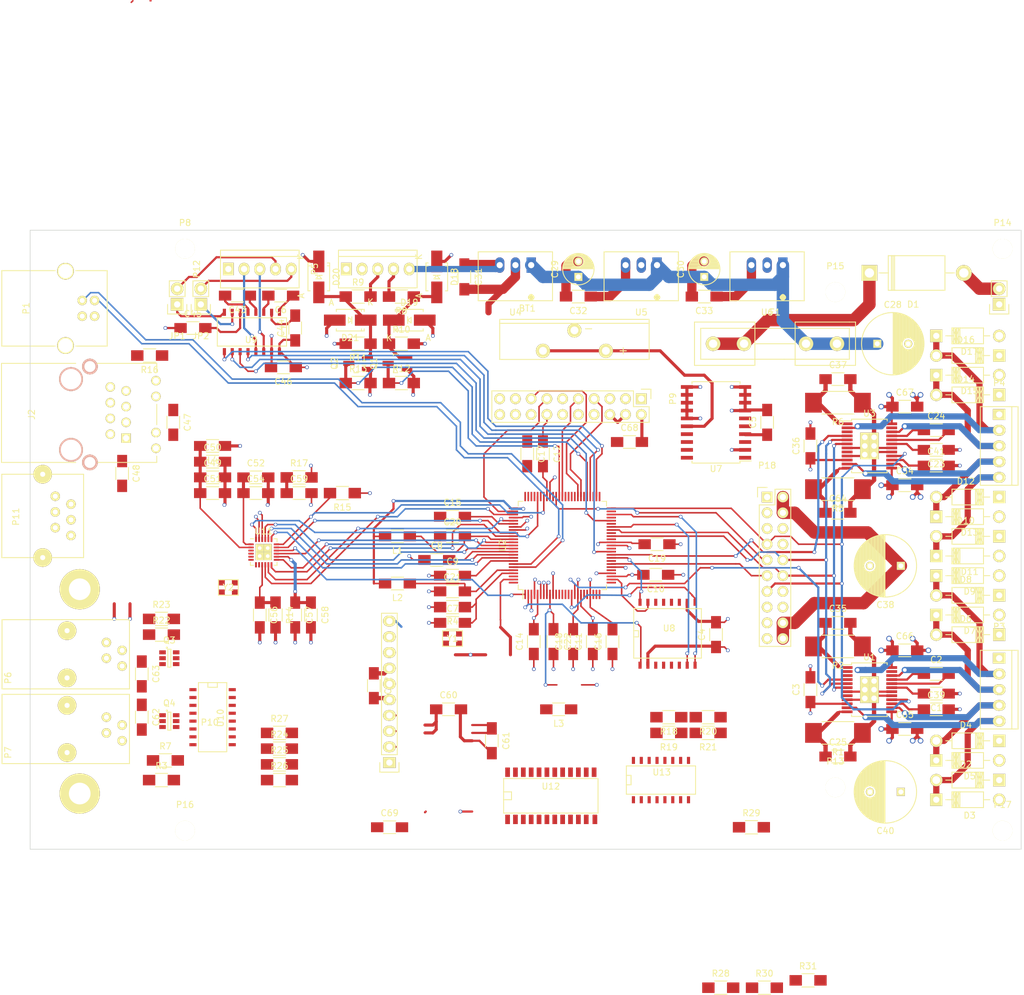
<source format=kicad_pcb>
(kicad_pcb (version 4) (host pcbnew 4.0.2-stable)
  (layers (0 F.Cu signal) (1 In1.Cu signal hide) (2 In2.Cu signal hide) (31 B.Cu signal) (35 F.Paste user) (37 F.SilkS user) (39 F.Mask user) (44 Edge.Cuts user))
  (net 0 "")
  (net 1 GND)
  (net 2 "Net-(C2-Pad1)")
  (net 3 "Net-(C2-Pad2)")
  (net 4 +3V3)
  (net 5 "Net-(C7-Pad2)")
  (net 6 "Net-(C16-Pad2)")
  (net 7 "Net-(C20-Pad2)")
  (net 8 "Net-(C21-Pad2)")
  (net 9 "Net-(C22-Pad1)")
  (net 10 "Net-(C24-Pad1)")
  (net 11 "Net-(C24-Pad2)")
  (net 12 +24V)
  (net 13 SPI0_NPCS0)
  (net 14 SPI0_CLK)
  (net 15 SPI0_MOSI)
  (net 16 SPI0_NPCS1)
  (net 17 +12V)
  (net 18 +5V)
  (net 19 USB_HSDM)
  (net 20 USB_HSDP)
  (net 21 "Net-(D1-Pad2)")
  (net 22 "Net-(D2-Pad2)")
  (net 23 "Net-(D4-Pad2)")
  (net 24 "Net-(D6-Pad2)")
  (net 25 "Net-(D8-Pad2)")
  (net 26 "Net-(D10-Pad2)")
  (net 27 "Net-(D12-Pad2)")
  (net 28 "Net-(D14-Pad2)")
  (net 29 "Net-(D16-Pad2)")
  (net 30 RTC_MISO)
  (net 31 RTC_RESET)
  (net 32 RTC_SCLK)
  (net 33 RTC_CS)
  (net 34 RTC_MOSI)
  (net 35 "Net-(BT1-Pad1)")
  (net 36 FLASH_DQ3)
  (net 37 FLASH_DQ2)
  (net 38 FLASH_DQ0)
  (net 39 FLASH_SCLK)
  (net 40 FLASH_CS)
  (net 41 FLASH_DQ1)
  (net 42 HANDBOX_SCL)
  (net 43 HANDBOX_SDA)
  (net 44 "Net-(P5-Pad3)")
  (net 45 "Net-(P5-Pad4)")
  (net 46 "Net-(C6-Pad1)")
  (net 47 "Net-(C6-Pad2)")
  (net 48 "Net-(C43-Pad1)")
  (net 49 "Net-(C43-Pad2)")
  (net 50 "Net-(C44-Pad2)")
  (net 51 "Net-(C45-Pad2)")
  (net 52 "Net-(JP1-Pad1)")
  (net 53 "Net-(JP2-Pad1)")
  (net 54 MAX232_T2IN)
  (net 55 MAX232_T1IN)
  (net 56 MAX232_R2OUT)
  (net 57 MAX232_R1OUT)
  (net 58 JTAG_SWDIO)
  (net 59 JTAG_SWCLK)
  (net 60 JTAG_TRACESWO)
  (net 61 JTAG_RESET)
  (net 62 "Net-(C47-Pad1)")
  (net 63 "Net-(C48-Pad1)")
  (net 64 "Net-(C49-Pad1)")
  (net 65 "Net-(C52-Pad1)")
  (net 66 "Net-(C56-Pad1)")
  (net 67 PHY_RESET)
  (net 68 "Net-(J2-Pad6)")
  (net 69 "Net-(J2-Pad4)")
  (net 70 "Net-(J2-Pad3)")
  (net 71 "Net-(J2-Pad13)")
  (net 72 "Net-(J2-PadGA)")
  (net 73 "Net-(J2-PadYA)")
  (net 74 "Net-(J2-Pad1)")
  (net 75 PHY_INTRP)
  (net 76 PHY_REFCLK)
  (net 77 PHY_MDIO)
  (net 78 PHY_MDC)
  (net 79 PHY_RXERR)
  (net 80 PHY_RXD1)
  (net 81 PHY_RXD0)
  (net 82 PHY_CRS_DV)
  (net 83 PHY_TXD1)
  (net 84 PHY_TXD0)
  (net 85 PHY_TXEN)
  (net 86 "Net-(P10-Pad1)")
  (net 87 "Net-(P10-Pad2)")
  (net 88 "Net-(P10-Pad3)")
  (net 89 "Net-(P10-Pad4)")
  (net 90 "Net-(P10-Pad8)")
  (net 91 "Net-(P10-Pad9)")
  (net 92 "Net-(P10-Pad10)")
  (net 93 IP2000_MOSI)
  (net 94 IP2000_MISO)
  (net 95 IP2000_SEN)
  (net 96 IP2000_RES)
  (net 97 IP2000_TRG)
  (net 98 IP2000_ERR)
  (net 99 IP2000_SCK)
  (net 100 ENC_RA_CHA)
  (net 101 ENC_RA_CHB)
  (net 102 ENC_DEC_CHA)
  (net 103 ENC_DEC_CHB)
  (net 104 ST4_N_DEC+)
  (net 105 ST4_W_RA-)
  (net 106 ST4_E_RA+)
  (net 107 ST4_S_DEC-)
  (net 108 "Net-(JP1-Pad2)")
  (net 109 "Net-(JP2-Pad2)")
  (net 110 "Net-(P12-Pad2)")
  (net 111 "Net-(P12-Pad3)")
  (net 112 "Net-(C1-Pad2)")
  (net 113 "Net-(C23-Pad2)")
  (net 114 "Net-(C25-Pad1)")
  (net 115 "Net-(C35-Pad1)")
  (net 116 "Net-(C37-Pad1)")
  (net 117 "Net-(C39-Pad1)")
  (net 118 "Net-(C41-Pad1)")
  (net 119 "Net-(C64-Pad1)")
  (net 120 A3992_SLEEP)
  (net 121 "Net-(D1-Pad1)")
  (net 122 SPI0_NPCS2)
  (net 123 SPI0_NPCS3)
  (net 124 "Net-(C68-Pad1)")
  (net 125 "Net-(D18-Pad2)")
  (net 126 "Net-(D20-Pad2)")
  (net 127 "Net-(P6-Pad1)")
  (net 128 "Net-(P6-Pad3)")
  (net 129 "Net-(P7-Pad1)")
  (net 130 "Net-(P7-Pad3)")
  (net 131 "Net-(Q3-Pad3)")
  (net 132 "Net-(Q3-Pad6)")
  (net 133 "Net-(Q4-Pad3)")
  (net 134 "Net-(Q4-Pad6)")
  (net 135 "Net-(R3-Pad2)")
  (net 136 "Net-(R7-Pad2)")
  (net 137 "Net-(R22-Pad2)")
  (net 138 "Net-(R23-Pad2)")
  (net 139 "Net-(U2-Pad99)")
  (net 140 "Net-(U11-Pad8)")
  (net 141 "Net-(P11-Pad4)")
  (net 142 "Net-(P11-Pad6)")
  (net 143 "Net-(P11-Pad3)")
  (net 144 "Net-(P11-Pad5)")
  (net 145 "Net-(R28-Pad2)")
  (net 146 "Net-(R29-Pad2)")
  (net 147 "Net-(R30-Pad2)")
  (net 148 "Net-(R31-Pad2)")
  (module mylib:LQFP-100_14x14mm_Pitch0.5mm (layer F.Cu) (at 140.9275 85.9275 90)
    (fp_text reference U2 (at 0 -9.65 90) (layer F.SilkS))
    (fp_text value SAME70N21)
    (pad 1 smd rect (at -7.9 -6 90) (size 1.5 0.28) (layers F.Cu F.Paste F.Mask) (net 76 PHY_REFCLK))
    (pad 2 smd rect (at -7.9 -5.5 90) (size 1.5 0.28) (layers F.Cu F.Paste F.Mask) (net 36 FLASH_DQ3))
    (pad 3 smd rect (at -7.9 -5 90) (size 1.5 0.28) (layers F.Cu F.Paste F.Mask) (net 1 GND))
    (pad 4 smd rect (at -7.9 -4.5 90) (size 1.5 0.28) (layers F.Cu F.Paste F.Mask) (net 6 "Net-(C16-Pad2)"))
    (pad 5 smd rect (at -7.9 -4 90) (size 1.5 0.28) (layers F.Cu F.Paste F.Mask) (net 4 +3V3))
    (pad 6 smd rect (at -7.9 -3.5 90) (size 1.5 0.28) (layers F.Cu F.Paste F.Mask) (net 1 GND))
    (pad 7 smd rect (at -7.9 -3 90) (size 1.5 0.28) (layers F.Cu F.Paste F.Mask) (net 1 GND))
    (pad 8 smd rect (at -7.9 -2.5 90) (size 1.5 0.28) (layers F.Cu F.Paste F.Mask) (net 1 GND))
    (pad 9 smd rect (at -7.9 -2 90) (size 1.5 0.28) (layers F.Cu F.Paste F.Mask) (net 9 "Net-(C22-Pad1)"))
    (pad 10 smd rect (at -7.9 -1.5 90) (size 1.5 0.28) (layers F.Cu F.Paste F.Mask) (net 1 GND))
    (pad 11 smd rect (at -7.9 -1 90) (size 1.5 0.28) (layers F.Cu F.Paste F.Mask) (net 93 IP2000_MOSI))
    (pad 12 smd rect (at -7.9 -0.5 90) (size 1.5 0.28) (layers F.Cu F.Paste F.Mask) (net 94 IP2000_MISO))
    (pad 13 smd rect (at -7.9 0 90) (size 1.5 0.28) (layers F.Cu F.Paste F.Mask) (net 105 ST4_W_RA-))
    (pad 14 smd rect (at -7.9 0.5 90) (size 1.5 0.28) (layers F.Cu F.Paste F.Mask) (net 106 ST4_E_RA+))
    (pad 15 smd rect (at -7.9 1 90) (size 1.5 0.28) (layers F.Cu F.Paste F.Mask) (net 107 ST4_S_DEC-))
    (pad 16 smd rect (at -7.9 1.5 90) (size 1.5 0.28) (layers F.Cu F.Paste F.Mask) (net 37 FLASH_DQ2))
    (pad 17 smd rect (at -7.9 2 90) (size 1.5 0.28) (layers F.Cu F.Paste F.Mask) (net 13 SPI0_NPCS0))
    (pad 18 smd rect (at -7.9 2.5 90) (size 1.5 0.28) (layers F.Cu F.Paste F.Mask) (net 6 "Net-(C16-Pad2)"))
    (pad 19 smd rect (at -7.9 3 90) (size 1.5 0.28) (layers F.Cu F.Paste F.Mask) (net 4 +3V3))
    (pad 20 smd rect (at -7.9 3.5 90) (size 1.5 0.28) (layers F.Cu F.Paste F.Mask) (net 95 IP2000_SEN))
    (pad 21 smd rect (at -7.9 4 90) (size 1.5 0.28) (layers F.Cu F.Paste F.Mask) (net 30 RTC_MISO))
    (pad 22 smd rect (at -7.9 4.5 90) (size 1.5 0.28) (layers F.Cu F.Paste F.Mask) (net 6 "Net-(C16-Pad2)"))
    (pad 23 smd rect (at -7.9 5 90) (size 1.5 0.28) (layers F.Cu F.Paste F.Mask))
    (pad 24 smd rect (at -7.9 5.5 90) (size 1.5 0.28) (layers F.Cu F.Paste F.Mask))
    (pad 25 smd rect (at -7.9 6 90) (size 1.5 0.28) (layers F.Cu F.Paste F.Mask) (net 104 ST4_N_DEC+))
    (pad 26 smd rect (at -6 7.9 180) (size 1.5 0.28) (layers F.Cu F.Paste F.Mask) (net 31 RTC_RESET))
    (pad 27 smd rect (at -5.5 7.9 180) (size 1.5 0.28) (layers F.Cu F.Paste F.Mask) (net 38 FLASH_DQ0))
    (pad 28 smd rect (at -5 7.9 180) (size 1.5 0.28) (layers F.Cu F.Paste F.Mask) (net 4 +3V3))
    (pad 29 smd rect (at -4.5 7.9 180) (size 1.5 0.28) (layers F.Cu F.Paste F.Mask) (net 1 GND))
    (pad 30 smd rect (at -4 7.9 180) (size 1.5 0.28) (layers F.Cu F.Paste F.Mask) (net 103 ENC_DEC_CHB))
    (pad 31 smd rect (at -3.5 7.9 180) (size 1.5 0.28) (layers F.Cu F.Paste F.Mask) (net 32 RTC_SCLK))
    (pad 32 smd rect (at -3 7.9 180) (size 1.5 0.28) (layers F.Cu F.Paste F.Mask) (net 123 SPI0_NPCS3))
    (pad 33 smd rect (at -2.5 7.9 180) (size 1.5 0.28) (layers F.Cu F.Paste F.Mask) (net 102 ENC_DEC_CHA))
    (pad 34 smd rect (at -2 7.9 180) (size 1.5 0.28) (layers F.Cu F.Paste F.Mask) (net 39 FLASH_SCLK))
    (pad 35 smd rect (at -1.5 7.9 180) (size 1.5 0.28) (layers F.Cu F.Paste F.Mask) (net 16 SPI0_NPCS1))
    (pad 36 smd rect (at -1 7.9 180) (size 1.5 0.28) (layers F.Cu F.Paste F.Mask) (net 54 MAX232_T2IN))
    (pad 37 smd rect (at -0.5 7.9 180) (size 1.5 0.28) (layers F.Cu F.Paste F.Mask))
    (pad 38 smd rect (at 0 7.9 180) (size 1.5 0.28) (layers F.Cu F.Paste F.Mask) (net 33 RTC_CS))
    (pad 39 smd rect (at 0.5 7.9 180) (size 1.5 0.28) (layers F.Cu F.Paste F.Mask) (net 6 "Net-(C16-Pad2)"))
    (pad 40 smd rect (at 1 7.9 180) (size 1.5 0.28) (layers F.Cu F.Paste F.Mask))
    (pad 41 smd rect (at 1.5 7.9 180) (size 1.5 0.28) (layers F.Cu F.Paste F.Mask) (net 14 SPI0_CLK))
    (pad 42 smd rect (at 2 7.9 180) (size 1.5 0.28) (layers F.Cu F.Paste F.Mask))
    (pad 43 smd rect (at 2.5 7.9 180) (size 1.5 0.28) (layers F.Cu F.Paste F.Mask) (net 15 SPI0_MOSI))
    (pad 44 smd rect (at 3 7.9 180) (size 1.5 0.28) (layers F.Cu F.Paste F.Mask) (net 40 FLASH_CS))
    (pad 45 smd rect (at 3.5 7.9 180) (size 1.5 0.28) (layers F.Cu F.Paste F.Mask))
    (pad 46 smd rect (at 4 7.9 180) (size 1.5 0.28) (layers F.Cu F.Paste F.Mask) (net 55 MAX232_T1IN))
    (pad 47 smd rect (at 4.5 7.9 180) (size 1.5 0.28) (layers F.Cu F.Paste F.Mask))
    (pad 48 smd rect (at 5 7.9 180) (size 1.5 0.28) (layers F.Cu F.Paste F.Mask) (net 41 FLASH_DQ1))
    (pad 49 smd rect (at 5.5 7.9 180) (size 1.5 0.28) (layers F.Cu F.Paste F.Mask))
    (pad 50 smd rect (at 6 7.9 180) (size 1.5 0.28) (layers F.Cu F.Paste F.Mask) (net 120 A3992_SLEEP))
    (pad 51 smd rect (at 7.9 6 90) (size 1.5 0.28) (layers F.Cu F.Paste F.Mask))
    (pad 52 smd rect (at 7.9 5.5 90) (size 1.5 0.28) (layers F.Cu F.Paste F.Mask) (net 56 MAX232_R2OUT))
    (pad 53 smd rect (at 7.9 5 90) (size 1.5 0.28) (layers F.Cu F.Paste F.Mask))
    (pad 54 smd rect (at 7.9 4.5 90) (size 1.5 0.28) (layers F.Cu F.Paste F.Mask) (net 57 MAX232_R1OUT))
    (pad 55 smd rect (at 7.9 4 90) (size 1.5 0.28) (layers F.Cu F.Paste F.Mask) (net 42 HANDBOX_SCL))
    (pad 56 smd rect (at 7.9 3.5 90) (size 1.5 0.28) (layers F.Cu F.Paste F.Mask))
    (pad 57 smd rect (at 7.9 3 90) (size 1.5 0.28) (layers F.Cu F.Paste F.Mask) (net 58 JTAG_SWDIO))
    (pad 58 smd rect (at 7.9 2.5 90) (size 1.5 0.28) (layers F.Cu F.Paste F.Mask) (net 61 JTAG_RESET))
    (pad 59 smd rect (at 7.9 2 90) (size 1.5 0.28) (layers F.Cu F.Paste F.Mask))
    (pad 60 smd rect (at 7.9 1.5 90) (size 1.5 0.28) (layers F.Cu F.Paste F.Mask))
    (pad 61 smd rect (at 7.9 1 90) (size 1.5 0.28) (layers F.Cu F.Paste F.Mask))
    (pad 62 smd rect (at 7.9 0.5 90) (size 1.5 0.28) (layers F.Cu F.Paste F.Mask))
    (pad 63 smd rect (at 7.9 0 90) (size 1.5 0.28) (layers F.Cu F.Paste F.Mask) (net 59 JTAG_SWCLK))
    (pad 64 smd rect (at 7.9 -0.5 90) (size 1.5 0.28) (layers F.Cu F.Paste F.Mask) (net 43 HANDBOX_SDA))
    (pad 65 smd rect (at 7.9 -1 90) (size 1.5 0.28) (layers F.Cu F.Paste F.Mask) (net 122 SPI0_NPCS2))
    (pad 66 smd rect (at 7.9 -1.5 90) (size 1.5 0.28) (layers F.Cu F.Paste F.Mask))
    (pad 67 smd rect (at 7.9 -2 90) (size 1.5 0.28) (layers F.Cu F.Paste F.Mask) (net 1 GND))
    (pad 68 smd rect (at 7.9 -2.5 90) (size 1.5 0.28) (layers F.Cu F.Paste F.Mask) (net 4 +3V3))
    (pad 69 smd rect (at 7.9 -3 90) (size 1.5 0.28) (layers F.Cu F.Paste F.Mask) (net 75 PHY_INTRP))
    (pad 70 smd rect (at 7.9 -3.5 90) (size 1.5 0.28) (layers F.Cu F.Paste F.Mask) (net 101 ENC_RA_CHB))
    (pad 71 smd rect (at 7.9 -4 90) (size 1.5 0.28) (layers F.Cu F.Paste F.Mask) (net 67 PHY_RESET))
    (pad 72 smd rect (at 7.9 -4.5 90) (size 1.5 0.28) (layers F.Cu F.Paste F.Mask) (net 100 ENC_RA_CHA))
    (pad 73 smd rect (at 7.9 -5 90) (size 1.5 0.28) (layers F.Cu F.Paste F.Mask))
    (pad 74 smd rect (at 7.9 -5.5 90) (size 1.5 0.28) (layers F.Cu F.Paste F.Mask) (net 34 RTC_MOSI))
    (pad 75 smd rect (at 7.9 -6 90) (size 1.5 0.28) (layers F.Cu F.Paste F.Mask))
    (pad 76 smd rect (at 6 -7.9 180) (size 1.5 0.28) (layers F.Cu F.Paste F.Mask) (net 6 "Net-(C16-Pad2)"))
    (pad 77 smd rect (at 5.5 -7.9 180) (size 1.5 0.28) (layers F.Cu F.Paste F.Mask) (net 60 JTAG_TRACESWO))
    (pad 78 smd rect (at 5 -7.9 180) (size 1.5 0.28) (layers F.Cu F.Paste F.Mask) (net 77 PHY_MDIO))
    (pad 79 smd rect (at 4.5 -7.9 180) (size 1.5 0.28) (layers F.Cu F.Paste F.Mask) (net 96 IP2000_RES))
    (pad 80 smd rect (at 4 -7.9 180) (size 1.5 0.28) (layers F.Cu F.Paste F.Mask) (net 78 PHY_MDC))
    (pad 81 smd rect (at 3.5 -7.9 180) (size 1.5 0.28) (layers F.Cu F.Paste F.Mask) (net 4 +3V3))
    (pad 82 smd rect (at 3 -7.9 180) (size 1.5 0.28) (layers F.Cu F.Paste F.Mask) (net 97 IP2000_TRG))
    (pad 83 smd rect (at 2.5 -7.9 180) (size 1.5 0.28) (layers F.Cu F.Paste F.Mask) (net 98 IP2000_ERR))
    (pad 84 smd rect (at 2 -7.9 180) (size 1.5 0.28) (layers F.Cu F.Paste F.Mask) (net 79 PHY_RXERR))
    (pad 85 smd rect (at 1.5 -7.9 180) (size 1.5 0.28) (layers F.Cu F.Paste F.Mask) (net 80 PHY_RXD1))
    (pad 86 smd rect (at 1 -7.9 180) (size 1.5 0.28) (layers F.Cu F.Paste F.Mask) (net 7 "Net-(C20-Pad2)"))
    (pad 87 smd rect (at 0.5 -7.9 180) (size 1.5 0.28) (layers F.Cu F.Paste F.Mask) (net 81 PHY_RXD0))
    (pad 88 smd rect (at 0 -7.9 180) (size 1.5 0.28) (layers F.Cu F.Paste F.Mask) (net 82 PHY_CRS_DV))
    (pad 89 smd rect (at -0.5 -7.9 180) (size 1.5 0.28) (layers F.Cu F.Paste F.Mask) (net 83 PHY_TXD1))
    (pad 90 smd rect (at -1 -7.9 180) (size 1.5 0.28) (layers F.Cu F.Paste F.Mask) (net 4 +3V3))
    (pad 91 smd rect (at -1.5 -7.9 180) (size 1.5 0.28) (layers F.Cu F.Paste F.Mask) (net 84 PHY_TXD0))
    (pad 92 smd rect (at -2 -7.9 180) (size 1.5 0.28) (layers F.Cu F.Paste F.Mask) (net 85 PHY_TXEN))
    (pad 93 smd rect (at -2.5 -7.9 180) (size 1.5 0.28) (layers F.Cu F.Paste F.Mask) (net 4 +3V3))
    (pad 94 smd rect (at -3 -7.9 180) (size 1.5 0.28) (layers F.Cu F.Paste F.Mask) (net 19 USB_HSDM))
    (pad 95 smd rect (at -3.5 -7.9 180) (size 1.5 0.28) (layers F.Cu F.Paste F.Mask) (net 20 USB_HSDP))
    (pad 96 smd rect (at -4 -7.9 180) (size 1.5 0.28) (layers F.Cu F.Paste F.Mask) (net 8 "Net-(C21-Pad2)"))
    (pad 97 smd rect (at -4.5 -7.9 180) (size 1.5 0.28) (layers F.Cu F.Paste F.Mask) (net 5 "Net-(C7-Pad2)"))
    (pad 98 smd rect (at -5 -7.9 180) (size 1.5 0.28) (layers F.Cu F.Paste F.Mask))
    (pad 99 smd rect (at -5.5 -7.9 180) (size 1.5 0.28) (layers F.Cu F.Paste F.Mask) (net 139 "Net-(U2-Pad99)"))
    (pad 100 smd rect (at -6 -7.9 180) (size 1.5 0.28) (layers F.Cu F.Paste F.Mask) (net 99 IP2000_SCK))
  )
  (module mylib:C_1206_HandSoldering (layer F.Cu) (at 84.455 72.39)
    (fp_text reference C50 (at 0 -2.3) (layer F.SilkS))
    (fp_text value 100n)
    (pad 1 smd rect (at -2 0) (size 2 1.6) (layers F.Cu F.Paste F.Mask) (net 64 "Net-(C49-Pad1)"))
    (pad 2 smd rect (at 2 0) (size 2 1.6) (layers F.Cu F.Paste F.Mask) (net 1 GND))
  )
  (module mylib:Fuseholder5x20_horiz_open_inline_Type-I (layer F.Cu) (at 175.26 53.34)
    (fp_text reference F1 (at 0 -5.08) (layer F.SilkS))
    (fp_text value 2A)
    (pad 2 thru_hole circle (at 5.00126 0) (size 2.3495 2.3495) (drill 1.34874) (layers *.Cu *.Mask F.SilkS) (net 12 +24V))
    (pad 2 thru_hole circle (at 9.99998 0) (size 2.3495 2.3495) (drill 1.34874) (layers *.Cu *.Mask F.SilkS) (net 12 +24V))
    (pad 1 thru_hole circle (at -5.00126 0) (size 2.3495 2.3495) (drill 1.34874) (layers *.Cu *.Mask F.SilkS) (net 121 "Net-(D1-Pad1)"))
    (pad 1 thru_hole circle (at -9.99998 0) (size 2.3495 2.3495) (drill 1.34874) (layers *.Cu *.Mask F.SilkS) (net 121 "Net-(D1-Pad1)"))
  )
  (module mylib:Pin_Header_Straight_LForm_1x05 (layer F.Cu) (at 106.045 41.275 90)
    (fp_text reference P5 (at 0 -5.1 90) (layer F.SilkS))
    (fp_text value CONN_HANDBOX)
    (pad 1 thru_hole rect (at 0 0 90) (size 2.032 1.7272) (drill 1.016) (layers *.Cu *.Mask F.SilkS) (net 1 GND))
    (pad 2 thru_hole oval (at 0 2.54 90) (size 2.032 1.7272) (drill 1.016) (layers *.Cu *.Mask F.SilkS) (net 1 GND))
    (pad 3 thru_hole oval (at 0 5.08 90) (size 2.032 1.7272) (drill 1.016) (layers *.Cu *.Mask F.SilkS) (net 44 "Net-(P5-Pad3)"))
    (pad 4 thru_hole oval (at 0 7.62 90) (size 2.032 1.7272) (drill 1.016) (layers *.Cu *.Mask F.SilkS) (net 45 "Net-(P5-Pad4)"))
    (pad 5 thru_hole oval (at 0 10.16 90) (size 2.032 1.7272) (drill 1.016) (layers *.Cu *.Mask F.SilkS) (net 17 +12V))
  )
  (module mylib:SSOP24_A3992_Pitch0.65mm (layer F.Cu) (at 190.5 69.85)
    (fp_text reference U3 (at 0 -5.25) (layer F.SilkS))
    (fp_text value A3992)
    (pad 1 smd rect (at -3.6 -3.575) (size 1.75 0.45) (layers F.Cu F.Paste F.Mask) (net 116 "Net-(C37-Pad1)"))
    (pad 2 smd rect (at -3.6 -2.925) (size 1.75 0.45) (layers F.Cu F.Paste F.Mask) (net 29 "Net-(D16-Pad2)"))
    (pad 3 smd rect (at -3.6 -2.275) (size 1.75 0.45) (layers F.Cu F.Paste F.Mask))
    (pad 4 smd rect (at -3.6 -1.625) (size 1.75 0.45) (layers F.Cu F.Paste F.Mask) (net 16 SPI0_NPCS1))
    (pad 5 smd rect (at -3.6 -0.975) (size 1.75 0.45) (layers F.Cu F.Paste F.Mask) (net 14 SPI0_CLK))
    (pad 6 smd rect (at -3.6 -0.325) (size 1.75 0.45) (layers F.Cu F.Paste F.Mask) (net 15 SPI0_MOSI))
    (pad 7 smd rect (at -3.6 0.325) (size 1.75 0.45) (layers F.Cu F.Paste F.Mask) (net 1 GND))
    (pad 8 smd rect (at -3.6 0.975) (size 1.75 0.45) (layers F.Cu F.Paste F.Mask))
    (pad 9 smd rect (at -3.6 1.625) (size 1.75 0.45) (layers F.Cu F.Paste F.Mask) (net 1 GND))
    (pad 10 smd rect (at -3.6 2.275) (size 1.75 0.45) (layers F.Cu F.Paste F.Mask) (net 4 +3V3))
    (pad 11 smd rect (at -3.6 2.925) (size 1.75 0.45) (layers F.Cu F.Paste F.Mask) (net 26 "Net-(D10-Pad2)"))
    (pad 12 smd rect (at -3.6 3.575) (size 1.75 0.45) (layers F.Cu F.Paste F.Mask) (net 119 "Net-(C64-Pad1)"))
    (pad 13 smd rect (at 3.6 3.575) (size 1.75 0.45) (layers F.Cu F.Paste F.Mask) (net 12 +24V))
    (pad 14 smd rect (at 3.6 2.925) (size 1.75 0.45) (layers F.Cu F.Paste F.Mask) (net 27 "Net-(D12-Pad2)"))
    (pad 15 smd rect (at 3.6 2.275) (size 1.75 0.45) (layers F.Cu F.Paste F.Mask) (net 118 "Net-(C41-Pad1)"))
    (pad 16 smd rect (at 3.6 1.625) (size 1.75 0.45) (layers F.Cu F.Paste F.Mask) (net 120 A3992_SLEEP))
    (pad 17 smd rect (at 3.6 0.975) (size 1.75 0.45) (layers F.Cu F.Paste F.Mask) (net 1 GND))
    (pad 18 smd rect (at 3.6 0.325) (size 1.75 0.45) (layers F.Cu F.Paste F.Mask) (net 1 GND))
    (pad 19 smd rect (at 3.6 -0.325) (size 1.75 0.45) (layers F.Cu F.Paste F.Mask) (net 113 "Net-(C23-Pad2)"))
    (pad 20 smd rect (at 3.6 -0.975) (size 1.75 0.45) (layers F.Cu F.Paste F.Mask) (net 11 "Net-(C24-Pad2)"))
    (pad 21 smd rect (at 3.6 -1.625) (size 1.75 0.45) (layers F.Cu F.Paste F.Mask) (net 10 "Net-(C24-Pad1)"))
    (pad 22 smd rect (at 3.6 -2.275) (size 1.75 0.45) (layers F.Cu F.Paste F.Mask) (net 28 "Net-(D14-Pad2)"))
    (pad 23 smd rect (at 3.6 -2.925) (size 1.75 0.45) (layers F.Cu F.Paste F.Mask))
    (pad 24 smd rect (at 3.6 -3.575) (size 1.75 0.45) (layers F.Cu F.Paste F.Mask) (net 12 +24V))
    (pad 26 thru_hole rect (at -0.75 0) (size 1.5 1.5) (drill 0.9) (layers *.Cu *.Mask F.SilkS) (net 1 GND))
    (pad 29 thru_hole rect (at 0.75 0) (size 1.5 1.5) (drill 0.9) (layers *.Cu *.Mask F.SilkS) (net 1 GND))
    (pad 30 thru_hole rect (at 0.75 -1.4) (size 1.5 1.5) (drill 0.9) (layers *.Cu *.Mask F.SilkS) (net 1 GND))
    (pad 25 thru_hole rect (at -0.75 -1.4) (size 1.5 1.5) (drill 0.9) (layers *.Cu *.Mask F.SilkS) (net 1 GND))
    (pad 27 thru_hole rect (at -0.75 1.4) (size 1.5 1.5) (drill 0.9) (layers *.Cu *.Mask F.SilkS) (net 1 GND))
    (pad 28 thru_hole rect (at 0.75 1.4) (size 1.5 1.5) (drill 0.9) (layers *.Cu *.Mask F.SilkS) (net 1 GND))
  )
  (module mylib:I2K_Encodermodul (layer F.Cu) (at 113 121 180)
    (fp_text reference P10 (at 29 6.5 180) (layer F.SilkS))
    (fp_text value ENCODERMODUL)
    (pad 1 thru_hole rect (at 0 0 180) (size 2.032 1.7272) (drill 1.016) (layers *.Cu *.Mask F.SilkS) (net 86 "Net-(P10-Pad1)"))
    (pad 2 thru_hole oval (at 0 2.54 180) (size 2.032 1.7272) (drill 1.016) (layers *.Cu *.Mask F.SilkS) (net 87 "Net-(P10-Pad2)"))
    (pad 3 thru_hole oval (at 0 5.08 180) (size 2.032 1.7272) (drill 1.016) (layers *.Cu *.Mask F.SilkS) (net 88 "Net-(P10-Pad3)"))
    (pad 4 thru_hole oval (at 0 7.62 180) (size 2.032 1.7272) (drill 1.016) (layers *.Cu *.Mask F.SilkS) (net 89 "Net-(P10-Pad4)"))
    (pad 5 thru_hole oval (at 0 10.16 180) (size 2.032 1.7272) (drill 1.016) (layers *.Cu *.Mask F.SilkS) (net 1 GND))
    (pad 6 thru_hole oval (at 0 12.7 180) (size 2.032 1.7272) (drill 1.016) (layers *.Cu *.Mask F.SilkS) (net 1 GND))
    (pad 7 thru_hole oval (at 0 15.24 180) (size 2.032 1.7272) (drill 1.016) (layers *.Cu *.Mask F.SilkS) (net 18 +5V))
    (pad 8 thru_hole oval (at 0 17.78 180) (size 2.032 1.7272) (drill 1.016) (layers *.Cu *.Mask F.SilkS) (net 90 "Net-(P10-Pad8)"))
    (pad 9 thru_hole oval (at 0 20.32 180) (size 2.032 1.7272) (drill 1.016) (layers *.Cu *.Mask F.SilkS) (net 91 "Net-(P10-Pad9)"))
    (pad 10 thru_hole oval (at 0 22.86 180) (size 2.032 1.7272) (drill 1.016) (layers *.Cu *.Mask F.SilkS) (net 92 "Net-(P10-Pad10)"))
    (pad 1 thru_hole circle (at 50 -5 180) (size 6.5 6.5) (drill 3.5) (layers *.Cu *.Mask F.SilkS) (net 86 "Net-(P10-Pad1)"))
    (pad 2 thru_hole circle (at 50 28 180) (size 6.5 6.5) (drill 3.5) (layers *.Cu *.Mask F.SilkS) (net 87 "Net-(P10-Pad2)"))
  )
  (module mylib:Pin_Header_Straight_LForm_1x05 (layer F.Cu) (at 211.455 104.14)
    (fp_text reference P3 (at 0 -5.1) (layer F.SilkS))
    (fp_text value CONN_STEPPER)
    (pad 1 thru_hole rect (at 0 0) (size 2.032 1.7272) (drill 1.016) (layers *.Cu *.Mask F.SilkS) (net 1 GND))
    (pad 2 thru_hole oval (at 0 2.54) (size 2.032 1.7272) (drill 1.016) (layers *.Cu *.Mask F.SilkS) (net 25 "Net-(D8-Pad2)"))
    (pad 3 thru_hole oval (at 0 5.08) (size 2.032 1.7272) (drill 1.016) (layers *.Cu *.Mask F.SilkS) (net 24 "Net-(D6-Pad2)"))
    (pad 4 thru_hole oval (at 0 7.62) (size 2.032 1.7272) (drill 1.016) (layers *.Cu *.Mask F.SilkS) (net 23 "Net-(D4-Pad2)"))
    (pad 5 thru_hole oval (at 0 10.16) (size 2.032 1.7272) (drill 1.016) (layers *.Cu *.Mask F.SilkS) (net 22 "Net-(D2-Pad2)"))
  )
  (module mylib:Pin_Header_Straight_LForm_1x05 (layer F.Cu) (at 211.455 64.77)
    (fp_text reference P4 (at 0 -5.1) (layer F.SilkS))
    (fp_text value CONN_STEPPER)
    (pad 1 thru_hole rect (at 0 0) (size 2.032 1.7272) (drill 1.016) (layers *.Cu *.Mask F.SilkS) (net 1 GND))
    (pad 2 thru_hole oval (at 0 2.54) (size 2.032 1.7272) (drill 1.016) (layers *.Cu *.Mask F.SilkS) (net 29 "Net-(D16-Pad2)"))
    (pad 3 thru_hole oval (at 0 5.08) (size 2.032 1.7272) (drill 1.016) (layers *.Cu *.Mask F.SilkS) (net 28 "Net-(D14-Pad2)"))
    (pad 4 thru_hole oval (at 0 7.62) (size 2.032 1.7272) (drill 1.016) (layers *.Cu *.Mask F.SilkS) (net 27 "Net-(D12-Pad2)"))
    (pad 5 thru_hole oval (at 0 10.16) (size 2.032 1.7272) (drill 1.016) (layers *.Cu *.Mask F.SilkS) (net 26 "Net-(D10-Pad2)"))
  )
  (module mylib:Pin_Header_Straight_LForm_1x05 (layer F.Cu) (at 86.995 41.275 90)
    (fp_text reference P12 (at 0 -5.1 90) (layer F.SilkS))
    (fp_text value CONN_DUALRS232)
    (pad 1 thru_hole rect (at 0 0 90) (size 2.032 1.7272) (drill 1.016) (layers *.Cu *.Mask F.SilkS) (net 1 GND))
    (pad 2 thru_hole oval (at 0 2.54 90) (size 2.032 1.7272) (drill 1.016) (layers *.Cu *.Mask F.SilkS) (net 110 "Net-(P12-Pad2)"))
    (pad 3 thru_hole oval (at 0 5.08 90) (size 2.032 1.7272) (drill 1.016) (layers *.Cu *.Mask F.SilkS) (net 111 "Net-(P12-Pad3)"))
    (pad 4 thru_hole oval (at 0 7.62 90) (size 2.032 1.7272) (drill 1.016) (layers *.Cu *.Mask F.SilkS) (net 108 "Net-(JP1-Pad2)"))
    (pad 5 thru_hole oval (at 0 10.16 90) (size 2.032 1.7272) (drill 1.016) (layers *.Cu *.Mask F.SilkS) (net 109 "Net-(JP2-Pad2)"))
  )
  (module mylib:Conn_Modular_4 (layer F.Cu) (at 60.96 103.505 270)
    (fp_text reference P6 (at 3.81 9.525 270) (layer F.SilkS))
    (fp_text value CONN_ENCODER)
    (pad 4 thru_hole circle (at 1.905 -8.89 270) (size 1.524 1.524) (drill 0.8128) (layers *.Cu *.Mask F.SilkS) (net 1 GND))
    (pad 2 thru_hole circle (at -0.635 -8.89 270) (size 1.524 1.524) (drill 0.8128) (layers *.Cu *.Mask F.SilkS) (net 18 +5V))
    (pad 1 thru_hole circle (at -1.905 -6.35 270) (size 1.524 1.524) (drill 0.8128) (layers *.Cu *.Mask F.SilkS) (net 127 "Net-(P6-Pad1)"))
    (pad 3 thru_hole circle (at 0.635 -6.35 270) (size 1.524 1.524) (drill 0.8128) (layers *.Cu *.Mask F.SilkS) (net 128 "Net-(P6-Pad3)"))
    (pad 8 thru_hole circle (at 3.81 0 270) (size 2.99974 2.99974) (drill 0.8128) (layers *.Cu *.Mask F.SilkS))
    (pad 7 thru_hole circle (at -3.81 0 270) (size 2.99974 2.99974) (drill 0.8128) (layers *.Cu *.Mask F.SilkS))
  )
  (module mylib:Conn_Modular_4 (layer F.Cu) (at 60.96 115.57 270)
    (fp_text reference P7 (at 3.81 9.525 270) (layer F.SilkS))
    (fp_text value CONN_ENCODER)
    (pad 4 thru_hole circle (at 1.905 -8.89 270) (size 1.524 1.524) (drill 0.8128) (layers *.Cu *.Mask F.SilkS) (net 1 GND))
    (pad 2 thru_hole circle (at -0.635 -8.89 270) (size 1.524 1.524) (drill 0.8128) (layers *.Cu *.Mask F.SilkS) (net 18 +5V))
    (pad 1 thru_hole circle (at -1.905 -6.35 270) (size 1.524 1.524) (drill 0.8128) (layers *.Cu *.Mask F.SilkS) (net 129 "Net-(P7-Pad1)"))
    (pad 3 thru_hole circle (at 0.635 -6.35 270) (size 1.524 1.524) (drill 0.8128) (layers *.Cu *.Mask F.SilkS) (net 130 "Net-(P7-Pad3)"))
    (pad 8 thru_hole circle (at 3.81 0 270) (size 2.99974 2.99974) (drill 0.8128) (layers *.Cu *.Mask F.SilkS))
    (pad 7 thru_hole circle (at -3.81 0 270) (size 2.99974 2.99974) (drill 0.8128) (layers *.Cu *.Mask F.SilkS))
  )
  (module mylib:SSOP24_A3992_Pitch0.65mm (layer F.Cu) (at 190.5 109.22)
    (fp_text reference U1 (at 0 -5.25) (layer F.SilkS))
    (fp_text value A3992)
    (pad 1 smd rect (at -3.6 -3.575) (size 1.75 0.45) (layers F.Cu F.Paste F.Mask) (net 115 "Net-(C35-Pad1)"))
    (pad 2 smd rect (at -3.6 -2.925) (size 1.75 0.45) (layers F.Cu F.Paste F.Mask) (net 25 "Net-(D8-Pad2)"))
    (pad 3 smd rect (at -3.6 -2.275) (size 1.75 0.45) (layers F.Cu F.Paste F.Mask))
    (pad 4 smd rect (at -3.6 -1.625) (size 1.75 0.45) (layers F.Cu F.Paste F.Mask) (net 13 SPI0_NPCS0))
    (pad 5 smd rect (at -3.6 -0.975) (size 1.75 0.45) (layers F.Cu F.Paste F.Mask) (net 14 SPI0_CLK))
    (pad 6 smd rect (at -3.6 -0.325) (size 1.75 0.45) (layers F.Cu F.Paste F.Mask) (net 15 SPI0_MOSI))
    (pad 7 smd rect (at -3.6 0.325) (size 1.75 0.45) (layers F.Cu F.Paste F.Mask) (net 1 GND))
    (pad 8 smd rect (at -3.6 0.975) (size 1.75 0.45) (layers F.Cu F.Paste F.Mask))
    (pad 9 smd rect (at -3.6 1.625) (size 1.75 0.45) (layers F.Cu F.Paste F.Mask) (net 1 GND))
    (pad 10 smd rect (at -3.6 2.275) (size 1.75 0.45) (layers F.Cu F.Paste F.Mask) (net 4 +3V3))
    (pad 11 smd rect (at -3.6 2.925) (size 1.75 0.45) (layers F.Cu F.Paste F.Mask) (net 22 "Net-(D2-Pad2)"))
    (pad 12 smd rect (at -3.6 3.575) (size 1.75 0.45) (layers F.Cu F.Paste F.Mask) (net 114 "Net-(C25-Pad1)"))
    (pad 13 smd rect (at 3.6 3.575) (size 1.75 0.45) (layers F.Cu F.Paste F.Mask) (net 12 +24V))
    (pad 14 smd rect (at 3.6 2.925) (size 1.75 0.45) (layers F.Cu F.Paste F.Mask) (net 23 "Net-(D4-Pad2)"))
    (pad 15 smd rect (at 3.6 2.275) (size 1.75 0.45) (layers F.Cu F.Paste F.Mask) (net 117 "Net-(C39-Pad1)"))
    (pad 16 smd rect (at 3.6 1.625) (size 1.75 0.45) (layers F.Cu F.Paste F.Mask) (net 120 A3992_SLEEP))
    (pad 17 smd rect (at 3.6 0.975) (size 1.75 0.45) (layers F.Cu F.Paste F.Mask) (net 1 GND))
    (pad 18 smd rect (at 3.6 0.325) (size 1.75 0.45) (layers F.Cu F.Paste F.Mask) (net 1 GND))
    (pad 19 smd rect (at 3.6 -0.325) (size 1.75 0.45) (layers F.Cu F.Paste F.Mask) (net 112 "Net-(C1-Pad2)"))
    (pad 20 smd rect (at 3.6 -0.975) (size 1.75 0.45) (layers F.Cu F.Paste F.Mask) (net 3 "Net-(C2-Pad2)"))
    (pad 21 smd rect (at 3.6 -1.625) (size 1.75 0.45) (layers F.Cu F.Paste F.Mask) (net 2 "Net-(C2-Pad1)"))
    (pad 22 smd rect (at 3.6 -2.275) (size 1.75 0.45) (layers F.Cu F.Paste F.Mask) (net 24 "Net-(D6-Pad2)"))
    (pad 23 smd rect (at 3.6 -2.925) (size 1.75 0.45) (layers F.Cu F.Paste F.Mask))
    (pad 24 smd rect (at 3.6 -3.575) (size 1.75 0.45) (layers F.Cu F.Paste F.Mask) (net 12 +24V))
    (pad 26 thru_hole rect (at -0.75 0) (size 1.5 1.5) (drill 0.9) (layers *.Cu *.Mask F.SilkS) (net 1 GND))
    (pad 29 thru_hole rect (at 0.75 0) (size 1.5 1.5) (drill 0.9) (layers *.Cu *.Mask F.SilkS) (net 1 GND))
    (pad 30 thru_hole rect (at 0.75 -1.4) (size 1.5 1.5) (drill 0.9) (layers *.Cu *.Mask F.SilkS) (net 1 GND))
    (pad 25 thru_hole rect (at -0.75 -1.4) (size 1.5 1.5) (drill 0.9) (layers *.Cu *.Mask F.SilkS) (net 1 GND))
    (pad 27 thru_hole rect (at -0.75 1.4) (size 1.5 1.5) (drill 0.9) (layers *.Cu *.Mask F.SilkS) (net 1 GND))
    (pad 28 thru_hole rect (at 0.75 1.4) (size 1.5 1.5) (drill 0.9) (layers *.Cu *.Mask F.SilkS) (net 1 GND))
  )
  (module mylib:C_Radial_D10_L13_P5 (layer F.Cu) (at 191.77 53.34)
    (fp_text reference C28 (at 2.5 -6.3) (layer F.SilkS))
    (fp_text value 100µ50V)
    (pad 1 thru_hole rect (at 0 0) (size 1.3 1.3) (drill 0.8) (layers *.Cu *.Mask F.SilkS) (net 12 +24V))
    (pad 2 thru_hole circle (at 5 0) (size 1.3 1.3) (drill 0.8) (layers *.Cu *.Mask F.SilkS) (net 1 GND))
  )
  (module mylib:Pin_Header_Straight_2x10 (layer F.Cu) (at 173.99 78.105)
    (fp_text reference P18 (at 0 -5.1) (layer F.SilkS))
    (fp_text value CONN_STEPPER_3_4)
    (pad 1 thru_hole rect (at 0 0) (size 1.7272 1.7272) (drill 1.016) (layers *.Cu *.Mask F.SilkS) (net 4 +3V3))
    (pad 2 thru_hole oval (at 2.54 0) (size 1.7272 1.7272) (drill 1.016) (layers *.Cu *.Mask F.SilkS) (net 12 +24V))
    (pad 3 thru_hole oval (at 0 2.54) (size 1.7272 1.7272) (drill 1.016) (layers *.Cu *.Mask F.SilkS) (net 1 GND))
    (pad 4 thru_hole oval (at 2.54 2.54) (size 1.7272 1.7272) (drill 1.016) (layers *.Cu *.Mask F.SilkS) (net 12 +24V))
    (pad 5 thru_hole oval (at 0 5.08) (size 1.7272 1.7272) (drill 1.016) (layers *.Cu *.Mask F.SilkS) (net 1 GND))
    (pad 6 thru_hole oval (at 2.54 5.08) (size 1.7272 1.7272) (drill 1.016) (layers *.Cu *.Mask F.SilkS) (net 1 GND))
    (pad 7 thru_hole oval (at 0 7.62) (size 1.7272 1.7272) (drill 1.016) (layers *.Cu *.Mask F.SilkS) (net 120 A3992_SLEEP))
    (pad 8 thru_hole oval (at 2.54 7.62) (size 1.7272 1.7272) (drill 1.016) (layers *.Cu *.Mask F.SilkS) (net 1 GND))
    (pad 9 thru_hole oval (at 0 10.16) (size 1.7272 1.7272) (drill 1.016) (layers *.Cu *.Mask F.SilkS) (net 122 SPI0_NPCS2))
    (pad 10 thru_hole oval (at 2.54 10.16) (size 1.7272 1.7272) (drill 1.016) (layers *.Cu *.Mask F.SilkS) (net 14 SPI0_CLK))
    (pad 11 thru_hole oval (at 0 12.7) (size 1.7272 1.7272) (drill 1.016) (layers *.Cu *.Mask F.SilkS) (net 123 SPI0_NPCS3))
    (pad 12 thru_hole oval (at 2.54 12.7) (size 1.7272 1.7272) (drill 1.016) (layers *.Cu *.Mask F.SilkS) (net 15 SPI0_MOSI))
    (pad 13 thru_hole oval (at 0 15.24) (size 1.7272 1.7272) (drill 1.016) (layers *.Cu *.Mask F.SilkS) (net 120 A3992_SLEEP))
    (pad 14 thru_hole oval (at 2.54 15.24) (size 1.7272 1.7272) (drill 1.016) (layers *.Cu *.Mask F.SilkS) (net 1 GND))
    (pad 15 thru_hole oval (at 0 17.78) (size 1.7272 1.7272) (drill 1.016) (layers *.Cu *.Mask F.SilkS) (net 1 GND))
    (pad 16 thru_hole oval (at 2.54 17.78) (size 1.7272 1.7272) (drill 1.016) (layers *.Cu *.Mask F.SilkS) (net 1 GND))
    (pad 17 thru_hole oval (at 0 20.32) (size 1.7272 1.7272) (drill 1.016) (layers *.Cu *.Mask F.SilkS) (net 1 GND))
    (pad 18 thru_hole oval (at 2.54 20.32) (size 1.7272 1.7272) (drill 1.016) (layers *.Cu *.Mask F.SilkS) (net 12 +24V))
    (pad 19 thru_hole oval (at 0 22.86) (size 1.7272 1.7272) (drill 1.016) (layers *.Cu *.Mask F.SilkS) (net 4 +3V3))
    (pad 20 thru_hole oval (at 2.54 22.86) (size 1.7272 1.7272) (drill 1.016) (layers *.Cu *.Mask F.SilkS) (net 12 +24V))
  )
  (module mylib:C_1206_HandSoldering (layer F.Cu) (at 201.295 109.855 180)
    (fp_text reference C1 (at 0 -2.3 180) (layer F.SilkS))
    (fp_text value 220n)
    (pad 1 smd rect (at -2 0 180) (size 2 1.6) (layers F.Cu F.Paste F.Mask) (net 12 +24V))
    (pad 2 smd rect (at 2 0 180) (size 2 1.6) (layers F.Cu F.Paste F.Mask) (net 112 "Net-(C1-Pad2)"))
  )
  (module mylib:C_1206_HandSoldering (layer F.Cu) (at 201.295 106.68)
    (fp_text reference C2 (at 0 -2.3) (layer F.SilkS))
    (fp_text value 220n)
    (pad 1 smd rect (at -2 0) (size 2 1.6) (layers F.Cu F.Paste F.Mask) (net 2 "Net-(C2-Pad1)"))
    (pad 2 smd rect (at 2 0) (size 2 1.6) (layers F.Cu F.Paste F.Mask) (net 3 "Net-(C2-Pad2)"))
  )
  (module mylib:C_1206_HandSoldering (layer F.Cu) (at 180.975 109.22 90)
    (fp_text reference C3 (at 0 -2.3 90) (layer F.SilkS))
    (fp_text value 100n)
    (pad 1 smd rect (at -2 0 90) (size 2 1.6) (layers F.Cu F.Paste F.Mask) (net 4 +3V3))
    (pad 2 smd rect (at 2 0 90) (size 2 1.6) (layers F.Cu F.Paste F.Mask) (net 1 GND))
  )
  (module mylib:C_1206_HandSoldering (layer F.Cu) (at 165.735 100.33 90)
    (fp_text reference C4 (at 0 -2.3 90) (layer F.SilkS))
    (fp_text value 100n)
    (pad 1 smd rect (at -2 0 90) (size 2 1.6) (layers F.Cu F.Paste F.Mask) (net 4 +3V3))
    (pad 2 smd rect (at 2 0 90) (size 2 1.6) (layers F.Cu F.Paste F.Mask) (net 1 GND))
  )
  (module mylib:C_1206_HandSoldering (layer F.Cu) (at 173.99 66.04 90)
    (fp_text reference C5 (at 0 -2.3 90) (layer F.SilkS))
    (fp_text value 100n)
    (pad 1 smd rect (at -2 0 90) (size 2 1.6) (layers F.Cu F.Paste F.Mask) (net 4 +3V3))
    (pad 2 smd rect (at 2 0 90) (size 2 1.6) (layers F.Cu F.Paste F.Mask) (net 1 GND))
  )
  (module mylib:C_1206_HandSoldering (layer F.Cu) (at 95.455 45.565 180)
    (fp_text reference C6 (at 0 -2.3 180) (layer F.SilkS))
    (fp_text value 100n)
    (pad 1 smd rect (at -2 0 180) (size 2 1.6) (layers F.Cu F.Paste F.Mask) (net 46 "Net-(C6-Pad1)"))
    (pad 2 smd rect (at 2 0 180) (size 2 1.6) (layers F.Cu F.Paste F.Mask) (net 47 "Net-(C6-Pad2)"))
  )
  (module mylib:C_1206_HandSoldering (layer F.Cu) (at 123.19 98.425)
    (fp_text reference C7 (at 0 -2.3) (layer F.SilkS))
    (fp_text value 10p)
    (pad 1 smd rect (at -2 0) (size 2 1.6) (layers F.Cu F.Paste F.Mask) (net 1 GND))
    (pad 2 smd rect (at 2 0) (size 2 1.6) (layers F.Cu F.Paste F.Mask) (net 5 "Net-(C7-Pad2)"))
  )
  (module mylib:C_1206_HandSoldering (layer F.Cu) (at 120.65 88.265)
    (fp_text reference C8 (at 0 -2.3) (layer F.SilkS))
    (fp_text value 100n)
    (pad 1 smd rect (at -2 0) (size 2 1.6) (layers F.Cu F.Paste F.Mask) (net 1 GND))
    (pad 2 smd rect (at 2 0) (size 2 1.6) (layers F.Cu F.Paste F.Mask) (net 4 +3V3))
  )
  (module mylib:C_1206_HandSoldering (layer F.Cu) (at 123.19 90.805)
    (fp_text reference C9 (at 0 -2.3) (layer F.SilkS))
    (fp_text value 100n)
    (pad 1 smd rect (at -2 0) (size 2 1.6) (layers F.Cu F.Paste F.Mask) (net 1 GND))
    (pad 2 smd rect (at 2 0) (size 2 1.6) (layers F.Cu F.Paste F.Mask) (net 4 +3V3))
  )
  (module mylib:C_1206_HandSoldering (layer F.Cu) (at 156.0025 90.6625 180)
    (fp_text reference C10 (at 0 -2.3 180) (layer F.SilkS))
    (fp_text value 100n)
    (pad 1 smd rect (at -2 0 180) (size 2 1.6) (layers F.Cu F.Paste F.Mask) (net 1 GND))
    (pad 2 smd rect (at 2 0 180) (size 2 1.6) (layers F.Cu F.Paste F.Mask) (net 4 +3V3))
  )
  (module mylib:C_1206_HandSoldering (layer F.Cu) (at 145.8425 101.4575 90)
    (fp_text reference C11 (at 0 -2.3 90) (layer F.SilkS))
    (fp_text value 100n)
    (pad 1 smd rect (at -2 0 90) (size 2 1.6) (layers F.Cu F.Paste F.Mask) (net 1 GND))
    (pad 2 smd rect (at 2 0 90) (size 2 1.6) (layers F.Cu F.Paste F.Mask) (net 4 +3V3))
  )
  (module mylib:C_1206_HandSoldering (layer F.Cu) (at 137.795 71.12 270)
    (fp_text reference C12 (at 0 -2.3 270) (layer F.SilkS))
    (fp_text value 100n)
    (pad 1 smd rect (at -2 0 270) (size 2 1.6) (layers F.Cu F.Paste F.Mask) (net 1 GND))
    (pad 2 smd rect (at 2 0 270) (size 2 1.6) (layers F.Cu F.Paste F.Mask) (net 4 +3V3))
  )
  (module mylib:C_1206_HandSoldering (layer F.Cu) (at 136.3175 101.4575 90)
    (fp_text reference C14 (at 0 -2.3 90) (layer F.SilkS))
    (fp_text value 100n)
    (pad 1 smd rect (at -2 0 90) (size 2 1.6) (layers F.Cu F.Paste F.Mask) (net 1 GND))
    (pad 2 smd rect (at 2 0 90) (size 2 1.6) (layers F.Cu F.Paste F.Mask) (net 4 +3V3))
  )
  (module mylib:C_1206_HandSoldering (layer F.Cu) (at 123.19 81.28)
    (fp_text reference C15 (at 0 -2.3) (layer F.SilkS))
    (fp_text value 100n)
    (pad 1 smd rect (at -2 0) (size 2 1.6) (layers F.Cu F.Paste F.Mask) (net 1 GND))
    (pad 2 smd rect (at 2 0) (size 2 1.6) (layers F.Cu F.Paste F.Mask) (net 4 +3V3))
  )
  (module mylib:C_1206_HandSoldering (layer F.Cu) (at 149.0175 101.4575 90)
    (fp_text reference C16 (at 0 -2.3 90) (layer F.SilkS))
    (fp_text value 100n)
    (pad 1 smd rect (at -2 0 90) (size 2 1.6) (layers F.Cu F.Paste F.Mask) (net 1 GND))
    (pad 2 smd rect (at 2 0 90) (size 2 1.6) (layers F.Cu F.Paste F.Mask) (net 6 "Net-(C16-Pad2)"))
  )
  (module mylib:C_1206_HandSoldering (layer F.Cu) (at 135.255 71.12 270)
    (fp_text reference C17 (at 0 -2.3 270) (layer F.SilkS))
    (fp_text value 100n)
    (pad 1 smd rect (at -2 0 270) (size 2 1.6) (layers F.Cu F.Paste F.Mask) (net 1 GND))
    (pad 2 smd rect (at 2 0 270) (size 2 1.6) (layers F.Cu F.Paste F.Mask) (net 6 "Net-(C16-Pad2)"))
  )
  (module mylib:C_1206_HandSoldering (layer F.Cu) (at 142.6675 101.4575 90)
    (fp_text reference C18 (at 0 -2.3 90) (layer F.SilkS))
    (fp_text value 100n)
    (pad 1 smd rect (at -2 0 90) (size 2 1.6) (layers F.Cu F.Paste F.Mask) (net 1 GND))
    (pad 2 smd rect (at 2 0 90) (size 2 1.6) (layers F.Cu F.Paste F.Mask) (net 6 "Net-(C16-Pad2)"))
  )
  (module mylib:C_1206_HandSoldering (layer F.Cu) (at 156.21 85.725 180)
    (fp_text reference C19 (at 0 -2.3 180) (layer F.SilkS))
    (fp_text value 100n)
    (pad 1 smd rect (at -2 0 180) (size 2 1.6) (layers F.Cu F.Paste F.Mask) (net 1 GND))
    (pad 2 smd rect (at 2 0 180) (size 2 1.6) (layers F.Cu F.Paste F.Mask) (net 6 "Net-(C16-Pad2)"))
  )
  (module mylib:C_1206_HandSoldering (layer F.Cu) (at 123.19 84.455)
    (fp_text reference C20 (at 0 -2.3) (layer F.SilkS))
    (fp_text value 100n)
    (pad 1 smd rect (at -2 0) (size 2 1.6) (layers F.Cu F.Paste F.Mask) (net 1 GND))
    (pad 2 smd rect (at 2 0) (size 2 1.6) (layers F.Cu F.Paste F.Mask) (net 7 "Net-(C20-Pad2)"))
  )
  (module mylib:C_1206_HandSoldering (layer F.Cu) (at 123.19 93.345)
    (fp_text reference C21 (at 0 -2.3) (layer F.SilkS))
    (fp_text value 100n)
    (pad 1 smd rect (at -2 0) (size 2 1.6) (layers F.Cu F.Paste F.Mask) (net 1 GND))
    (pad 2 smd rect (at 2 0) (size 2 1.6) (layers F.Cu F.Paste F.Mask) (net 8 "Net-(C21-Pad2)"))
  )
  (module mylib:C_1206_HandSoldering (layer F.Cu) (at 139.4925 101.4575 270)
    (fp_text reference C22 (at 0 -2.3 270) (layer F.SilkS))
    (fp_text value 100n)
    (pad 1 smd rect (at -2 0 270) (size 2 1.6) (layers F.Cu F.Paste F.Mask) (net 9 "Net-(C22-Pad1)"))
    (pad 2 smd rect (at 2 0 270) (size 2 1.6) (layers F.Cu F.Paste F.Mask) (net 1 GND))
  )
  (module mylib:C_1206_HandSoldering (layer F.Cu) (at 201.295 70.485 180)
    (fp_text reference C23 (at 0 -2.3 180) (layer F.SilkS))
    (fp_text value 220n)
    (pad 1 smd rect (at -2 0 180) (size 2 1.6) (layers F.Cu F.Paste F.Mask) (net 12 +24V))
    (pad 2 smd rect (at 2 0 180) (size 2 1.6) (layers F.Cu F.Paste F.Mask) (net 113 "Net-(C23-Pad2)"))
  )
  (module mylib:C_1206_HandSoldering (layer F.Cu) (at 201.295 67.31)
    (fp_text reference C24 (at 0 -2.3) (layer F.SilkS))
    (fp_text value 220n)
    (pad 1 smd rect (at -2 0) (size 2 1.6) (layers F.Cu F.Paste F.Mask) (net 10 "Net-(C24-Pad1)"))
    (pad 2 smd rect (at 2 0) (size 2 1.6) (layers F.Cu F.Paste F.Mask) (net 11 "Net-(C24-Pad2)"))
  )
  (module mylib:C_1206_HandSoldering (layer F.Cu) (at 185.42 120.015)
    (fp_text reference C25 (at 0 -2.3) (layer F.SilkS))
    (fp_text value 100n)
    (pad 1 smd rect (at -2 0) (size 2 1.6) (layers F.Cu F.Paste F.Mask) (net 114 "Net-(C25-Pad1)"))
    (pad 2 smd rect (at 2 0) (size 2 1.6) (layers F.Cu F.Paste F.Mask) (net 1 GND))
  )
  (module mylib:C_Radial_D5_L11_P2.5 (layer F.Cu) (at 143.51 42.545 90)
    (fp_text reference C29 (at 1.25 -3.8 90) (layer F.SilkS))
    (fp_text value 22µ50V)
    (pad 1 thru_hole rect (at 0 0 90) (size 1.3 1.3) (drill 0.8) (layers *.Cu *.Mask F.SilkS) (net 12 +24V))
    (pad 2 thru_hole circle (at 2.5 0 90) (size 1.3 1.3) (drill 0.8) (layers *.Cu *.Mask F.SilkS) (net 1 GND))
  )
  (module mylib:C_Radial_D5_L11_P2.5 (layer F.Cu) (at 163.83 42.545 90)
    (fp_text reference C30 (at 1.25 -3.8 90) (layer F.SilkS))
    (fp_text value 22µ50V)
    (pad 1 thru_hole rect (at 0 0 90) (size 1.3 1.3) (drill 0.8) (layers *.Cu *.Mask F.SilkS) (net 12 +24V))
    (pad 2 thru_hole circle (at 2.5 0 90) (size 1.3 1.3) (drill 0.8) (layers *.Cu *.Mask F.SilkS) (net 1 GND))
  )
  (module mylib:C_1206_HandSoldering (layer F.Cu) (at 125.095 42.545 270)
    (fp_text reference C31 (at 0 -2.3 270) (layer F.SilkS))
    (fp_text value 10µ25V)
    (pad 1 smd rect (at -2 0 270) (size 2 1.6) (layers F.Cu F.Paste F.Mask) (net 17 +12V))
    (pad 2 smd rect (at 2 0 270) (size 2 1.6) (layers F.Cu F.Paste F.Mask) (net 1 GND))
  )
  (module mylib:C_1206_HandSoldering (layer F.Cu) (at 143.51 45.72 180)
    (fp_text reference C32 (at 0 -2.3 180) (layer F.SilkS))
    (fp_text value 10µ25V)
    (pad 1 smd rect (at -2 0 180) (size 2 1.6) (layers F.Cu F.Paste F.Mask) (net 18 +5V))
    (pad 2 smd rect (at 2 0 180) (size 2 1.6) (layers F.Cu F.Paste F.Mask) (net 1 GND))
  )
  (module mylib:C_1206_HandSoldering (layer F.Cu) (at 163.83 45.72 180)
    (fp_text reference C33 (at 0 -2.3 180) (layer F.SilkS))
    (fp_text value 10µ25V)
    (pad 1 smd rect (at -2 0 180) (size 2 1.6) (layers F.Cu F.Paste F.Mask) (net 4 +3V3))
    (pad 2 smd rect (at 2 0 180) (size 2 1.6) (layers F.Cu F.Paste F.Mask) (net 1 GND))
  )
  (module mylib:C_1206_HandSoldering (layer F.Cu) (at 196.215 76.2)
    (fp_text reference C34 (at 0 -2.3) (layer F.SilkS))
    (fp_text value 100n)
    (pad 1 smd rect (at -2 0) (size 2 1.6) (layers F.Cu F.Paste F.Mask) (net 12 +24V))
    (pad 2 smd rect (at 2 0) (size 2 1.6) (layers F.Cu F.Paste F.Mask) (net 1 GND))
  )
  (module mylib:C_1206_HandSoldering (layer F.Cu) (at 185.42 98.425)
    (fp_text reference C35 (at 0 -2.3) (layer F.SilkS))
    (fp_text value 100n)
    (pad 1 smd rect (at -2 0) (size 2 1.6) (layers F.Cu F.Paste F.Mask) (net 115 "Net-(C35-Pad1)"))
    (pad 2 smd rect (at 2 0) (size 2 1.6) (layers F.Cu F.Paste F.Mask) (net 1 GND))
  )
  (module mylib:C_1206_HandSoldering (layer F.Cu) (at 180.975 69.85 90)
    (fp_text reference C36 (at 0 -2.3 90) (layer F.SilkS))
    (fp_text value 100n)
    (pad 1 smd rect (at -2 0 90) (size 2 1.6) (layers F.Cu F.Paste F.Mask) (net 4 +3V3))
    (pad 2 smd rect (at 2 0 90) (size 2 1.6) (layers F.Cu F.Paste F.Mask) (net 1 GND))
  )
  (module mylib:C_1206_HandSoldering (layer F.Cu) (at 185.42 59.055)
    (fp_text reference C37 (at 0 -2.3) (layer F.SilkS))
    (fp_text value 100n)
    (pad 1 smd rect (at -2 0) (size 2 1.6) (layers F.Cu F.Paste F.Mask) (net 116 "Net-(C37-Pad1)"))
    (pad 2 smd rect (at 2 0) (size 2 1.6) (layers F.Cu F.Paste F.Mask) (net 1 GND))
  )
  (module mylib:C_Radial_D10_L13_P5 (layer F.Cu) (at 195.58 89.2175 180)
    (fp_text reference C38 (at 2.5 -6.3 180) (layer F.SilkS))
    (fp_text value 100µ50V)
    (pad 1 thru_hole rect (at 0 0 180) (size 1.3 1.3) (drill 0.8) (layers *.Cu *.Mask F.SilkS) (net 12 +24V))
    (pad 2 thru_hole circle (at 5 0 180) (size 1.3 1.3) (drill 0.8) (layers *.Cu *.Mask F.SilkS) (net 1 GND))
  )
  (module mylib:C_1206_HandSoldering (layer F.Cu) (at 201.295 112.395)
    (fp_text reference C39 (at 0 -2.3) (layer F.SilkS))
    (fp_text value 220n)
    (pad 1 smd rect (at -2 0) (size 2 1.6) (layers F.Cu F.Paste F.Mask) (net 117 "Net-(C39-Pad1)"))
    (pad 2 smd rect (at 2 0) (size 2 1.6) (layers F.Cu F.Paste F.Mask) (net 1 GND))
  )
  (module mylib:C_Radial_D10_L13_P5 (layer F.Cu) (at 195.58 125.73 180)
    (fp_text reference C40 (at 2.5 -6.3 180) (layer F.SilkS))
    (fp_text value 100µ50V)
    (pad 1 thru_hole rect (at 0 0 180) (size 1.3 1.3) (drill 0.8) (layers *.Cu *.Mask F.SilkS) (net 12 +24V))
    (pad 2 thru_hole circle (at 5 0 180) (size 1.3 1.3) (drill 0.8) (layers *.Cu *.Mask F.SilkS) (net 1 GND))
  )
  (module mylib:C_1206_HandSoldering (layer F.Cu) (at 201.295 73.025)
    (fp_text reference C41 (at 0 -2.3) (layer F.SilkS))
    (fp_text value 220n)
    (pad 1 smd rect (at -2 0) (size 2 1.6) (layers F.Cu F.Paste F.Mask) (net 118 "Net-(C41-Pad1)"))
    (pad 2 smd rect (at 2 0) (size 2 1.6) (layers F.Cu F.Paste F.Mask) (net 1 GND))
  )
  (module mylib:C_1206_HandSoldering (layer F.Cu) (at 110.49 108.585 270)
    (fp_text reference C42 (at 0 -2.3 270) (layer F.SilkS))
    (fp_text value 100n)
    (pad 1 smd rect (at -2 0 270) (size 2 1.6) (layers F.Cu F.Paste F.Mask) (net 18 +5V))
    (pad 2 smd rect (at 2 0 270) (size 2 1.6) (layers F.Cu F.Paste F.Mask) (net 1 GND))
  )
  (module mylib:C_1206_HandSoldering (layer F.Cu) (at 88.47 45.565 180)
    (fp_text reference C43 (at 0 -2.3 180) (layer F.SilkS))
    (fp_text value 100n)
    (pad 1 smd rect (at -2 0 180) (size 2 1.6) (layers F.Cu F.Paste F.Mask) (net 48 "Net-(C43-Pad1)"))
    (pad 2 smd rect (at 2 0 180) (size 2 1.6) (layers F.Cu F.Paste F.Mask) (net 49 "Net-(C43-Pad2)"))
  )
  (module mylib:C_1206_HandSoldering (layer F.Cu) (at 97.79 50.8 90)
    (fp_text reference C44 (at 0 -2.3 90) (layer F.SilkS))
    (fp_text value 100n)
    (pad 1 smd rect (at -2 0 90) (size 2 1.6) (layers F.Cu F.Paste F.Mask) (net 4 +3V3))
    (pad 2 smd rect (at 2 0 90) (size 2 1.6) (layers F.Cu F.Paste F.Mask) (net 50 "Net-(C44-Pad2)"))
  )
  (module mylib:C_1206_HandSoldering (layer F.Cu) (at 81.28 50.8)
    (fp_text reference C45 (at 0 -2.3) (layer F.SilkS))
    (fp_text value 100n)
    (pad 1 smd rect (at -2 0) (size 2 1.6) (layers F.Cu F.Paste F.Mask) (net 1 GND))
    (pad 2 smd rect (at 2 0) (size 2 1.6) (layers F.Cu F.Paste F.Mask) (net 51 "Net-(C45-Pad2)"))
  )
  (module mylib:C_1206_HandSoldering (layer F.Cu) (at 95.885 57.15 180)
    (fp_text reference C46 (at 0 -2.3 180) (layer F.SilkS))
    (fp_text value 100n)
    (pad 1 smd rect (at -2 0 180) (size 2 1.6) (layers F.Cu F.Paste F.Mask) (net 4 +3V3))
    (pad 2 smd rect (at 2 0 180) (size 2 1.6) (layers F.Cu F.Paste F.Mask) (net 1 GND))
  )
  (module mylib:C_1206_HandSoldering (layer F.Cu) (at 78.105 66.04 270)
    (fp_text reference C47 (at 0 -2.3 270) (layer F.SilkS))
    (fp_text value 100n)
    (pad 1 smd rect (at -2 0 270) (size 2 1.6) (layers F.Cu F.Paste F.Mask) (net 62 "Net-(C47-Pad1)"))
    (pad 2 smd rect (at 2 0 270) (size 2 1.6) (layers F.Cu F.Paste F.Mask) (net 1 GND))
  )
  (module mylib:C_1206_HandSoldering (layer F.Cu) (at 69.85 74.295 270)
    (fp_text reference C48 (at 0 -2.3 270) (layer F.SilkS))
    (fp_text value 100n)
    (pad 1 smd rect (at -2 0 270) (size 2 1.6) (layers F.Cu F.Paste F.Mask) (net 63 "Net-(C48-Pad1)"))
    (pad 2 smd rect (at 2 0 270) (size 2 1.6) (layers F.Cu F.Paste F.Mask) (net 1 GND))
  )
  (module mylib:C_1206_HandSoldering (layer F.Cu) (at 84.455 74.93)
    (fp_text reference C49 (at 0 -2.3) (layer F.SilkS))
    (fp_text value 4.7µ50V)
    (pad 1 smd rect (at -2 0) (size 2 1.6) (layers F.Cu F.Paste F.Mask) (net 64 "Net-(C49-Pad1)"))
    (pad 2 smd rect (at 2 0) (size 2 1.6) (layers F.Cu F.Paste F.Mask) (net 1 GND))
  )
  (module mylib:C_1206_HandSoldering (layer F.Cu) (at 84.455 77.47)
    (fp_text reference C51 (at 0 -2.3) (layer F.SilkS))
    (fp_text value 100n)
    (pad 1 smd rect (at -2 0) (size 2 1.6) (layers F.Cu F.Paste F.Mask) (net 64 "Net-(C49-Pad1)"))
    (pad 2 smd rect (at 2 0) (size 2 1.6) (layers F.Cu F.Paste F.Mask) (net 1 GND))
  )
  (module mylib:C_1206_HandSoldering (layer F.Cu) (at 91.44 74.93)
    (fp_text reference C52 (at 0 -2.3) (layer F.SilkS))
    (fp_text value 100n)
    (pad 1 smd rect (at -2 0) (size 2 1.6) (layers F.Cu F.Paste F.Mask) (net 65 "Net-(C52-Pad1)"))
    (pad 2 smd rect (at 2 0) (size 2 1.6) (layers F.Cu F.Paste F.Mask) (net 1 GND))
  )
  (module mylib:C_1206_HandSoldering (layer F.Cu) (at 91.44 77.47)
    (fp_text reference C54 (at 0 -2.3) (layer F.SilkS))
    (fp_text value "2.2µ 50V")
    (pad 1 smd rect (at -2 0) (size 2 1.6) (layers F.Cu F.Paste F.Mask) (net 65 "Net-(C52-Pad1)"))
    (pad 2 smd rect (at 2 0) (size 2 1.6) (layers F.Cu F.Paste F.Mask) (net 1 GND))
  )
  (module mylib:C_1206_HandSoldering (layer F.Cu) (at 92.075 97.155 270)
    (fp_text reference C56 (at 0 -2.3 270) (layer F.SilkS))
    (fp_text value 22p)
    (pad 1 smd rect (at -2 0 270) (size 2 1.6) (layers F.Cu F.Paste F.Mask) (net 66 "Net-(C56-Pad1)"))
    (pad 2 smd rect (at 2 0 270) (size 2 1.6) (layers F.Cu F.Paste F.Mask) (net 1 GND))
  )
  (module mylib:C_1206_HandSoldering (layer F.Cu) (at 97.79 97.155 270)
    (fp_text reference C57 (at 0 -2.3 270) (layer F.SilkS))
    (fp_text value 100n)
    (pad 1 smd rect (at -2 0 270) (size 2 1.6) (layers F.Cu F.Paste F.Mask) (net 4 +3V3))
    (pad 2 smd rect (at 2 0 270) (size 2 1.6) (layers F.Cu F.Paste F.Mask) (net 1 GND))
  )
  (module mylib:C_1206_HandSoldering (layer F.Cu) (at 100.33 97.155 270)
    (fp_text reference C58 (at 0 -2.3 270) (layer F.SilkS))
    (fp_text value 10µ25V)
    (pad 1 smd rect (at -2 0 270) (size 2 1.6) (layers F.Cu F.Paste F.Mask) (net 4 +3V3))
    (pad 2 smd rect (at 2 0 270) (size 2 1.6) (layers F.Cu F.Paste F.Mask) (net 1 GND))
  )
  (module mylib:C_1206_HandSoldering (layer F.Cu) (at 98.425 77.47)
    (fp_text reference C59 (at 0 -2.3) (layer F.SilkS))
    (fp_text value 10µ25V)
    (pad 1 smd rect (at -2 0) (size 2 1.6) (layers F.Cu F.Paste F.Mask) (net 67 PHY_RESET))
    (pad 2 smd rect (at 2 0) (size 2 1.6) (layers F.Cu F.Paste F.Mask) (net 1 GND))
  )
  (module mylib:C_1206_HandSoldering (layer F.Cu) (at 122.555 112.395)
    (fp_text reference C60 (at 0 -2.3) (layer F.SilkS))
    (fp_text value 100n)
    (pad 1 smd rect (at -2 0) (size 2 1.6) (layers F.Cu F.Paste F.Mask) (net 18 +5V))
    (pad 2 smd rect (at 2 0) (size 2 1.6) (layers F.Cu F.Paste F.Mask) (net 1 GND))
  )
  (module mylib:C_1206_HandSoldering (layer F.Cu) (at 129.54 117.475 270)
    (fp_text reference C61 (at 0 -2.3 270) (layer F.SilkS))
    (fp_text value 100n)
    (pad 1 smd rect (at -2 0 270) (size 2 1.6) (layers F.Cu F.Paste F.Mask) (net 4 +3V3))
    (pad 2 smd rect (at 2 0 270) (size 2 1.6) (layers F.Cu F.Paste F.Mask) (net 1 GND))
  )
  (module mylib:C_1206_HandSoldering (layer F.Cu) (at 73.025 113.665 270)
    (fp_text reference C62 (at 0 -2.3 270) (layer F.SilkS))
    (fp_text value 100n)
    (pad 1 smd rect (at -2 0 270) (size 2 1.6) (layers F.Cu F.Paste F.Mask) (net 18 +5V))
    (pad 2 smd rect (at 2 0 270) (size 2 1.6) (layers F.Cu F.Paste F.Mask) (net 1 GND))
  )
  (module mylib:C_1206_HandSoldering (layer F.Cu) (at 73.025 106.68 270)
    (fp_text reference C63 (at 0 -2.3 270) (layer F.SilkS))
    (fp_text value 100n)
    (pad 1 smd rect (at -2 0 270) (size 2 1.6) (layers F.Cu F.Paste F.Mask) (net 18 +5V))
    (pad 2 smd rect (at 2 0 270) (size 2 1.6) (layers F.Cu F.Paste F.Mask) (net 1 GND))
  )
  (module mylib:C_1206_HandSoldering (layer F.Cu) (at 185.42 80.645)
    (fp_text reference C64 (at 0 -2.3) (layer F.SilkS))
    (fp_text value 100n)
    (pad 1 smd rect (at -2 0) (size 2 1.6) (layers F.Cu F.Paste F.Mask) (net 119 "Net-(C64-Pad1)"))
    (pad 2 smd rect (at 2 0) (size 2 1.6) (layers F.Cu F.Paste F.Mask) (net 1 GND))
  )
  (module mylib:C_1206_HandSoldering (layer F.Cu) (at 196.215 115.57)
    (fp_text reference C65 (at 0 -2.3) (layer F.SilkS))
    (fp_text value 100n)
    (pad 1 smd rect (at -2 0) (size 2 1.6) (layers F.Cu F.Paste F.Mask) (net 12 +24V))
    (pad 2 smd rect (at 2 0) (size 2 1.6) (layers F.Cu F.Paste F.Mask) (net 1 GND))
  )
  (module mylib:C_1206_HandSoldering (layer F.Cu) (at 196.215 102.87)
    (fp_text reference C66 (at 0 -2.3) (layer F.SilkS))
    (fp_text value 100n)
    (pad 1 smd rect (at -2 0) (size 2 1.6) (layers F.Cu F.Paste F.Mask) (net 12 +24V))
    (pad 2 smd rect (at 2 0) (size 2 1.6) (layers F.Cu F.Paste F.Mask) (net 1 GND))
  )
  (module mylib:C_1206_HandSoldering (layer F.Cu) (at 196.215 63.5)
    (fp_text reference C67 (at 0 -2.3) (layer F.SilkS))
    (fp_text value 100n)
    (pad 1 smd rect (at -2 0) (size 2 1.6) (layers F.Cu F.Paste F.Mask) (net 12 +24V))
    (pad 2 smd rect (at 2 0) (size 2 1.6) (layers F.Cu F.Paste F.Mask) (net 1 GND))
  )
  (module mylib:C_1206_HandSoldering (layer F.Cu) (at 151.765 69.215)
    (fp_text reference C68 (at 0 -2.3) (layer F.SilkS))
    (fp_text value 100n)
    (pad 1 smd rect (at -2 0) (size 2 1.6) (layers F.Cu F.Paste F.Mask) (net 124 "Net-(C68-Pad1)"))
    (pad 2 smd rect (at 2 0) (size 2 1.6) (layers F.Cu F.Paste F.Mask) (net 4 +3V3))
  )
  (module mylib:C_1206_HandSoldering (layer F.Cu) (at 113.03 131.445)
    (fp_text reference C69 (at 0 -2.3) (layer F.SilkS))
    (fp_text value 100n)
    (pad 1 smd rect (at -2 0) (size 2 1.6) (layers F.Cu F.Paste F.Mask) (net 18 +5V))
    (pad 2 smd rect (at 2 0) (size 2 1.6) (layers F.Cu F.Paste F.Mask) (net 1 GND))
  )
  (module mylib:Diode_DO-41_SOD81_Horizontal_RM10 (layer F.Cu) (at 211.455 123.825 180)
    (fp_text reference D2 (at 5.38734 2.53746 180) (layer F.SilkS))
    (fp_text value "50V 2A")
    (pad 2 thru_hole circle (at 10.16 -0.00254) (size 1.99898 1.99898) (drill 1.27) (layers *.Cu *.Mask F.SilkS) (net 22 "Net-(D2-Pad2)"))
    (pad 1 thru_hole rect (at 0 -0.00254) (size 1.99898 1.99898) (drill 1.00076) (layers *.Cu *.Mask F.SilkS) (net 12 +24V))
  )
  (module mylib:Diode_DO-41_SOD81_Horizontal_RM10 (layer F.Cu) (at 201.295 127)
    (fp_text reference D3 (at 5.38734 2.53746) (layer F.SilkS))
    (fp_text value "50V 2A")
    (pad 2 thru_hole circle (at 10.16 -0.00254 180) (size 1.99898 1.99898) (drill 1.27) (layers *.Cu *.Mask F.SilkS) (net 1 GND))
    (pad 1 thru_hole rect (at 0 -0.00254 180) (size 1.99898 1.99898) (drill 1.00076) (layers *.Cu *.Mask F.SilkS) (net 22 "Net-(D2-Pad2)"))
  )
  (module mylib:Diode_DO-41_SOD81_Horizontal_RM10 (layer F.Cu) (at 211.455 117.475 180)
    (fp_text reference D4 (at 5.38734 2.53746 180) (layer F.SilkS))
    (fp_text value "50V 2A")
    (pad 2 thru_hole circle (at 10.16 -0.00254) (size 1.99898 1.99898) (drill 1.27) (layers *.Cu *.Mask F.SilkS) (net 23 "Net-(D4-Pad2)"))
    (pad 1 thru_hole rect (at 0 -0.00254) (size 1.99898 1.99898) (drill 1.00076) (layers *.Cu *.Mask F.SilkS) (net 12 +24V))
  )
  (module mylib:Diode_DO-41_SOD81_Horizontal_RM10 (layer F.Cu) (at 201.295 120.65)
    (fp_text reference D5 (at 5.38734 2.53746) (layer F.SilkS))
    (fp_text value "50V 2A")
    (pad 2 thru_hole circle (at 10.16 -0.00254 180) (size 1.99898 1.99898) (drill 1.27) (layers *.Cu *.Mask F.SilkS) (net 1 GND))
    (pad 1 thru_hole rect (at 0 -0.00254 180) (size 1.99898 1.99898) (drill 1.00076) (layers *.Cu *.Mask F.SilkS) (net 23 "Net-(D4-Pad2)"))
  )
  (module mylib:Diode_DO-41_SOD81_Horizontal_RM10 (layer F.Cu) (at 211.455 100.33 180)
    (fp_text reference D6 (at 5.38734 2.53746 180) (layer F.SilkS))
    (fp_text value "50V 2A")
    (pad 2 thru_hole circle (at 10.16 -0.00254) (size 1.99898 1.99898) (drill 1.27) (layers *.Cu *.Mask F.SilkS) (net 24 "Net-(D6-Pad2)"))
    (pad 1 thru_hole rect (at 0 -0.00254) (size 1.99898 1.99898) (drill 1.00076) (layers *.Cu *.Mask F.SilkS) (net 12 +24V))
  )
  (module mylib:Diode_DO-41_SOD81_Horizontal_RM10 (layer F.Cu) (at 201.295 97.155)
    (fp_text reference D7 (at 5.38734 2.53746) (layer F.SilkS))
    (fp_text value "50V 2A")
    (pad 2 thru_hole circle (at 10.16 -0.00254 180) (size 1.99898 1.99898) (drill 1.27) (layers *.Cu *.Mask F.SilkS) (net 1 GND))
    (pad 1 thru_hole rect (at 0 -0.00254 180) (size 1.99898 1.99898) (drill 1.00076) (layers *.Cu *.Mask F.SilkS) (net 24 "Net-(D6-Pad2)"))
  )
  (module mylib:Diode_DO-41_SOD81_Horizontal_RM10 (layer F.Cu) (at 211.455 93.98 180)
    (fp_text reference D8 (at 5.38734 2.53746 180) (layer F.SilkS))
    (fp_text value "50V 2A")
    (pad 2 thru_hole circle (at 10.16 -0.00254) (size 1.99898 1.99898) (drill 1.27) (layers *.Cu *.Mask F.SilkS) (net 25 "Net-(D8-Pad2)"))
    (pad 1 thru_hole rect (at 0 -0.00254) (size 1.99898 1.99898) (drill 1.00076) (layers *.Cu *.Mask F.SilkS) (net 12 +24V))
  )
  (module mylib:Diode_DO-41_SOD81_Horizontal_RM10 (layer F.Cu) (at 201.295 90.805)
    (fp_text reference D9 (at 5.38734 2.53746) (layer F.SilkS))
    (fp_text value "50V 2A")
    (pad 2 thru_hole circle (at 10.16 -0.00254 180) (size 1.99898 1.99898) (drill 1.27) (layers *.Cu *.Mask F.SilkS) (net 1 GND))
    (pad 1 thru_hole rect (at 0 -0.00254 180) (size 1.99898 1.99898) (drill 1.00076) (layers *.Cu *.Mask F.SilkS) (net 25 "Net-(D8-Pad2)"))
  )
  (module mylib:Diode_DO-41_SOD81_Horizontal_RM10 (layer F.Cu) (at 211.455 84.455 180)
    (fp_text reference D10 (at 5.38734 2.53746 180) (layer F.SilkS))
    (fp_text value "50V 2A")
    (pad 2 thru_hole circle (at 10.16 -0.00254) (size 1.99898 1.99898) (drill 1.27) (layers *.Cu *.Mask F.SilkS) (net 26 "Net-(D10-Pad2)"))
    (pad 1 thru_hole rect (at 0 -0.00254) (size 1.99898 1.99898) (drill 1.00076) (layers *.Cu *.Mask F.SilkS) (net 12 +24V))
  )
  (module mylib:Diode_DO-41_SOD81_Horizontal_RM10 (layer F.Cu) (at 201.295 87.63)
    (fp_text reference D11 (at 5.38734 2.53746) (layer F.SilkS))
    (fp_text value "50V 2A")
    (pad 2 thru_hole circle (at 10.16 -0.00254 180) (size 1.99898 1.99898) (drill 1.27) (layers *.Cu *.Mask F.SilkS) (net 1 GND))
    (pad 1 thru_hole rect (at 0 -0.00254 180) (size 1.99898 1.99898) (drill 1.00076) (layers *.Cu *.Mask F.SilkS) (net 26 "Net-(D10-Pad2)"))
  )
  (module mylib:Diode_DO-41_SOD81_Horizontal_RM10 (layer F.Cu) (at 211.455 78.105 180)
    (fp_text reference D12 (at 5.38734 2.53746 180) (layer F.SilkS))
    (fp_text value "50V 2A")
    (pad 2 thru_hole circle (at 10.16 -0.00254) (size 1.99898 1.99898) (drill 1.27) (layers *.Cu *.Mask F.SilkS) (net 27 "Net-(D12-Pad2)"))
    (pad 1 thru_hole rect (at 0 -0.00254) (size 1.99898 1.99898) (drill 1.00076) (layers *.Cu *.Mask F.SilkS) (net 12 +24V))
  )
  (module mylib:Diode_DO-41_SOD81_Horizontal_RM10 (layer F.Cu) (at 201.295 81.28)
    (fp_text reference D13 (at 5.38734 2.53746) (layer F.SilkS))
    (fp_text value "50V 2A")
    (pad 2 thru_hole circle (at 10.16 -0.00254 180) (size 1.99898 1.99898) (drill 1.27) (layers *.Cu *.Mask F.SilkS) (net 1 GND))
    (pad 1 thru_hole rect (at 0 -0.00254 180) (size 1.99898 1.99898) (drill 1.00076) (layers *.Cu *.Mask F.SilkS) (net 27 "Net-(D12-Pad2)"))
  )
  (module mylib:Diode_DO-41_SOD81_Horizontal_RM10 (layer F.Cu) (at 211.455 61.595 180)
    (fp_text reference D14 (at 5.38734 2.53746 180) (layer F.SilkS))
    (fp_text value "50V 2A")
    (pad 2 thru_hole circle (at 10.16 -0.00254) (size 1.99898 1.99898) (drill 1.27) (layers *.Cu *.Mask F.SilkS) (net 28 "Net-(D14-Pad2)"))
    (pad 1 thru_hole rect (at 0 -0.00254) (size 1.99898 1.99898) (drill 1.00076) (layers *.Cu *.Mask F.SilkS) (net 12 +24V))
  )
  (module mylib:Diode_DO-41_SOD81_Horizontal_RM10 (layer F.Cu) (at 201.295 58.42)
    (fp_text reference D15 (at 5.38734 2.53746) (layer F.SilkS))
    (fp_text value "50V 2A")
    (pad 2 thru_hole circle (at 10.16 -0.00254 180) (size 1.99898 1.99898) (drill 1.27) (layers *.Cu *.Mask F.SilkS) (net 1 GND))
    (pad 1 thru_hole rect (at 0 -0.00254 180) (size 1.99898 1.99898) (drill 1.00076) (layers *.Cu *.Mask F.SilkS) (net 28 "Net-(D14-Pad2)"))
  )
  (module mylib:Diode_DO-41_SOD81_Horizontal_RM10 (layer F.Cu) (at 211.455 55.245 180)
    (fp_text reference D16 (at 5.38734 2.53746 180) (layer F.SilkS))
    (fp_text value "50V 2A")
    (pad 2 thru_hole circle (at 10.16 -0.00254) (size 1.99898 1.99898) (drill 1.27) (layers *.Cu *.Mask F.SilkS) (net 29 "Net-(D16-Pad2)"))
    (pad 1 thru_hole rect (at 0 -0.00254) (size 1.99898 1.99898) (drill 1.00076) (layers *.Cu *.Mask F.SilkS) (net 12 +24V))
  )
  (module mylib:Diode_DO-41_SOD81_Horizontal_RM10 (layer F.Cu) (at 201.295 52.07)
    (fp_text reference D17 (at 5.38734 2.53746) (layer F.SilkS))
    (fp_text value "50V 2A")
    (pad 2 thru_hole circle (at 10.16 -0.00254 180) (size 1.99898 1.99898) (drill 1.27) (layers *.Cu *.Mask F.SilkS) (net 1 GND))
    (pad 1 thru_hole rect (at 0 -0.00254 180) (size 1.99898 1.99898) (drill 1.00076) (layers *.Cu *.Mask F.SilkS) (net 29 "Net-(D16-Pad2)"))
  )
  (module mylib:CR2032V (layer F.Cu) (at 142.875 52.705)
    (fp_text reference BT1 (at -7.62 -5.08) (layer F.SilkS))
    (fp_text value "CR2032 3V")
    (pad 1 thru_hole circle (at -5.08 1.778) (size 2.286 2.286) (drill 1.27) (layers *.Cu *.Mask F.SilkS) (net 35 "Net-(BT1-Pad1)"))
    (pad 1 thru_hole circle (at 5.08 1.778) (size 2.286 2.286) (drill 1.27) (layers *.Cu *.Mask F.SilkS) (net 35 "Net-(BT1-Pad1)"))
    (pad 2 thru_hole circle (at 0 -1.524) (size 2.286 2.286) (drill 1.27) (layers *.Cu *.Mask F.SilkS) (net 1 GND))
  )
  (module mylib:Diode_DO-201AD_Horizontal_RM15 (layer F.Cu) (at 190.5 41.91)
    (fp_text reference D1 (at 7.06722 5.07704) (layer F.SilkS))
    (fp_text value "50V 3A")
    (pad 2 thru_hole circle (at 15.24122 -0.00296 180) (size 2.54 2.54) (drill 1.50114) (layers *.Cu *.Mask F.SilkS) (net 21 "Net-(D1-Pad2)"))
    (pad 1 thru_hole rect (at 0.00122 -0.00296 180) (size 2.54 2.54) (drill 1.50114) (layers *.Cu *.Mask F.SilkS) (net 121 "Net-(D1-Pad1)"))
  )
  (module mylib:SMA_Handsoldering (layer F.Cu) (at 120.65 42.545 270)
    (fp_text reference D18 (at 0 -2.85 270) (layer F.SilkS))
    (fp_text value "40V 1A")
    (fp_text user K (at -3.25 2.9 270) (layer F.SilkS))
    (fp_text user A (at 3.05 2.85 270) (layer F.SilkS))
    (pad 1 smd rect (at -2.49936 0 270) (size 3.50012 1.80086) (layers F.Cu F.Paste F.Mask) (net 18 +5V))
    (pad 2 smd rect (at 2.49936 0 270) (size 3.50012 1.80086) (layers F.Cu F.Paste F.Mask) (net 125 "Net-(D18-Pad2)"))
  )
  (module mylib:SMA_Handsoldering (layer F.Cu) (at 116.205 49.53)
    (fp_text reference D19 (at 0 -2.85) (layer F.SilkS))
    (fp_text value "40V 1A")
    (fp_text user K (at -3.25 2.9) (layer F.SilkS))
    (fp_text user A (at 3.05 2.85) (layer F.SilkS))
    (pad 1 smd rect (at -2.49936 0) (size 3.50012 1.80086) (layers F.Cu F.Paste F.Mask) (net 125 "Net-(D18-Pad2)"))
    (pad 2 smd rect (at 2.49936 0) (size 3.50012 1.80086) (layers F.Cu F.Paste F.Mask) (net 1 GND))
  )
  (module mylib:SMA_Handsoldering (layer F.Cu) (at 101.6 42.545 270)
    (fp_text reference D20 (at 0 -2.85 270) (layer F.SilkS))
    (fp_text value "40V 1A")
    (fp_text user K (at -3.25 2.9 270) (layer F.SilkS))
    (fp_text user A (at 3.05 2.85 270) (layer F.SilkS))
    (pad 1 smd rect (at -2.49936 0 270) (size 3.50012 1.80086) (layers F.Cu F.Paste F.Mask) (net 18 +5V))
    (pad 2 smd rect (at 2.49936 0 270) (size 3.50012 1.80086) (layers F.Cu F.Paste F.Mask) (net 126 "Net-(D20-Pad2)"))
  )
  (module mylib:SMA_Handsoldering (layer F.Cu) (at 106.68 49.53 180)
    (fp_text reference D21 (at 0 -2.85 180) (layer F.SilkS))
    (fp_text value "40V 1A")
    (fp_text user K (at -3.25 2.9 180) (layer F.SilkS))
    (fp_text user A (at 3.05 2.85 180) (layer F.SilkS))
    (pad 1 smd rect (at -2.49936 0 180) (size 3.50012 1.80086) (layers F.Cu F.Paste F.Mask) (net 126 "Net-(D20-Pad2)"))
    (pad 2 smd rect (at 2.49936 0 180) (size 3.50012 1.80086) (layers F.Cu F.Paste F.Mask) (net 1 GND))
  )
  (module mylib:RJ45_TRANSFO (layer F.Cu) (at 70.485 68.58 270)
    (fp_text reference J2 (at -3.81 15.24 270) (layer F.SilkS))
    (fp_text value RJ45-TRANSFO)
    (pad Hole thru_hole circle (at 1.905 8.89 270) (size 3.85064 3.85064) (drill 3.302) (layers *.Cu *.SilkS *.Mask))
    (pad Hole thru_hole circle (at -9.525 8.89 270) (size 3.85064 3.85064) (drill 3.302) (layers *.Cu *.SilkS *.Mask))
    (pad 8 thru_hole circle (at -8.255 2.54 270) (size 1.524 1.524) (drill 1.016) (layers *.Cu *.Mask F.SilkS) (net 1 GND))
    (pad 7 thru_hole circle (at -7.62 0 270) (size 1.524 1.524) (drill 1.016) (layers *.Cu *.Mask F.SilkS))
    (pad 6 thru_hole circle (at -5.715 2.54 270) (size 1.524 1.524) (drill 1.016) (layers *.Cu *.Mask F.SilkS) (net 68 "Net-(J2-Pad6)"))
    (pad 5 thru_hole circle (at -5.08 0 270) (size 1.524 1.524) (drill 1.016) (layers *.Cu *.Mask F.SilkS) (net 63 "Net-(C48-Pad1)"))
    (pad 4 thru_hole circle (at -3.175 2.54 270) (size 1.524 1.524) (drill 1.016) (layers *.Cu *.Mask F.SilkS) (net 69 "Net-(J2-Pad4)"))
    (pad 3 thru_hole circle (at -2.54 0 270) (size 1.524 1.524) (drill 1.016) (layers *.Cu *.Mask F.SilkS) (net 70 "Net-(J2-Pad3)"))
    (pad 2 thru_hole circle (at -0.635 2.54 270) (size 1.524 1.524) (drill 1.016) (layers *.Cu *.Mask F.SilkS) (net 62 "Net-(C47-Pad1)"))
    (pad 13 thru_hole circle (at 3.937 5.842 270) (size 2.54 2.54) (drill 1.778) (layers *.Cu *.SilkS *.Mask) (net 71 "Net-(J2-Pad13)"))
    (pad 13 thru_hole circle (at -11.557 5.842 270) (size 2.54 2.54) (drill 1.778) (layers *.Cu *.SilkS *.Mask) (net 71 "Net-(J2-Pad13)"))
    (pad YK thru_hole circle (at -6.731 -4.826 270) (size 1.524 1.524) (drill 1.016) (layers *.Cu *.Mask F.SilkS) (net 1 GND))
    (pad GA thru_hole circle (at -0.889 -4.826 270) (size 1.524 1.524) (drill 1.016) (layers *.Cu *.Mask F.SilkS) (net 72 "Net-(J2-PadGA)"))
    (pad YA thru_hole circle (at -9.271 -4.826 270) (size 1.524 1.524) (drill 1.016) (layers *.Cu *.Mask F.SilkS) (net 73 "Net-(J2-PadYA)"))
    (pad GK thru_hole circle (at 1.651 -4.826 270) (size 1.524 1.524) (drill 1.016) (layers *.Cu *.Mask F.SilkS) (net 1 GND))
    (pad 1 thru_hole rect (at 0 0 270) (size 1.524 1.524) (drill 1.016) (layers *.Cu *.Mask F.SilkS) (net 74 "Net-(J2-Pad1)"))
  )
  (module mylib:Pin_Header_Straight_1x02 (layer F.Cu) (at 78.74 46.99 180)
    (fp_text reference JP1 (at 0 -5.1 180) (layer F.SilkS))
    (fp_text value JUMPER)
    (pad 1 thru_hole rect (at 0 0 180) (size 2.032 2.032) (drill 1.016) (layers *.Cu *.Mask F.SilkS) (net 52 "Net-(JP1-Pad1)"))
    (pad 2 thru_hole oval (at 0 2.54 180) (size 2.032 2.032) (drill 1.016) (layers *.Cu *.Mask F.SilkS) (net 108 "Net-(JP1-Pad2)"))
  )
  (module mylib:Pin_Header_Straight_1x02 (layer F.Cu) (at 82.55 46.99 180)
    (fp_text reference JP2 (at 0 -5.1 180) (layer F.SilkS))
    (fp_text value JUMPER)
    (pad 1 thru_hole rect (at 0 0 180) (size 2.032 2.032) (drill 1.016) (layers *.Cu *.Mask F.SilkS) (net 53 "Net-(JP2-Pad1)"))
    (pad 2 thru_hole oval (at 0 2.54 180) (size 2.032 2.032) (drill 1.016) (layers *.Cu *.Mask F.SilkS) (net 109 "Net-(JP2-Pad2)"))
  )
  (module mylib:C_1206_HandSoldering (layer F.Cu) (at 84.455 69.85 180)
    (fp_text reference L4 (at 0 -2.3 180) (layer F.SilkS))
    (fp_text value 120)
    (pad 1 smd rect (at -2 0 180) (size 2 1.6) (layers F.Cu F.Paste F.Mask) (net 4 +3V3))
    (pad 2 smd rect (at 2 0 180) (size 2 1.6) (layers F.Cu F.Paste F.Mask) (net 64 "Net-(C49-Pad1)"))
  )
  (module mylib:USB_B (layer F.Cu) (at 65.405 48.895 180)
    (fp_text reference P1 (at 11.049 1.27 270) (layer F.SilkS))
    (fp_text value USB_B)
    (pad 2 thru_hole circle (at 0 2.54 90) (size 1.524 1.524) (drill 0.8128) (layers *.Cu *.Mask F.SilkS) (net 19 USB_HSDM))
    (pad 1 thru_hole circle (at 0 0 90) (size 1.524 1.524) (drill 0.8128) (layers *.Cu *.Mask F.SilkS))
    (pad 4 thru_hole circle (at 1.99898 0 90) (size 1.524 1.524) (drill 0.8128) (layers *.Cu *.Mask F.SilkS) (net 1 GND))
    (pad 3 thru_hole circle (at 1.99898 2.54 90) (size 1.524 1.524) (drill 0.8128) (layers *.Cu *.Mask F.SilkS) (net 20 USB_HSDP))
    (pad 5 thru_hole circle (at 4.699 7.26948 90) (size 2.70002 2.70002) (drill 2.30124) (layers *.Cu *.Mask F.SilkS) (net 1 GND))
    (pad 5 thru_hole circle (at 4.699 -4.72948 90) (size 2.70002 2.70002) (drill 2.30124) (layers *.Cu *.Mask F.SilkS) (net 1 GND))
  )
  (module mylib:Pin_Header_Straight_1x02 (layer F.Cu) (at 211.455 46.99 180)
    (fp_text reference P2 (at 0 -5.1 180) (layer F.SilkS))
    (fp_text value CONN_01X02)
    (pad 1 thru_hole rect (at 0 0 180) (size 2.032 2.032) (drill 1.016) (layers *.Cu *.Mask F.SilkS) (net 1 GND))
    (pad 2 thru_hole oval (at 0 2.54 180) (size 2.032 2.032) (drill 1.016) (layers *.Cu *.Mask F.SilkS) (net 21 "Net-(D1-Pad2)"))
  )
  (module mylib:MountingHole_3.2mm_M3 (layer F.Cu) (at 80 38)
    (fp_text reference P8 (at 0 -4.2) (layer F.SilkS))
    (fp_text value CONN_01X01)
    (pad 1 np_thru_hole circle (at 0 0) (size 3.2 3.2) (drill 3.2) (layers *.Cu *.Mask F.SilkS))
  )
  (module mylib:Pin_Header_Straight_2x10 (layer F.Cu) (at 153.67 62.23 270)
    (fp_text reference P9 (at 0 -5.1 270) (layer F.SilkS))
    (fp_text value ARM_JTAG)
    (pad 1 thru_hole rect (at 0 0 270) (size 1.7272 1.7272) (drill 1.016) (layers *.Cu *.Mask F.SilkS) (net 124 "Net-(C68-Pad1)"))
    (pad 2 thru_hole oval (at 2.54 0 270) (size 1.7272 1.7272) (drill 1.016) (layers *.Cu *.Mask F.SilkS) (net 4 +3V3))
    (pad 3 thru_hole oval (at 0 2.54 270) (size 1.7272 1.7272) (drill 1.016) (layers *.Cu *.Mask F.SilkS))
    (pad 4 thru_hole oval (at 2.54 2.54 270) (size 1.7272 1.7272) (drill 1.016) (layers *.Cu *.Mask F.SilkS) (net 1 GND))
    (pad 5 thru_hole oval (at 0 5.08 270) (size 1.7272 1.7272) (drill 1.016) (layers *.Cu *.Mask F.SilkS))
    (pad 6 thru_hole oval (at 2.54 5.08 270) (size 1.7272 1.7272) (drill 1.016) (layers *.Cu *.Mask F.SilkS) (net 1 GND))
    (pad 7 thru_hole oval (at 0 7.62 270) (size 1.7272 1.7272) (drill 1.016) (layers *.Cu *.Mask F.SilkS) (net 58 JTAG_SWDIO))
    (pad 8 thru_hole oval (at 2.54 7.62 270) (size 1.7272 1.7272) (drill 1.016) (layers *.Cu *.Mask F.SilkS) (net 1 GND))
    (pad 9 thru_hole oval (at 0 10.16 270) (size 1.7272 1.7272) (drill 1.016) (layers *.Cu *.Mask F.SilkS) (net 59 JTAG_SWCLK))
    (pad 10 thru_hole oval (at 2.54 10.16 270) (size 1.7272 1.7272) (drill 1.016) (layers *.Cu *.Mask F.SilkS) (net 1 GND))
    (pad 11 thru_hole oval (at 0 12.7 270) (size 1.7272 1.7272) (drill 1.016) (layers *.Cu *.Mask F.SilkS))
    (pad 12 thru_hole oval (at 2.54 12.7 270) (size 1.7272 1.7272) (drill 1.016) (layers *.Cu *.Mask F.SilkS) (net 1 GND))
    (pad 13 thru_hole oval (at 0 15.24 270) (size 1.7272 1.7272) (drill 1.016) (layers *.Cu *.Mask F.SilkS) (net 60 JTAG_TRACESWO))
    (pad 14 thru_hole oval (at 2.54 15.24 270) (size 1.7272 1.7272) (drill 1.016) (layers *.Cu *.Mask F.SilkS) (net 1 GND))
    (pad 15 thru_hole oval (at 0 17.78 270) (size 1.7272 1.7272) (drill 1.016) (layers *.Cu *.Mask F.SilkS) (net 61 JTAG_RESET))
    (pad 16 thru_hole oval (at 2.54 17.78 270) (size 1.7272 1.7272) (drill 1.016) (layers *.Cu *.Mask F.SilkS) (net 1 GND))
    (pad 17 thru_hole oval (at 0 20.32 270) (size 1.7272 1.7272) (drill 1.016) (layers *.Cu *.Mask F.SilkS))
    (pad 18 thru_hole oval (at 2.54 20.32 270) (size 1.7272 1.7272) (drill 1.016) (layers *.Cu *.Mask F.SilkS) (net 1 GND))
    (pad 19 thru_hole oval (at 0 22.86 270) (size 1.7272 1.7272) (drill 1.016) (layers *.Cu *.Mask F.SilkS))
    (pad 20 thru_hole oval (at 2.54 22.86 270) (size 1.7272 1.7272) (drill 1.016) (layers *.Cu *.Mask F.SilkS) (net 1 GND))
  )
  (module mylib:RJ12_E (layer F.Cu) (at 52.705 81.28 270)
    (fp_text reference P11 (at 0 0 270) (layer F.SilkS))
    (fp_text value CONN_ST4)
    (pad 4 thru_hole circle (at 0.508 -8.89 270) (size 1.524 1.524) (drill 0.8128) (layers *.Cu *.Mask F.SilkS) (net 141 "Net-(P11-Pad4)"))
    (pad 2 thru_hole circle (at -2.032 -8.89 270) (size 1.524 1.524) (drill 0.8128) (layers *.Cu *.Mask F.SilkS) (net 1 GND))
    (pad 6 thru_hole circle (at 3.048 -8.89 270) (size 1.524 1.524) (drill 0.8128) (layers *.Cu *.Mask F.SilkS) (net 142 "Net-(P11-Pad6)"))
    (pad 1 thru_hole circle (at -3.302 -6.35 270) (size 1.524 1.524) (drill 0.8128) (layers *.Cu *.Mask F.SilkS))
    (pad 3 thru_hole circle (at -0.762 -6.35 270) (size 1.524 1.524) (drill 0.8128) (layers *.Cu *.Mask F.SilkS) (net 143 "Net-(P11-Pad3)"))
    (pad 5 thru_hole circle (at 1.778 -6.35 270) (size 1.524 1.524) (drill 0.8128) (layers *.Cu *.Mask F.SilkS) (net 144 "Net-(P11-Pad5)"))
    (pad 8 thru_hole circle (at 6.604 -4.318 270) (size 2.99974 2.99974) (drill 0.8128) (layers *.Cu *.Mask F.SilkS))
    (pad 7 thru_hole circle (at -6.858 -4.318 270) (size 2.99974 2.99974) (drill 0.8128) (layers *.Cu *.Mask F.SilkS))
  )
  (module mylib:MountingHole_3.2mm_M3 (layer F.Cu) (at 185 125)
    (fp_text reference P13 (at 0 -4.2) (layer F.SilkS))
    (fp_text value CONN_01X01)
    (pad 1 np_thru_hole circle (at 0 0) (size 3.2 3.2) (drill 3.2) (layers *.Cu *.Mask F.SilkS))
  )
  (module mylib:MountingHole_3.2mm_M3 (layer F.Cu) (at 212 38)
    (fp_text reference P14 (at 0 -4.2) (layer F.SilkS))
    (fp_text value CONN_01X01)
    (pad 1 np_thru_hole circle (at 0 0) (size 3.2 3.2) (drill 3.2) (layers *.Cu *.Mask F.SilkS))
  )
  (module mylib:MountingHole_3.2mm_M3 (layer F.Cu) (at 185 45)
    (fp_text reference P15 (at 0 -4.2) (layer F.SilkS))
    (fp_text value CONN_01X01)
    (pad 1 np_thru_hole circle (at 0 0) (size 3.2 3.2) (drill 3.2) (layers *.Cu *.Mask F.SilkS))
  )
  (module mylib:MountingHole_3.2mm_M3 (layer F.Cu) (at 80 132)
    (fp_text reference P16 (at 0 -4.2) (layer F.SilkS))
    (fp_text value CONN_01X01)
    (pad 1 np_thru_hole circle (at 0 0) (size 3.2 3.2) (drill 3.2) (layers *.Cu *.Mask F.SilkS))
  )
  (module mylib:MountingHole_3.2mm_M3 (layer F.Cu) (at 212 132)
    (fp_text reference P17 (at 0 -4.2) (layer F.SilkS))
    (fp_text value CONN_01X01)
    (pad 1 np_thru_hole circle (at 0 0) (size 3.2 3.2) (drill 3.2) (layers *.Cu *.Mask F.SilkS))
  )
  (module mylib:SOT-23_Handsoldering (layer F.Cu) (at 114.3 56.515 90)
    (fp_text reference Q1 (at 0 -3.81 90) (layer F.SilkS))
    (fp_text value Q_NMOS_GSD)
    (pad 1 smd rect (at -0.95 1.50114 90) (size 0.8001 1.80086) (layers F.Cu F.Paste F.Mask) (net 4 +3V3))
    (pad 2 smd rect (at 0.95 1.50114 90) (size 0.8001 1.80086) (layers F.Cu F.Paste F.Mask) (net 125 "Net-(D18-Pad2)"))
    (pad 3 smd rect (at 0 -1.50114 90) (size 0.8001 1.80086) (layers F.Cu F.Paste F.Mask) (net 43 HANDBOX_SDA))
  )
  (module mylib:SOT-23_Handsoldering (layer F.Cu) (at 107.95 56.515 90)
    (fp_text reference Q2 (at 0 -3.81 90) (layer F.SilkS))
    (fp_text value Q_NMOS_GSD)
    (pad 1 smd rect (at -0.95 1.50114 90) (size 0.8001 1.80086) (layers F.Cu F.Paste F.Mask) (net 4 +3V3))
    (pad 2 smd rect (at 0.95 1.50114 90) (size 0.8001 1.80086) (layers F.Cu F.Paste F.Mask) (net 126 "Net-(D20-Pad2)"))
    (pad 3 smd rect (at 0 -1.50114 90) (size 0.8001 1.80086) (layers F.Cu F.Paste F.Mask) (net 42 HANDBOX_SCL))
  )
  (module mylib:R_2512_HandSoldering (layer F.Cu) (at 185.42 116.205 180)
    (fp_text reference R1 (at 0 -3.1 180) (layer F.SilkS))
    (fp_text value 0,167)
    (pad 1 smd rect (at -3.95 0 180) (size 2.7 3.2) (layers F.Cu F.Paste F.Mask) (net 1 GND))
    (pad 2 smd rect (at 3.95 0 180) (size 2.7 3.2) (layers F.Cu F.Paste F.Mask) (net 114 "Net-(C25-Pad1)"))
  )
  (module mylib:R_2512_HandSoldering (layer F.Cu) (at 185.42 102.235 180)
    (fp_text reference R2 (at 0 -3.1 180) (layer F.SilkS))
    (fp_text value 0,167)
    (pad 1 smd rect (at -3.95 0 180) (size 2.7 3.2) (layers F.Cu F.Paste F.Mask) (net 1 GND))
    (pad 2 smd rect (at 3.95 0 180) (size 2.7 3.2) (layers F.Cu F.Paste F.Mask) (net 115 "Net-(C35-Pad1)"))
  )
  (module mylib:R_1206_HandSoldering (layer F.Cu) (at 123.19 95.885 180)
    (fp_text reference R4 (at 0 -2.3 180) (layer F.SilkS))
    (fp_text value 5K62)
    (pad 1 smd rect (at -2 0 180) (size 2 1.7) (layers F.Cu F.Paste F.Mask) (net 5 "Net-(C7-Pad2)"))
    (pad 2 smd rect (at 2 0 180) (size 2 1.7) (layers F.Cu F.Paste F.Mask) (net 1 GND))
  )
  (module mylib:R_2512_HandSoldering (layer F.Cu) (at 185.42 76.835 180)
    (fp_text reference R5 (at 0 -3.1 180) (layer F.SilkS))
    (fp_text value 0,167)
    (pad 1 smd rect (at -3.95 0 180) (size 2.7 3.2) (layers F.Cu F.Paste F.Mask) (net 1 GND))
    (pad 2 smd rect (at 3.95 0 180) (size 2.7 3.2) (layers F.Cu F.Paste F.Mask) (net 119 "Net-(C64-Pad1)"))
  )
  (module mylib:R_2512_HandSoldering (layer F.Cu) (at 185.42 62.865 180)
    (fp_text reference R6 (at 0 -3.1 180) (layer F.SilkS))
    (fp_text value 0,167)
    (pad 1 smd rect (at -3.95 0 180) (size 2.7 3.2) (layers F.Cu F.Paste F.Mask) (net 1 GND))
    (pad 2 smd rect (at 3.95 0 180) (size 2.7 3.2) (layers F.Cu F.Paste F.Mask) (net 116 "Net-(C37-Pad1)"))
  )
  (module mylib:R_1206_HandSoldering (layer F.Cu) (at 114.935 45.72 180)
    (fp_text reference R8 (at 0 -2.3 180) (layer F.SilkS))
    (fp_text value 100R)
    (pad 1 smd rect (at -2 0 180) (size 2 1.7) (layers F.Cu F.Paste F.Mask) (net 125 "Net-(D18-Pad2)"))
    (pad 2 smd rect (at 2 0 180) (size 2 1.7) (layers F.Cu F.Paste F.Mask) (net 45 "Net-(P5-Pad4)"))
  )
  (module mylib:R_1206_HandSoldering (layer F.Cu) (at 107.95 45.72)
    (fp_text reference R9 (at 0 -2.3) (layer F.SilkS))
    (fp_text value 100R)
    (pad 1 smd rect (at -2 0) (size 2 1.7) (layers F.Cu F.Paste F.Mask) (net 126 "Net-(D20-Pad2)"))
    (pad 2 smd rect (at 2 0) (size 2 1.7) (layers F.Cu F.Paste F.Mask) (net 44 "Net-(P5-Pad3)"))
  )
  (module mylib:R_1206_HandSoldering (layer F.Cu) (at 114.935 53.34)
    (fp_text reference R10 (at 0 -2.3) (layer F.SilkS))
    (fp_text value 3K)
    (pad 1 smd rect (at -2 0) (size 2 1.7) (layers F.Cu F.Paste F.Mask) (net 125 "Net-(D18-Pad2)"))
    (pad 2 smd rect (at 2 0) (size 2 1.7) (layers F.Cu F.Paste F.Mask) (net 18 +5V))
  )
  (module mylib:R_1206_HandSoldering (layer F.Cu) (at 107.95 53.34 180)
    (fp_text reference R11 (at 0 -2.3 180) (layer F.SilkS))
    (fp_text value 3K)
    (pad 1 smd rect (at -2 0 180) (size 2 1.7) (layers F.Cu F.Paste F.Mask) (net 126 "Net-(D20-Pad2)"))
    (pad 2 smd rect (at 2 0 180) (size 2 1.7) (layers F.Cu F.Paste F.Mask) (net 18 +5V))
  )
  (module mylib:R_1206_HandSoldering (layer F.Cu) (at 114.935 59.69)
    (fp_text reference R12 (at 0 -2.3) (layer F.SilkS))
    (fp_text value 3K)
    (pad 1 smd rect (at -2 0) (size 2 1.7) (layers F.Cu F.Paste F.Mask) (net 43 HANDBOX_SDA))
    (pad 2 smd rect (at 2 0) (size 2 1.7) (layers F.Cu F.Paste F.Mask) (net 4 +3V3))
  )
  (module mylib:R_1206_HandSoldering (layer F.Cu) (at 107.95 59.69)
    (fp_text reference R13 (at 0 -2.3) (layer F.SilkS))
    (fp_text value 3K)
    (pad 1 smd rect (at -2 0) (size 2 1.7) (layers F.Cu F.Paste F.Mask) (net 42 HANDBOX_SCL))
    (pad 2 smd rect (at 2 0) (size 2 1.7) (layers F.Cu F.Paste F.Mask) (net 4 +3V3))
  )
  (module mylib:R_1206_HandSoldering (layer F.Cu) (at 94.615 97.155 270)
    (fp_text reference R14 (at 0 -2.3 270) (layer F.SilkS))
    (fp_text value 6k49)
    (pad 1 smd rect (at -2 0 270) (size 2 1.7) (layers F.Cu F.Paste F.Mask) (net 66 "Net-(C56-Pad1)"))
    (pad 2 smd rect (at 2 0 270) (size 2 1.7) (layers F.Cu F.Paste F.Mask) (net 1 GND))
  )
  (module mylib:R_1206_HandSoldering (layer F.Cu) (at 105.41 77.47 180)
    (fp_text reference R15 (at 0 -2.3 180) (layer F.SilkS))
    (fp_text value 1k)
    (pad 1 smd rect (at -2 0 180) (size 2 1.7) (layers F.Cu F.Paste F.Mask) (net 4 +3V3))
    (pad 2 smd rect (at 2 0 180) (size 2 1.7) (layers F.Cu F.Paste F.Mask) (net 75 PHY_INTRP))
  )
  (module mylib:R_1206_HandSoldering (layer F.Cu) (at 74.295 55.245 180)
    (fp_text reference R16 (at 0 -2.3 180) (layer F.SilkS))
    (fp_text value 1k)
    (pad 1 smd rect (at -2 0 180) (size 2 1.7) (layers F.Cu F.Paste F.Mask) (net 4 +3V3))
    (pad 2 smd rect (at 2 0 180) (size 2 1.7) (layers F.Cu F.Paste F.Mask) (net 73 "Net-(J2-PadYA)"))
  )
  (module mylib:R_1206_HandSoldering (layer F.Cu) (at 98.425 74.93)
    (fp_text reference R17 (at 0 -2.3) (layer F.SilkS))
    (fp_text value 10k)
    (pad 1 smd rect (at -2 0) (size 2 1.7) (layers F.Cu F.Paste F.Mask) (net 67 PHY_RESET))
    (pad 2 smd rect (at 2 0) (size 2 1.7) (layers F.Cu F.Paste F.Mask) (net 4 +3V3))
  )
  (module mylib:R_1206_HandSoldering (layer F.Cu) (at 158.115 113.665 180)
    (fp_text reference R18 (at 0 -2.3 180) (layer F.SilkS))
    (fp_text value 2K)
    (pad 1 smd rect (at -2 0 180) (size 2 1.7) (layers F.Cu F.Paste F.Mask) (net 18 +5V))
    (pad 2 smd rect (at 2 0 180) (size 2 1.7) (layers F.Cu F.Paste F.Mask) (net 106 ST4_E_RA+))
  )
  (module mylib:R_1206_HandSoldering (layer F.Cu) (at 158.115 116.205 180)
    (fp_text reference R19 (at 0 -2.3 180) (layer F.SilkS))
    (fp_text value 2K)
    (pad 1 smd rect (at -2 0 180) (size 2 1.7) (layers F.Cu F.Paste F.Mask) (net 18 +5V))
    (pad 2 smd rect (at 2 0 180) (size 2 1.7) (layers F.Cu F.Paste F.Mask) (net 104 ST4_N_DEC+))
  )
  (module mylib:R_1206_HandSoldering (layer F.Cu) (at 164.465 113.665 180)
    (fp_text reference R20 (at 0 -2.3 180) (layer F.SilkS))
    (fp_text value 2K)
    (pad 1 smd rect (at -2 0 180) (size 2 1.7) (layers F.Cu F.Paste F.Mask) (net 18 +5V))
    (pad 2 smd rect (at 2 0 180) (size 2 1.7) (layers F.Cu F.Paste F.Mask) (net 107 ST4_S_DEC-))
  )
  (module mylib:R_1206_HandSoldering (layer F.Cu) (at 164.465 116.205 180)
    (fp_text reference R21 (at 0 -2.3 180) (layer F.SilkS))
    (fp_text value 2K)
    (pad 1 smd rect (at -2 0 180) (size 2 1.7) (layers F.Cu F.Paste F.Mask) (net 18 +5V))
    (pad 2 smd rect (at 2 0 180) (size 2 1.7) (layers F.Cu F.Paste F.Mask) (net 105 ST4_W_RA-))
  )
  (module mylib:DCDC-Conv_TRACO_TSR-1 (layer F.Cu) (at 135.89 40.64 180)
    (fp_text reference U4 (at 2.54 -7.62 180) (layer F.SilkS))
    (fp_text value "42/24V 1A")
    (fp_text user . (at 0 -4 180) (layer F.SilkS) (effects (font (size 3 3) (thickness 0.75))))
    (pad 1 thru_hole rect (at 0 0 180) (size 1.5 2.5) (drill 1) (layers *.Cu *.Mask) (net 12 +24V))
    (pad 2 thru_hole oval (at 2.54 0 180) (size 1.5 2.5) (drill 1) (layers *.Cu *.Mask) (net 1 GND))
    (pad 3 thru_hole oval (at 5.08 0 180) (size 1.5 2.5) (drill 1) (layers *.Cu *.Mask) (net 17 +12V))
  )
  (module mylib:DCDC-Conv_TRACO_TSR-1 (layer F.Cu) (at 156.21 40.64 180)
    (fp_text reference U5 (at 2.54 -7.62 180) (layer F.SilkS))
    (fp_text value "42/5V 1A")
    (fp_text user . (at 0 -4 180) (layer F.SilkS) (effects (font (size 3 3) (thickness 0.75))))
    (pad 1 thru_hole rect (at 0 0 180) (size 1.5 2.5) (drill 1) (layers *.Cu *.Mask) (net 12 +24V))
    (pad 2 thru_hole oval (at 2.54 0 180) (size 1.5 2.5) (drill 1) (layers *.Cu *.Mask) (net 1 GND))
    (pad 3 thru_hole oval (at 5.08 0 180) (size 1.5 2.5) (drill 1) (layers *.Cu *.Mask) (net 18 +5V))
  )
  (module mylib:DCDC-Conv_TRACO_TSR-1 (layer F.Cu) (at 176.53 40.64 180)
    (fp_text reference U6 (at 2.54 -7.62 180) (layer F.SilkS))
    (fp_text value "42/3.3V 1A")
    (fp_text user . (at 0 -4 180) (layer F.SilkS) (effects (font (size 3 3) (thickness 0.75))))
    (pad 1 thru_hole rect (at 0 0 180) (size 1.5 2.5) (drill 1) (layers *.Cu *.Mask) (net 12 +24V))
    (pad 2 thru_hole oval (at 2.54 0 180) (size 1.5 2.5) (drill 1) (layers *.Cu *.Mask) (net 1 GND))
    (pad 3 thru_hole oval (at 5.08 0 180) (size 1.5 2.5) (drill 1) (layers *.Cu *.Mask) (net 4 +3V3))
  )
  (module mylib:SOIC-20_7.5x12.8mm_Pitch1.27mm (layer F.Cu) (at 165.735 66.04 180)
    (fp_text reference U7 (at 0 -7.5 180) (layer F.SilkS))
    (fp_text value DS3234)
    (pad 1 smd rect (at -4.7 -5.715 180) (size 1.95 0.6) (layers F.Cu F.Paste F.Mask) (net 33 RTC_CS))
    (pad 2 smd rect (at -4.7 -4.445 180) (size 1.95 0.6) (layers F.Cu F.Paste F.Mask) (net 1 GND))
    (pad 3 smd rect (at -4.7 -3.175 180) (size 1.95 0.6) (layers F.Cu F.Paste F.Mask))
    (pad 4 smd rect (at -4.7 -1.905 180) (size 1.95 0.6) (layers F.Cu F.Paste F.Mask) (net 4 +3V3))
    (pad 5 smd rect (at -4.7 -0.635 180) (size 1.95 0.6) (layers F.Cu F.Paste F.Mask))
    (pad 6 smd rect (at -4.7 0.635 180) (size 1.95 0.6) (layers F.Cu F.Paste F.Mask) (net 31 RTC_RESET))
    (pad 7 smd rect (at -4.7 1.905 180) (size 1.95 0.6) (layers F.Cu F.Paste F.Mask) (net 1 GND))
    (pad 8 smd rect (at -4.7 3.175 180) (size 1.95 0.6) (layers F.Cu F.Paste F.Mask) (net 1 GND))
    (pad 9 smd rect (at -4.7 4.445 180) (size 1.95 0.6) (layers F.Cu F.Paste F.Mask) (net 1 GND))
    (pad 10 smd rect (at -4.7 5.715 180) (size 1.95 0.6) (layers F.Cu F.Paste F.Mask) (net 1 GND))
    (pad 11 smd rect (at 4.7 5.715 180) (size 1.95 0.6) (layers F.Cu F.Paste F.Mask) (net 1 GND))
    (pad 12 smd rect (at 4.7 4.445 180) (size 1.95 0.6) (layers F.Cu F.Paste F.Mask) (net 1 GND))
    (pad 13 smd rect (at 4.7 3.175 180) (size 1.95 0.6) (layers F.Cu F.Paste F.Mask) (net 1 GND))
    (pad 14 smd rect (at 4.7 1.905 180) (size 1.95 0.6) (layers F.Cu F.Paste F.Mask) (net 1 GND))
    (pad 15 smd rect (at 4.7 0.635 180) (size 1.95 0.6) (layers F.Cu F.Paste F.Mask) (net 1 GND))
    (pad 16 smd rect (at 4.7 -0.635 180) (size 1.95 0.6) (layers F.Cu F.Paste F.Mask) (net 35 "Net-(BT1-Pad1)"))
    (pad 17 smd rect (at 4.7 -1.905 180) (size 1.95 0.6) (layers F.Cu F.Paste F.Mask) (net 34 RTC_MOSI))
    (pad 18 smd rect (at 4.7 -3.175 180) (size 1.95 0.6) (layers F.Cu F.Paste F.Mask) (net 32 RTC_SCLK))
    (pad 19 smd rect (at 4.7 -4.445 180) (size 1.95 0.6) (layers F.Cu F.Paste F.Mask) (net 30 RTC_MISO))
    (pad 20 smd rect (at 4.7 -5.715 180) (size 1.95 0.6) (layers F.Cu F.Paste F.Mask) (net 32 RTC_SCLK))
  )
  (module mylib:SO-16-W (layer F.Cu) (at 157.9075 100.1875)
    (fp_text reference U8 (at 0.254 -0.889) (layer F.SilkS))
    (fp_text value N25Q00AA)
    (pad 1 smd rect (at -4.445 5.08) (size 0.508 1.143) (layers F.Cu F.Paste F.Mask) (net 36 FLASH_DQ3))
    (pad 2 smd rect (at -3.175 5.08) (size 0.508 1.143) (layers F.Cu F.Paste F.Mask) (net 4 +3V3))
    (pad 3 smd rect (at -1.905 5.08) (size 0.508 1.143) (layers F.Cu F.Paste F.Mask))
    (pad 4 smd rect (at -0.635 5.08) (size 0.508 1.143) (layers F.Cu F.Paste F.Mask))
    (pad 5 smd rect (at 0.635 5.08) (size 0.508 1.143) (layers F.Cu F.Paste F.Mask))
    (pad 6 smd rect (at 1.905 5.08) (size 0.508 1.143) (layers F.Cu F.Paste F.Mask))
    (pad 7 smd rect (at 3.175 5.08) (size 0.508 1.143) (layers F.Cu F.Paste F.Mask) (net 40 FLASH_CS))
    (pad 8 smd rect (at 4.445 5.08) (size 0.508 1.143) (layers F.Cu F.Paste F.Mask) (net 41 FLASH_DQ1))
    (pad 9 smd rect (at 4.445 -5.08) (size 0.508 1.143) (layers F.Cu F.Paste F.Mask) (net 37 FLASH_DQ2))
    (pad 10 smd rect (at 3.175 -5.08) (size 0.508 1.143) (layers F.Cu F.Paste F.Mask) (net 1 GND))
    (pad 11 smd rect (at 1.905 -5.08) (size 0.508 1.143) (layers F.Cu F.Paste F.Mask))
    (pad 12 smd rect (at 0.635 -5.08) (size 0.508 1.143) (layers F.Cu F.Paste F.Mask))
    (pad 13 smd rect (at -0.635 -5.08) (size 0.508 1.143) (layers F.Cu F.Paste F.Mask))
    (pad 14 smd rect (at -1.905 -5.08) (size 0.508 1.143) (layers F.Cu F.Paste F.Mask))
    (pad 15 smd rect (at -3.175 -5.08) (size 0.508 1.143) (layers F.Cu F.Paste F.Mask) (net 38 FLASH_DQ0))
    (pad 16 smd rect (at -4.445 -5.08) (size 0.508 1.143) (layers F.Cu F.Paste F.Mask) (net 39 FLASH_SCLK))
  )
  (module mylib:SO-16-N (layer F.Cu) (at 90.805 51.435 180)
    (fp_text reference U9 (at 0.127 -1.27 180) (layer F.SilkS))
    (fp_text value MAX232)
    (pad 16 smd rect (at -4.445 -3.175 180) (size 0.508 1.143) (layers F.Cu F.Paste F.Mask) (net 4 +3V3))
    (pad 14 smd rect (at -1.905 -3.175 180) (size 0.508 1.143) (layers F.Cu F.Paste F.Mask) (net 111 "Net-(P12-Pad3)"))
    (pad 13 smd rect (at -0.635 -3.175 180) (size 0.508 1.143) (layers F.Cu F.Paste F.Mask) (net 110 "Net-(P12-Pad2)"))
    (pad 12 smd rect (at 0.635 -3.175 180) (size 0.508 1.143) (layers F.Cu F.Paste F.Mask) (net 57 MAX232_R1OUT))
    (pad 11 smd rect (at 1.905 -3.175 180) (size 0.508 1.143) (layers F.Cu F.Paste F.Mask) (net 55 MAX232_T1IN))
    (pad 10 smd rect (at 3.175 -3.175 180) (size 0.508 1.143) (layers F.Cu F.Paste F.Mask) (net 54 MAX232_T2IN))
    (pad 9 smd rect (at 4.445 -3.175 180) (size 0.508 1.143) (layers F.Cu F.Paste F.Mask) (net 56 MAX232_R2OUT))
    (pad 8 smd rect (at 4.445 3.175 180) (size 0.508 1.143) (layers F.Cu F.Paste F.Mask) (net 52 "Net-(JP1-Pad1)"))
    (pad 7 smd rect (at 3.175 3.175 180) (size 0.508 1.143) (layers F.Cu F.Paste F.Mask) (net 53 "Net-(JP2-Pad1)"))
    (pad 6 smd rect (at 1.905 3.175 180) (size 0.508 1.143) (layers F.Cu F.Paste F.Mask) (net 51 "Net-(C45-Pad2)"))
    (pad 5 smd rect (at 0.635 3.175 180) (size 0.508 1.143) (layers F.Cu F.Paste F.Mask) (net 49 "Net-(C43-Pad2)"))
    (pad 4 smd rect (at -0.635 3.175 180) (size 0.508 1.143) (layers F.Cu F.Paste F.Mask) (net 48 "Net-(C43-Pad1)"))
    (pad 3 smd rect (at -1.905 3.175 180) (size 0.508 1.143) (layers F.Cu F.Paste F.Mask) (net 47 "Net-(C6-Pad2)"))
    (pad 2 smd rect (at -3.175 3.175 180) (size 0.508 1.143) (layers F.Cu F.Paste F.Mask) (net 50 "Net-(C44-Pad2)"))
    (pad 1 smd rect (at -4.445 3.175 180) (size 0.508 1.143) (layers F.Cu F.Paste F.Mask) (net 46 "Net-(C6-Pad1)"))
    (pad 15 smd rect (at -3.175 -3.175 180) (size 0.508 1.143) (layers F.Cu F.Paste F.Mask) (net 1 GND))
  )
  (module mylib:QFN-24-1EP_4x4mm_Pitch0.5mm (layer F.Cu) (at 92.71 86.995)
    (fp_text reference U11 (at 0 -3.375) (layer F.SilkS))
    (fp_text value KSZ8081RNA)
    (pad 1 smd rect (at -2.05 -1.25) (size 0.85 0.3) (layers F.Cu F.Paste F.Mask) (net 65 "Net-(C52-Pad1)"))
    (pad 2 smd rect (at -2.05 -0.75) (size 0.85 0.3) (layers F.Cu F.Paste F.Mask) (net 64 "Net-(C49-Pad1)"))
    (pad 3 smd rect (at -2.05 -0.25) (size 0.85 0.3) (layers F.Cu F.Paste F.Mask) (net 68 "Net-(J2-Pad6)"))
    (pad 4 smd rect (at -2.05 0.25) (size 0.85 0.3) (layers F.Cu F.Paste F.Mask) (net 69 "Net-(J2-Pad4)"))
    (pad 5 smd rect (at -2.05 0.75) (size 0.85 0.3) (layers F.Cu F.Paste F.Mask) (net 70 "Net-(J2-Pad3)"))
    (pad 6 smd rect (at -2.05 1.25) (size 0.85 0.3) (layers F.Cu F.Paste F.Mask) (net 74 "Net-(J2-Pad1)"))
    (pad 7 smd rect (at -1.25 2.05 90) (size 0.85 0.3) (layers F.Cu F.Paste F.Mask))
    (pad 8 smd rect (at -0.75 2.05 90) (size 0.85 0.3) (layers F.Cu F.Paste F.Mask) (net 140 "Net-(U11-Pad8)"))
    (pad 9 smd rect (at -0.25 2.05 90) (size 0.85 0.3) (layers F.Cu F.Paste F.Mask) (net 66 "Net-(C56-Pad1)"))
    (pad 10 smd rect (at 0.25 2.05 90) (size 0.85 0.3) (layers F.Cu F.Paste F.Mask) (net 77 PHY_MDIO))
    (pad 11 smd rect (at 0.75 2.05 90) (size 0.85 0.3) (layers F.Cu F.Paste F.Mask) (net 78 PHY_MDC))
    (pad 12 smd rect (at 1.25 2.05 90) (size 0.85 0.3) (layers F.Cu F.Paste F.Mask) (net 80 PHY_RXD1))
    (pad 13 smd rect (at 2.05 1.25) (size 0.85 0.3) (layers F.Cu F.Paste F.Mask) (net 81 PHY_RXD0))
    (pad 14 smd rect (at 2.05 0.75) (size 0.85 0.3) (layers F.Cu F.Paste F.Mask) (net 4 +3V3))
    (pad 15 smd rect (at 2.05 0.25) (size 0.85 0.3) (layers F.Cu F.Paste F.Mask) (net 82 PHY_CRS_DV))
    (pad 16 smd rect (at 2.05 -0.25) (size 0.85 0.3) (layers F.Cu F.Paste F.Mask) (net 76 PHY_REFCLK))
    (pad 17 smd rect (at 2.05 -0.75) (size 0.85 0.3) (layers F.Cu F.Paste F.Mask) (net 79 PHY_RXERR))
    (pad 18 smd rect (at 2.05 -1.25) (size 0.85 0.3) (layers F.Cu F.Paste F.Mask) (net 75 PHY_INTRP))
    (pad 19 smd rect (at 1.25 -2.05 90) (size 0.85 0.3) (layers F.Cu F.Paste F.Mask) (net 85 PHY_TXEN))
    (pad 20 smd rect (at 0.75 -2.05 90) (size 0.85 0.3) (layers F.Cu F.Paste F.Mask) (net 84 PHY_TXD0))
    (pad 21 smd rect (at 0.25 -2.05 90) (size 0.85 0.3) (layers F.Cu F.Paste F.Mask) (net 83 PHY_TXD1))
    (pad 22 smd rect (at -0.25 -2.05 90) (size 0.85 0.3) (layers F.Cu F.Paste F.Mask) (net 1 GND))
    (pad 23 smd rect (at -0.75 -2.05 90) (size 0.85 0.3) (layers F.Cu F.Paste F.Mask) (net 72 "Net-(J2-PadGA)"))
    (pad 24 smd rect (at -1.25 -2.05 90) (size 0.85 0.3) (layers F.Cu F.Paste F.Mask) (net 67 PHY_RESET))
    (pad 25 thru_hole rect (at 0.65 0.65) (size 1.3 1.3) (drill 0.6) (layers *.Cu *.Mask F.SilkS) (net 1 GND))
    (pad 25 thru_hole rect (at 0.65 -0.65) (size 1.3 1.3) (drill 0.6) (layers *.Cu *.Mask F.SilkS) (net 1 GND))
    (pad 25 thru_hole rect (at -0.65 0.65) (size 1.3 1.3) (drill 0.6) (layers *.Cu *.Mask F.SilkS) (net 1 GND))
    (pad 25 thru_hole rect (at -0.65 -0.65) (size 1.3 1.3) (drill 0.6) (layers *.Cu *.Mask F.SilkS) (net 1 GND))
  )
  (module mylib:SOIC-24 (layer F.Cu) (at 139.065 126.365)
    (fp_text reference U12 (at 0 -1.524) (layer F.SilkS))
    (fp_text value 74LVX4245)
    (pad 1 smd rect (at -6.985 3.81) (size 0.762 1.524) (layers F.Cu F.Paste F.Mask) (net 18 +5V))
    (pad 2 smd rect (at -5.715 3.81) (size 0.762 1.524) (layers F.Cu F.Paste F.Mask) (net 18 +5V))
    (pad 3 smd rect (at -4.445 3.81) (size 0.762 1.524) (layers F.Cu F.Paste F.Mask) (net 92 "Net-(P10-Pad10)"))
    (pad 4 smd rect (at -3.175 3.81) (size 0.762 1.524) (layers F.Cu F.Paste F.Mask) (net 90 "Net-(P10-Pad8)"))
    (pad 5 smd rect (at -1.905 3.81) (size 0.762 1.524) (layers F.Cu F.Paste F.Mask) (net 89 "Net-(P10-Pad4)"))
    (pad 6 smd rect (at -0.635 3.81) (size 0.762 1.524) (layers F.Cu F.Paste F.Mask) (net 88 "Net-(P10-Pad3)"))
    (pad 7 smd rect (at 0.635 3.81) (size 0.762 1.524) (layers F.Cu F.Paste F.Mask) (net 87 "Net-(P10-Pad2)"))
    (pad 8 smd rect (at 1.905 3.81) (size 0.762 1.524) (layers F.Cu F.Paste F.Mask))
    (pad 9 smd rect (at 3.175 3.81) (size 0.762 1.524) (layers F.Cu F.Paste F.Mask) (net 94 IP2000_MISO))
    (pad 10 smd rect (at 4.445 3.81) (size 0.762 1.524) (layers F.Cu F.Paste F.Mask) (net 98 IP2000_ERR))
    (pad 11 smd rect (at 5.715 3.81) (size 0.762 1.524) (layers F.Cu F.Paste F.Mask) (net 1 GND))
    (pad 12 smd rect (at 7.112 3.81) (size 0.762 1.524) (layers F.Cu F.Paste F.Mask) (net 1 GND))
    (pad 24 smd rect (at -6.985 -3.81) (size 0.762 1.524) (layers F.Cu F.Paste F.Mask) (net 4 +3V3))
    (pad 23 smd rect (at -5.715 -3.81) (size 0.762 1.524) (layers F.Cu F.Paste F.Mask) (net 4 +3V3))
    (pad 22 smd rect (at -4.445 -3.81) (size 0.762 1.524) (layers F.Cu F.Paste F.Mask) (net 1 GND))
    (pad 21 smd rect (at -3.175 -3.81) (size 0.762 1.524) (layers F.Cu F.Paste F.Mask) (net 96 IP2000_RES))
    (pad 20 smd rect (at -1.905 -3.81) (size 0.762 1.524) (layers F.Cu F.Paste F.Mask) (net 97 IP2000_TRG))
    (pad 19 smd rect (at -0.635 -3.81) (size 0.762 1.524) (layers F.Cu F.Paste F.Mask) (net 99 IP2000_SCK))
    (pad 18 smd rect (at 0.635 -3.81) (size 0.762 1.524) (layers F.Cu F.Paste F.Mask) (net 95 IP2000_SEN))
    (pad 17 smd rect (at 1.905 -3.81) (size 0.762 1.524) (layers F.Cu F.Paste F.Mask) (net 93 IP2000_MOSI))
    (pad 16 smd rect (at 3.175 -3.81) (size 0.762 1.524) (layers F.Cu F.Paste F.Mask) (net 96 IP2000_RES))
    (pad 15 smd rect (at 4.445 -3.81) (size 0.762 1.524) (layers F.Cu F.Paste F.Mask) (net 86 "Net-(P10-Pad1)"))
    (pad 14 smd rect (at 5.715 -3.81) (size 0.762 1.524) (layers F.Cu F.Paste F.Mask) (net 91 "Net-(P10-Pad9)"))
    (pad 13 smd rect (at 6.985 -3.81) (size 0.762 1.524) (layers F.Cu F.Paste F.Mask) (net 1 GND))
  )
  (module mylib:R_1206_HandSoldering (layer F.Cu) (at 76.2 123.825)
    (fp_text reference R3 (at 0 -2.3) (layer F.SilkS))
    (fp_text value 270R)
    (pad 1 smd rect (at -2 0) (size 2 1.7) (layers F.Cu F.Paste F.Mask) (net 18 +5V))
    (pad 2 smd rect (at 2 0) (size 2 1.7) (layers F.Cu F.Paste F.Mask) (net 135 "Net-(R3-Pad2)"))
  )
  (module mylib:R_1206_HandSoldering (layer F.Cu) (at 76.835 120.65)
    (fp_text reference R7 (at 0 -2.3) (layer F.SilkS))
    (fp_text value 270R)
    (pad 1 smd rect (at -2 0) (size 2 1.7) (layers F.Cu F.Paste F.Mask) (net 18 +5V))
    (pad 2 smd rect (at 2 0) (size 2 1.7) (layers F.Cu F.Paste F.Mask) (net 136 "Net-(R7-Pad2)"))
  )
  (module mylib:R_1206_HandSoldering (layer F.Cu) (at 76.2 100.33)
    (fp_text reference R22 (at 0 -2.3) (layer F.SilkS))
    (fp_text value 270R)
    (pad 1 smd rect (at -2 0) (size 2 1.7) (layers F.Cu F.Paste F.Mask) (net 18 +5V))
    (pad 2 smd rect (at 2 0) (size 2 1.7) (layers F.Cu F.Paste F.Mask) (net 137 "Net-(R22-Pad2)"))
  )
  (module mylib:R_1206_HandSoldering (layer F.Cu) (at 76.2 97.79)
    (fp_text reference R23 (at 0 -2.3) (layer F.SilkS))
    (fp_text value 270R)
    (pad 1 smd rect (at -2 0) (size 2 1.7) (layers F.Cu F.Paste F.Mask) (net 18 +5V))
    (pad 2 smd rect (at 2 0) (size 2 1.7) (layers F.Cu F.Paste F.Mask) (net 138 "Net-(R23-Pad2)"))
  )
  (module mylib:R_1206_HandSoldering (layer F.Cu) (at 95.25 118.745)
    (fp_text reference R24 (at 0 -2.3) (layer F.SilkS))
    (fp_text value 2K)
    (pad 1 smd rect (at -2 0) (size 2 1.7) (layers F.Cu F.Paste F.Mask) (net 4 +3V3))
    (pad 2 smd rect (at 2 0) (size 2 1.7) (layers F.Cu F.Paste F.Mask) (net 100 ENC_RA_CHA))
  )
  (module mylib:R_1206_HandSoldering (layer F.Cu) (at 95.25 121.285)
    (fp_text reference R25 (at 0 -2.3) (layer F.SilkS))
    (fp_text value 2K)
    (pad 1 smd rect (at -2 0) (size 2 1.7) (layers F.Cu F.Paste F.Mask) (net 4 +3V3))
    (pad 2 smd rect (at 2 0) (size 2 1.7) (layers F.Cu F.Paste F.Mask) (net 101 ENC_RA_CHB))
  )
  (module mylib:R_1206_HandSoldering (layer F.Cu) (at 95.25 123.825)
    (fp_text reference R26 (at 0 -2.3) (layer F.SilkS))
    (fp_text value 2K)
    (pad 1 smd rect (at -2 0) (size 2 1.7) (layers F.Cu F.Paste F.Mask) (net 4 +3V3))
    (pad 2 smd rect (at 2 0) (size 2 1.7) (layers F.Cu F.Paste F.Mask) (net 102 ENC_DEC_CHA))
  )
  (module mylib:R_1206_HandSoldering (layer F.Cu) (at 95.25 116.205)
    (fp_text reference R27 (at 0 -2.3) (layer F.SilkS))
    (fp_text value 2K)
    (pad 1 smd rect (at -2 0) (size 2 1.7) (layers F.Cu F.Paste F.Mask) (net 4 +3V3))
    (pad 2 smd rect (at 2 0) (size 2 1.7) (layers F.Cu F.Paste F.Mask) (net 103 ENC_DEC_CHB))
  )
  (module mylib:SO-16-N (layer F.Cu) (at 84.455 113.665 270)
    (fp_text reference U10 (at 0.127 -1.27 270) (layer F.SilkS))
    (fp_text value ACSL-6400)
    (pad 16 smd rect (at -4.445 -3.175 270) (size 0.508 1.143) (layers F.Cu F.Paste F.Mask) (net 1 GND))
    (pad 14 smd rect (at -1.905 -3.175 270) (size 0.508 1.143) (layers F.Cu F.Paste F.Mask) (net 100 ENC_RA_CHA))
    (pad 13 smd rect (at -0.635 -3.175 270) (size 0.508 1.143) (layers F.Cu F.Paste F.Mask) (net 101 ENC_RA_CHB))
    (pad 12 smd rect (at 0.635 -3.175 270) (size 0.508 1.143) (layers F.Cu F.Paste F.Mask) (net 102 ENC_DEC_CHA))
    (pad 11 smd rect (at 1.905 -3.175 270) (size 0.508 1.143) (layers F.Cu F.Paste F.Mask) (net 103 ENC_DEC_CHB))
    (pad 10 smd rect (at 3.175 -3.175 270) (size 0.508 1.143) (layers F.Cu F.Paste F.Mask) (net 18 +5V))
    (pad 9 smd rect (at 4.445 -3.175 270) (size 0.508 1.143) (layers F.Cu F.Paste F.Mask) (net 1 GND))
    (pad 8 smd rect (at 4.445 3.175 270) (size 0.508 1.143) (layers F.Cu F.Paste F.Mask) (net 134 "Net-(Q4-Pad6)"))
    (pad 7 smd rect (at 3.175 3.175 270) (size 0.508 1.143) (layers F.Cu F.Paste F.Mask) (net 135 "Net-(R3-Pad2)"))
    (pad 6 smd rect (at 1.905 3.175 270) (size 0.508 1.143) (layers F.Cu F.Paste F.Mask) (net 133 "Net-(Q4-Pad3)"))
    (pad 5 smd rect (at 0.635 3.175 270) (size 0.508 1.143) (layers F.Cu F.Paste F.Mask) (net 136 "Net-(R7-Pad2)"))
    (pad 4 smd rect (at -0.635 3.175 270) (size 0.508 1.143) (layers F.Cu F.Paste F.Mask) (net 132 "Net-(Q3-Pad6)"))
    (pad 3 smd rect (at -1.905 3.175 270) (size 0.508 1.143) (layers F.Cu F.Paste F.Mask) (net 137 "Net-(R22-Pad2)"))
    (pad 2 smd rect (at -3.175 3.175 270) (size 0.508 1.143) (layers F.Cu F.Paste F.Mask) (net 131 "Net-(Q3-Pad3)"))
    (pad 1 smd rect (at -4.445 3.175 270) (size 0.508 1.143) (layers F.Cu F.Paste F.Mask) (net 138 "Net-(R23-Pad2)"))
    (pad 15 smd rect (at -3.175 -3.175 270) (size 0.508 1.143) (layers F.Cu F.Paste F.Mask) (net 18 +5V))
  )
  (module mylib:TCXO_32 (layer F.Cu) (at 123.19 100.965 180)
    (fp_text reference Y1 (at 0 0 180) (layer F.SilkS))
    (fp_text value 12MHz)
    (pad 1 smd rect (at 1.075 -0.775 180) (size 1 0.9) (layers F.Cu F.Paste F.Mask) (net 4 +3V3))
    (pad 4 smd rect (at 1.075 0.775 180) (size 1 0.9) (layers F.Cu F.Paste F.Mask) (net 4 +3V3))
    (pad 2 smd rect (at -1.075 -0.775 180) (size 1 0.9) (layers F.Cu F.Paste F.Mask) (net 1 GND))
    (pad 3 smd rect (at -1.075 0.775 180) (size 1 0.9) (layers F.Cu F.Paste F.Mask) (net 139 "Net-(U2-Pad99)"))
  )
  (module mylib:TCXO_32 (layer F.Cu) (at 86.995 92.71 180)
    (fp_text reference Y2 (at 0 0 180) (layer F.SilkS))
    (fp_text value 25MHz)
    (pad 1 smd rect (at 1.075 -0.775 180) (size 1 0.9) (layers F.Cu F.Paste F.Mask) (net 4 +3V3))
    (pad 4 smd rect (at 1.075 0.775 180) (size 1 0.9) (layers F.Cu F.Paste F.Mask) (net 4 +3V3))
    (pad 2 smd rect (at -1.075 -0.775 180) (size 1 0.9) (layers F.Cu F.Paste F.Mask) (net 1 GND))
    (pad 3 smd rect (at -1.075 0.775 180) (size 1 0.9) (layers F.Cu F.Paste F.Mask) (net 140 "Net-(U11-Pad8)"))
  )
  (module mylib:R_1206_HandSoldering (layer F.Cu) (at 166.500001 157.365)
    (fp_text reference R28 (at 0 -2.3) (layer F.SilkS))
    (fp_text value 270R)
    (pad 1 smd rect (at -2 0) (size 2 1.7) (layers F.Cu F.Paste F.Mask) (net 18 +5V))
    (pad 2 smd rect (at 2 0) (size 2 1.7) (layers F.Cu F.Paste F.Mask) (net 145 "Net-(R28-Pad2)"))
  )
  (module mylib:R_1206_HandSoldering (layer F.Cu) (at 171.45 131.445)
    (fp_text reference R29 (at 0 -2.3) (layer F.SilkS))
    (fp_text value 270R)
    (pad 1 smd rect (at -2 0) (size 2 1.7) (layers F.Cu F.Paste F.Mask) (net 18 +5V))
    (pad 2 smd rect (at 2 0) (size 2 1.7) (layers F.Cu F.Paste F.Mask) (net 146 "Net-(R29-Pad2)"))
  )
  (module mylib:R_1206_HandSoldering (layer F.Cu) (at 173.550001 157.365)
    (fp_text reference R30 (at 0 -2.3) (layer F.SilkS))
    (fp_text value 270R)
    (pad 1 smd rect (at -2 0) (size 2 1.7) (layers F.Cu F.Paste F.Mask) (net 18 +5V))
    (pad 2 smd rect (at 2 0) (size 2 1.7) (layers F.Cu F.Paste F.Mask) (net 147 "Net-(R30-Pad2)"))
  )
  (module mylib:R_1206_HandSoldering (layer F.Cu) (at 180.600001 156.175)
    (fp_text reference R31 (at 0 -2.3) (layer F.SilkS))
    (fp_text value 270R)
    (pad 1 smd rect (at -2 0) (size 2 1.7) (layers F.Cu F.Paste F.Mask) (net 18 +5V))
    (pad 2 smd rect (at 2 0) (size 2 1.7) (layers F.Cu F.Paste F.Mask) (net 148 "Net-(R31-Pad2)"))
  )
  (module mylib:SO-16-N (layer F.Cu) (at 156.845 123.825)
    (fp_text reference U13 (at 0.127 -1.27) (layer F.SilkS))
    (fp_text value ACSL-6400)
    (pad 16 smd rect (at -4.445 -3.175) (size 0.508 1.143) (layers F.Cu F.Paste F.Mask) (net 1 GND))
    (pad 14 smd rect (at -1.905 -3.175) (size 0.508 1.143) (layers F.Cu F.Paste F.Mask) (net 105 ST4_W_RA-))
    (pad 13 smd rect (at -0.635 -3.175) (size 0.508 1.143) (layers F.Cu F.Paste F.Mask) (net 107 ST4_S_DEC-))
    (pad 12 smd rect (at 0.635 -3.175) (size 0.508 1.143) (layers F.Cu F.Paste F.Mask) (net 104 ST4_N_DEC+))
    (pad 11 smd rect (at 1.905 -3.175) (size 0.508 1.143) (layers F.Cu F.Paste F.Mask) (net 106 ST4_E_RA+))
    (pad 10 smd rect (at 3.175 -3.175) (size 0.508 1.143) (layers F.Cu F.Paste F.Mask) (net 18 +5V))
    (pad 9 smd rect (at 4.445 -3.175) (size 0.508 1.143) (layers F.Cu F.Paste F.Mask) (net 1 GND))
    (pad 8 smd rect (at 4.445 3.175) (size 0.508 1.143) (layers F.Cu F.Paste F.Mask) (net 143 "Net-(P11-Pad3)"))
    (pad 7 smd rect (at 3.175 3.175) (size 0.508 1.143) (layers F.Cu F.Paste F.Mask) (net 145 "Net-(R28-Pad2)"))
    (pad 6 smd rect (at 1.905 3.175) (size 0.508 1.143) (layers F.Cu F.Paste F.Mask) (net 141 "Net-(P11-Pad4)"))
    (pad 5 smd rect (at 0.635 3.175) (size 0.508 1.143) (layers F.Cu F.Paste F.Mask) (net 146 "Net-(R29-Pad2)"))
    (pad 4 smd rect (at -0.635 3.175) (size 0.508 1.143) (layers F.Cu F.Paste F.Mask) (net 144 "Net-(P11-Pad5)"))
    (pad 3 smd rect (at -1.905 3.175) (size 0.508 1.143) (layers F.Cu F.Paste F.Mask) (net 147 "Net-(R30-Pad2)"))
    (pad 2 smd rect (at -3.175 3.175) (size 0.508 1.143) (layers F.Cu F.Paste F.Mask) (net 142 "Net-(P11-Pad6)"))
    (pad 1 smd rect (at -4.445 3.175) (size 0.508 1.143) (layers F.Cu F.Paste F.Mask) (net 148 "Net-(R31-Pad2)"))
    (pad 15 smd rect (at -3.175 -3.175) (size 0.508 1.143) (layers F.Cu F.Paste F.Mask) (net 18 +5V))
  )
  (module mylib:C_1206_HandSoldering (layer F.Cu) (at 114.3 84.455 180)
    (fp_text reference L1 (at 0 -2.3 180) (layer F.SilkS))
    (fp_text value 120)
    (pad 1 smd rect (at -2 0 180) (size 2 1.6) (layers F.Cu F.Paste F.Mask) (net 7 "Net-(C20-Pad2)"))
    (pad 2 smd rect (at 2 0 180) (size 2 1.6) (layers F.Cu F.Paste F.Mask) (net 6 "Net-(C16-Pad2)"))
  )
  (module mylib:C_1206_HandSoldering (layer F.Cu) (at 114.3 92.075 180)
    (fp_text reference L2 (at 0 -2.3 180) (layer F.SilkS))
    (fp_text value 120)
    (pad 1 smd rect (at -2 0 180) (size 2 1.6) (layers F.Cu F.Paste F.Mask) (net 8 "Net-(C21-Pad2)"))
    (pad 2 smd rect (at 2 0 180) (size 2 1.6) (layers F.Cu F.Paste F.Mask) (net 6 "Net-(C16-Pad2)"))
  )
  (module mylib:C_1206_HandSoldering (layer F.Cu) (at 140.335 112.395 180)
    (fp_text reference L3 (at 0 -2.3 180) (layer F.SilkS))
    (fp_text value 120)
    (pad 1 smd rect (at -2 0 180) (size 2 1.6) (layers F.Cu F.Paste F.Mask) (net 4 +3V3))
    (pad 2 smd rect (at 2 0 180) (size 2 1.6) (layers F.Cu F.Paste F.Mask) (net 9 "Net-(C22-Pad1)"))
  )
  (module mylib:SOT-23-6 (layer F.Cu) (at 77.47 104.14)
    (fp_text reference Q3 (at 0 -2.9) (layer F.SilkS))
    (fp_text value DDC143ZU)
    (pad 1 smd rect (at -1.1 -0.95) (size 1.06 0.65) (layers F.Cu F.Paste F.Mask) (net 1 GND))
    (pad 2 smd rect (at -1.1 0) (size 1.06 0.65) (layers F.Cu F.Paste F.Mask) (net 127 "Net-(P6-Pad1)"))
    (pad 3 smd rect (at -1.1 0.95) (size 1.06 0.65) (layers F.Cu F.Paste F.Mask) (net 131 "Net-(Q3-Pad3)"))
    (pad 4 smd rect (at 1.1 0.95) (size 1.06 0.65) (layers F.Cu F.Paste F.Mask) (net 1 GND))
    (pad 6 smd rect (at 1.1 -0.95) (size 1.06 0.65) (layers F.Cu F.Paste F.Mask) (net 132 "Net-(Q3-Pad6)"))
    (pad 5 smd rect (at 1.1 0) (size 1.06 0.65) (layers F.Cu F.Paste F.Mask) (net 128 "Net-(P6-Pad3)"))
  )
  (module mylib:SOT-23-6 (layer F.Cu) (at 77.47 114.3)
    (fp_text reference Q4 (at 0 -2.9) (layer F.SilkS))
    (fp_text value DDC143ZU)
    (pad 1 smd rect (at -1.1 -0.95) (size 1.06 0.65) (layers F.Cu F.Paste F.Mask) (net 1 GND))
    (pad 2 smd rect (at -1.1 0) (size 1.06 0.65) (layers F.Cu F.Paste F.Mask) (net 129 "Net-(P7-Pad1)"))
    (pad 3 smd rect (at -1.1 0.95) (size 1.06 0.65) (layers F.Cu F.Paste F.Mask) (net 133 "Net-(Q4-Pad3)"))
    (pad 4 smd rect (at 1.1 0.95) (size 1.06 0.65) (layers F.Cu F.Paste F.Mask) (net 1 GND))
    (pad 6 smd rect (at 1.1 -0.95) (size 1.06 0.65) (layers F.Cu F.Paste F.Mask) (net 134 "Net-(Q4-Pad6)"))
    (pad 5 smd rect (at 1.1 0) (size 1.06 0.65) (layers F.Cu F.Paste F.Mask) (net 130 "Net-(P7-Pad3)"))
  )
  (gr_line (start 55 135) (end 55 35) (layer Edge.Cuts) (width 0.1))
  (gr_line (start 215 135) (end 55 135) (layer Edge.Cuts) (width 0.1))
  (gr_line (start 215 35) (end 215 135) (layer Edge.Cuts) (width 0.1))
  (gr_line (start 55 35) (end 215 35) (layer Edge.Cuts) (width 0.1))
  (segment (start 71.325 -1.806) (end 71.579 -2.06) (width 0.25) (layer F.Cu) (net 0))
  (segment (start 74.373 -2.06) (end 74.5 -2.06) (width 0.25) (layer F.Cu) (net 0))
  (segment (start 144.0325 108.4425) (end 146.4775 108.4425) (width 0.25) (layer F.Cu) (net 0))
  (via (at 146.4775 108.4425) (size 0.6) (drill 0.4) (layers F.Cu B.Cu) (net 0))
  (segment (start 123.6525 103.5875) (end 126.0975 103.5875) (width 0.5) (layer F.Cu) (net 0))
  (via (at 126.0975 103.5875) (size 0.6) (drill 0.4) (layers F.Cu B.Cu) (net 0))
  (segment (start 126.0975 103.5875) (end 128.5425 103.5875) (width 0.5) (layer F.Cu) (net 0))
  (segment (start 71.12 95.345) (end 71.12 97.79) (width 0.5) (layer F.Cu) (net 0))
  (via (at 71.12 97.79) (size 0.6) (drill 0.4) (layers F.Cu B.Cu) (net 0))
  (segment (start 68.58 95.345) (end 68.58 97.79) (width 0.5) (layer F.Cu) (net 0))
  (via (at 68.58 97.79) (size 0.6) (drill 0.4) (layers F.Cu B.Cu) (net 0))
  (segment (start 118.745 129.032) (end 118.872 128.905) (width 0.35) (layer F.Cu) (net 0))
  (segment (start 126.365 128.905) (end 124.46 128.905) (width 0.35) (layer F.Cu) (net 0))
  (via (at 124.46 128.905) (size 0.6) (drill 0.4) (layers F.Cu B.Cu) (net 0))
  (segment (start 121.19 98.425) (end 119.38 98.425) (width 0.25) (layer F.Cu) (net 1))
  (via (at 119.38 98.425) (size 0.6) (drill 0.4) (layers F.Cu B.Cu) (net 1))
  (segment (start 121.19 95.885) (end 119.38 95.885) (width 0.25) (layer F.Cu) (net 1))
  (via (at 119.38 95.885) (size 0.6) (drill 0.4) (layers F.Cu B.Cu) (net 1))
  (segment (start 121.19 93.345) (end 119.38 93.345) (width 0.25) (layer F.Cu) (net 1))
  (via (at 119.38 93.345) (size 0.6) (drill 0.4) (layers F.Cu B.Cu) (net 1))
  (segment (start 121.19 90.805) (end 119.38 90.805) (width 0.25) (layer F.Cu) (net 1))
  (via (at 119.38 90.805) (size 0.6) (drill 0.4) (layers F.Cu B.Cu) (net 1))
  (segment (start 118.65 88.265) (end 116.84 88.265) (width 0.25) (layer F.Cu) (net 1))
  (via (at 116.205 87.63) (size 0.6) (drill 0.4) (layers F.Cu B.Cu) (net 1))
  (segment (start 116.84 88.265) (end 116.205 87.63) (width 0.25) (layer F.Cu) (net 1))
  (segment (start 138.9275 78.0275) (end 138.9275 75.7025) (width 0.25) (layer F.Cu) (net 1))
  (via (at 139.7 74.93) (size 0.6) (drill 0.4) (layers F.Cu B.Cu) (net 1))
  (segment (start 138.9275 75.7025) (end 139.7 74.93) (width 0.25) (layer F.Cu) (net 1))
  (segment (start 137.795 69.12) (end 137.795 66.675) (width 0.25) (layer F.Cu) (net 1))
  (segment (start 138.43 66.04) (end 138.43 64.77) (width 0.25) (layer F.Cu) (net 1))
  (segment (start 137.795 66.675) (end 138.43 66.04) (width 0.25) (layer F.Cu) (net 1))
  (segment (start 92.46 84.945) (end 92.46 81.03) (width 0.25) (layer F.Cu) (net 1))
  (via (at 92.075 80.645) (size 0.6) (drill 0.4) (layers F.Cu B.Cu) (net 1))
  (segment (start 92.46 81.03) (end 92.075 80.645) (width 0.25) (layer F.Cu) (net 1))
  (segment (start 93.44 79.28) (end 93.345 79.375) (width 0.5) (layer F.Cu) (net 1))
  (via (at 93.345 79.375) (size 0.6) (drill 0.4) (layers F.Cu B.Cu) (net 1))
  (segment (start 93.44 79.28) (end 93.44 77.47) (width 0.5) (layer F.Cu) (net 1))
  (segment (start 148.8275 90.4275) (end 146.4275 90.4275) (width 0.25) (layer F.Cu) (net 1))
  (via (at 146.4275 90.4275) (size 0.6) (drill 0.4) (layers F.Cu B.Cu) (net 1))
  (segment (start 137.4275 94.0775) (end 137.4275 92.1775) (width 0.25) (layer F.Cu) (net 1))
  (via (at 137.1775 91.9275) (size 0.6) (drill 0.4) (layers F.Cu B.Cu) (net 1))
  (segment (start 137.4275 92.1775) (end 137.1775 91.9275) (width 0.25) (layer F.Cu) (net 1))
  (segment (start 138.4275 94.0775) (end 138.4275 92.1775) (width 0.25) (layer F.Cu) (net 1))
  (via (at 138.6775 91.9275) (size 0.6) (drill 0.4) (layers F.Cu B.Cu) (net 1))
  (segment (start 138.4275 92.1775) (end 138.6775 91.9275) (width 0.25) (layer F.Cu) (net 1))
  (segment (start 137.9275 94.0775) (end 137.9275 91.9275) (width 0.25) (layer F.Cu) (net 1))
  (via (at 137.9275 91.9275) (size 0.6) (drill 0.4) (layers F.Cu B.Cu) (net 1))
  (segment (start 139.4275 94.0775) (end 139.4275 90.4275) (width 0.25) (layer F.Cu) (net 1))
  (via (at 139.4275 90.4275) (size 0.6) (drill 0.4) (layers F.Cu B.Cu) (net 1))
  (segment (start 135.9275 94.0775) (end 135.9275 96.4275) (width 0.25) (layer F.Cu) (net 1))
  (via (at 135.9275 96.4275) (size 0.6) (drill 0.4) (layers F.Cu B.Cu) (net 1))
  (segment (start 158.21 85.725) (end 160.02 85.725) (width 0.25) (layer F.Cu) (net 1))
  (via (at 160.02 85.725) (size 0.6) (drill 0.4) (layers F.Cu B.Cu) (net 1))
  (segment (start 165.735 98.33) (end 167.1 98.33) (width 0.25) (layer F.Cu) (net 1))
  (via (at 167.64 97.79) (size 0.6) (drill 0.4) (layers F.Cu B.Cu) (net 1))
  (segment (start 167.1 98.33) (end 167.64 97.79) (width 0.25) (layer F.Cu) (net 1))
  (segment (start 170.435 70.485) (end 168.275 70.485) (width 0.5) (layer F.Cu) (net 1))
  (via (at 168.275 70.485) (size 0.6) (drill 0.4) (layers F.Cu B.Cu) (net 1))
  (segment (start 170.435 62.865) (end 170.435 64.135) (width 0.5) (layer F.Cu) (net 1))
  (segment (start 170.435 61.595) (end 170.435 62.865) (width 0.5) (layer F.Cu) (net 1))
  (segment (start 170.435 60.325) (end 170.435 61.595) (width 0.5) (layer F.Cu) (net 1))
  (segment (start 161.035 64.135) (end 161.035 65.405) (width 0.5) (layer F.Cu) (net 1))
  (segment (start 161.035 62.865) (end 161.035 64.135) (width 0.5) (layer F.Cu) (net 1))
  (segment (start 161.035 61.595) (end 161.035 62.865) (width 0.5) (layer F.Cu) (net 1))
  (segment (start 161.035 60.325) (end 161.035 61.595) (width 0.5) (layer F.Cu) (net 1))
  (segment (start 170.435 64.135) (end 168.275 64.135) (width 0.5) (layer F.Cu) (net 1))
  (via (at 168.275 64.135) (size 0.6) (drill 0.4) (layers F.Cu B.Cu) (net 1))
  (segment (start 170.435 60.325) (end 168.275 60.325) (width 0.5) (layer F.Cu) (net 1))
  (via (at 168.275 60.325) (size 0.6) (drill 0.4) (layers F.Cu B.Cu) (net 1))
  (segment (start 161.035 60.325) (end 163.195 60.325) (width 0.5) (layer F.Cu) (net 1))
  (via (at 163.195 60.325) (size 0.6) (drill 0.4) (layers F.Cu B.Cu) (net 1))
  (segment (start 161.035 65.405) (end 163.195 65.405) (width 0.5) (layer F.Cu) (net 1))
  (via (at 163.195 65.405) (size 0.6) (drill 0.4) (layers F.Cu B.Cu) (net 1))
  (segment (start 170.435 64.135) (end 170.53 64.04) (width 0.5) (layer F.Cu) (net 1))
  (segment (start 170.53 64.04) (end 173.99 64.04) (width 0.5) (layer F.Cu) (net 1))
  (segment (start 148.59 64.77) (end 149.86 66.04) (width 0.5) (layer F.Cu) (net 1))
  (segment (start 149.86 66.04) (end 151.13 64.77) (width 0.5) (layer F.Cu) (net 1))
  (segment (start 100.425 77.47) (end 100.425 79.28) (width 0.25) (layer F.Cu) (net 1))
  (via (at 100.33 79.375) (size 0.6) (drill 0.4) (layers F.Cu B.Cu) (net 1))
  (segment (start 100.425 79.28) (end 100.33 79.375) (width 0.25) (layer F.Cu) (net 1))
  (segment (start 110.49 110.585) (end 112.745 110.585) (width 0.7) (layer F.Cu) (net 1))
  (segment (start 112.745 110.585) (end 113 110.84) (width 0.7) (layer F.Cu) (net 1))
  (segment (start 86.455 74.93) (end 86.455 77.47) (width 0.5) (layer F.Cu) (net 1))
  (segment (start 86.455 72.39) (end 86.455 74.93) (width 0.5) (layer F.Cu) (net 1))
  (segment (start 100.33 99.155) (end 100.33 101.6) (width 0.5) (layer F.Cu) (net 1))
  (via (at 100.33 101.6) (size 0.6) (drill 0.4) (layers F.Cu B.Cu) (net 1))
  (segment (start 97.79 99.155) (end 97.79 101.6) (width 0.5) (layer F.Cu) (net 1))
  (via (at 97.79 101.6) (size 0.6) (drill 0.4) (layers F.Cu B.Cu) (net 1))
  (segment (start 94.615 99.155) (end 94.615 101.6) (width 0.5) (layer F.Cu) (net 1))
  (via (at 94.615 101.6) (size 0.6) (drill 0.4) (layers F.Cu B.Cu) (net 1))
  (segment (start 92.075 99.155) (end 92.075 101.6) (width 0.5) (layer F.Cu) (net 1))
  (via (at 92.075 101.6) (size 0.6) (drill 0.4) (layers F.Cu B.Cu) (net 1))
  (segment (start 194.1 110.195) (end 191.675 110.195) (width 0.35) (layer F.Cu) (net 1))
  (segment (start 191.675 110.195) (end 191.25 110.62) (width 0.35) (layer F.Cu) (net 1))
  (segment (start 194.1 70.825) (end 191.675 70.825) (width 0.35) (layer F.Cu) (net 1))
  (segment (start 191.675 70.825) (end 191.25 71.25) (width 0.35) (layer F.Cu) (net 1))
  (segment (start 186.9 71.475) (end 189.525 71.475) (width 0.35) (layer F.Cu) (net 1))
  (segment (start 189.525 71.475) (end 189.75 71.25) (width 0.35) (layer F.Cu) (net 1))
  (segment (start 186.9 70.175) (end 189.425 70.175) (width 0.35) (layer F.Cu) (net 1))
  (segment (start 189.425 70.175) (end 189.75 69.85) (width 0.35) (layer F.Cu) (net 1))
  (segment (start 194.1 70.175) (end 191.575 70.175) (width 0.35) (layer F.Cu) (net 1))
  (segment (start 191.575 70.175) (end 191.25 69.85) (width 0.35) (layer F.Cu) (net 1))
  (segment (start 86.455 77.47) (end 86.455 79.28) (width 0.5) (layer F.Cu) (net 1))
  (segment (start 86.455 79.28) (end 86.36 79.375) (width 0.5) (layer F.Cu) (net 1))
  (via (at 86.36 79.375) (size 0.6) (drill 0.4) (layers F.Cu B.Cu) (net 1))
  (segment (start 93.44 77.47) (end 93.44 74.93) (width 0.5) (layer F.Cu) (net 1))
  (segment (start 126.365 117.475) (end 127.54 117.475) (width 0.35) (layer F.Cu) (net 1))
  (segment (start 127.54 117.475) (end 129.54 119.475) (width 0.35) (layer F.Cu) (net 1))
  (segment (start 126.365 117.475) (end 125.095 117.475) (width 0.5) (layer F.Cu) (net 1))
  (segment (start 124.46 116.84) (end 124.46 112.49) (width 0.5) (layer F.Cu) (net 1))
  (segment (start 125.095 117.475) (end 124.46 116.84) (width 0.5) (layer F.Cu) (net 1))
  (segment (start 124.46 112.49) (end 124.555 112.395) (width 0.5) (layer F.Cu) (net 1))
  (segment (start 93.98 54.61) (end 93.98 52.07) (width 0.35) (layer F.Cu) (net 1))
  (via (at 93.98 52.07) (size 0.6) (drill 0.4) (layers F.Cu B.Cu) (net 1))
  (segment (start 93.98 54.61) (end 93.98 57.055) (width 0.35) (layer F.Cu) (net 1))
  (segment (start 93.98 57.055) (end 93.885 57.15) (width 0.35) (layer F.Cu) (net 1))
  (segment (start 79.28 50.8) (end 76.835 50.8) (width 0.35) (layer F.Cu) (net 1))
  (via (at 76.835 50.8) (size 0.6) (drill 0.4) (layers F.Cu B.Cu) (net 1))
  (segment (start 198.215 62.325) (end 198.215 62.135) (width 0.5) (layer F.Cu) (net 1))
  (via (at 198.755 61.595) (size 0.9) (drill 0.6) (layers F.Cu B.Cu) (net 1))
  (segment (start 198.215 62.135) (end 198.755 61.595) (width 0.5) (layer F.Cu) (net 1))
  (segment (start 129 48.26) (end 129 46.895) (width 1) (layer F.Cu) (net 1))
  (segment (start 129 46.895) (end 131.35 44.545) (width 1) (layer F.Cu) (net 1))
  (segment (start 104.18064 49.53) (end 102.87 50.84064) (width 0.5) (layer F.Cu) (net 1))
  (via (at 102.87 52.07) (size 0.6) (drill 0.4) (layers F.Cu B.Cu) (net 1))
  (segment (start 102.87 50.84064) (end 102.87 52.07) (width 0.5) (layer F.Cu) (net 1))
  (segment (start 118.70436 49.53) (end 120.015 50.84064) (width 0.5) (layer F.Cu) (net 1))
  (via (at 120.015 52.07) (size 0.6) (drill 0.4) (layers F.Cu B.Cu) (net 1))
  (segment (start 120.015 50.84064) (end 120.015 52.07) (width 0.5) (layer F.Cu) (net 1))
  (segment (start 125.095 44.545) (end 131.35 44.545) (width 1.5) (layer F.Cu) (net 1))
  (segment (start 133.35 42.545) (end 133.35 40.64) (width 1.5) (layer F.Cu) (net 1))
  (segment (start 131.35 44.545) (end 133.35 42.545) (width 1.5) (layer F.Cu) (net 1))
  (segment (start 141.51 45.72) (end 141.51 40.735) (width 1.5) (layer F.Cu) (net 1))
  (segment (start 142.2 40.045) (end 143.51 40.045) (width 1.5) (layer F.Cu) (net 1))
  (segment (start 141.51 40.735) (end 142.2 40.045) (width 1.5) (layer F.Cu) (net 1))
  (segment (start 161.83 45.72) (end 161.83 40.735) (width 1.5) (layer F.Cu) (net 1))
  (segment (start 162.56 40.005) (end 163.79 40.005) (width 1.5) (layer F.Cu) (net 1))
  (segment (start 161.83 40.735) (end 162.56 40.005) (width 1.5) (layer F.Cu) (net 1))
  (segment (start 163.79 40.005) (end 163.83 40.045) (width 1.5) (layer F.Cu) (net 1))
  (segment (start 180.975 107.22) (end 180.975 105.41) (width 0.35) (layer F.Cu) (net 1))
  (via (at 180.975 105.41) (size 0.6) (drill 0.4) (layers F.Cu B.Cu) (net 1))
  (segment (start 180.975 67.85) (end 180.975 66.04) (width 0.35) (layer F.Cu) (net 1))
  (via (at 180.975 66.04) (size 0.6) (drill 0.4) (layers F.Cu B.Cu) (net 1))
  (segment (start 194.1 109.545) (end 191.575 109.545) (width 0.35) (layer F.Cu) (net 1))
  (segment (start 191.575 109.545) (end 191.25 109.22) (width 0.35) (layer F.Cu) (net 1))
  (segment (start 191.675 110.195) (end 191.25 110.62) (width 0.35) (layer F.Cu) (net 1))
  (segment (start 189.37 76.835) (end 187.42 78.785) (width 0.7) (layer F.Cu) (net 1))
  (segment (start 187.42 78.785) (end 187.42 80.645) (width 0.7) (layer F.Cu) (net 1))
  (segment (start 189.37 62.865) (end 187.42 60.915) (width 0.7) (layer F.Cu) (net 1))
  (segment (start 187.42 60.915) (end 187.42 59.055) (width 0.7) (layer F.Cu) (net 1))
  (segment (start 189.37 62.865) (end 191.25 64.745) (width 0.7) (layer F.Cu) (net 1))
  (segment (start 191.25 64.745) (end 191.25 68.45) (width 0.7) (layer F.Cu) (net 1))
  (segment (start 186.9 109.545) (end 189.425 109.545) (width 0.35) (layer F.Cu) (net 1))
  (segment (start 189.425 109.545) (end 189.75 109.22) (width 0.35) (layer F.Cu) (net 1))
  (segment (start 186.9 110.845) (end 189.525 110.845) (width 0.35) (layer F.Cu) (net 1))
  (segment (start 189.525 110.845) (end 189.75 110.62) (width 0.35) (layer F.Cu) (net 1))
  (segment (start 189.37 116.205) (end 187.42 118.155) (width 0.7) (layer F.Cu) (net 1))
  (segment (start 187.42 118.155) (end 187.42 120.015) (width 0.7) (layer F.Cu) (net 1))
  (segment (start 189.37 102.235) (end 187.42 100.285) (width 0.7) (layer F.Cu) (net 1))
  (segment (start 187.42 100.285) (end 187.42 98.425) (width 0.7) (layer F.Cu) (net 1))
  (segment (start 189.37 102.235) (end 191.25 104.115) (width 0.7) (layer F.Cu) (net 1))
  (segment (start 191.25 104.115) (end 191.25 107.82) (width 0.7) (layer F.Cu) (net 1))
  (segment (start 189.37 116.205) (end 191.25 114.325) (width 0.7) (layer F.Cu) (net 1))
  (segment (start 191.25 114.325) (end 191.25 110.62) (width 0.7) (layer F.Cu) (net 1))
  (segment (start 198.215 116.745) (end 198.755 117.285) (width 0.5) (layer F.Cu) (net 1))
  (via (at 198.755 117.475) (size 0.9) (drill 0.6) (layers F.Cu B.Cu) (net 1))
  (segment (start 198.755 117.285) (end 198.755 117.475) (width 0.5) (layer F.Cu) (net 1))
  (segment (start 198.215 77.375) (end 198.755 77.915) (width 0.5) (layer F.Cu) (net 1))
  (via (at 198.755 78.105) (size 0.9) (drill 0.6) (layers F.Cu B.Cu) (net 1))
  (segment (start 198.755 77.915) (end 198.755 78.105) (width 0.5) (layer F.Cu) (net 1))
  (segment (start 198.215 63.5) (end 198.215 62.325) (width 0.5) (layer F.Cu) (net 1))
  (via (at 197.485 61.595) (size 0.9) (drill 0.6) (layers F.Cu B.Cu) (net 1))
  (segment (start 198.215 62.325) (end 197.485 61.595) (width 0.5) (layer F.Cu) (net 1))
  (segment (start 198.215 76.2) (end 198.215 77.375) (width 0.5) (layer F.Cu) (net 1))
  (via (at 197.485 78.105) (size 0.9) (drill 0.6) (layers F.Cu B.Cu) (net 1))
  (segment (start 198.215 77.375) (end 197.485 78.105) (width 0.5) (layer F.Cu) (net 1))
  (segment (start 198.215 102.87) (end 198.215 101.695) (width 0.5) (layer F.Cu) (net 1))
  (via (at 197.485 100.965) (size 0.9) (drill 0.6) (layers F.Cu B.Cu) (net 1))
  (segment (start 198.215 101.695) (end 197.485 100.965) (width 0.5) (layer F.Cu) (net 1))
  (segment (start 198.215 102.87) (end 200.025 102.87) (width 0.5) (layer F.Cu) (net 1))
  (via (at 200.025 102.87) (size 0.9) (drill 0.6) (layers F.Cu B.Cu) (net 1))
  (segment (start 198.215 115.57) (end 198.215 116.745) (width 0.5) (layer F.Cu) (net 1))
  (via (at 197.485 117.475) (size 0.9) (drill 0.6) (layers F.Cu B.Cu) (net 1))
  (segment (start 198.215 116.745) (end 197.485 117.475) (width 0.5) (layer F.Cu) (net 1))
  (segment (start 203.295 112.395) (end 205.105 112.395) (width 0.5) (layer F.Cu) (net 1))
  (via (at 205.105 112.395) (size 0.6) (drill 0.4) (layers F.Cu B.Cu) (net 1))
  (segment (start 203.295 73.025) (end 205.105 73.025) (width 0.5) (layer F.Cu) (net 1))
  (via (at 205.105 73.025) (size 0.6) (drill 0.4) (layers F.Cu B.Cu) (net 1))
  (segment (start 189.425 70.245) (end 189.75 69.92) (width 0.35) (layer F.Cu) (net 1))
  (segment (start 189.7 76.92) (end 191.25 75.37) (width 0.7) (layer F.Cu) (net 1))
  (segment (start 191.25 75.37) (end 191.25 71.32) (width 0.7) (layer F.Cu) (net 1))
  (segment (start 191.675 70.895) (end 191.25 71.32) (width 0.35) (layer F.Cu) (net 1))
  (segment (start 191.575 70.245) (end 191.25 69.92) (width 0.35) (layer F.Cu) (net 1))
  (segment (start 191.25 71.32) (end 189.75 71.32) (width 0.35) (layer B.Cu) (net 1))
  (segment (start 191.25 69.92) (end 191.25 71.32) (width 0.35) (layer B.Cu) (net 1))
  (segment (start 189.75 68.52) (end 191.25 68.52) (width 0.35) (layer B.Cu) (net 1))
  (segment (start 189.75 69.92) (end 189.75 71.32) (width 0.35) (layer B.Cu) (net 1))
  (segment (start 191.25 68.52) (end 191.25 69.92) (width 0.35) (layer B.Cu) (net 1))
  (segment (start 189.75 68.52) (end 189.75 69.92) (width 0.35) (layer B.Cu) (net 1))
  (segment (start 161.0825 95.1075) (end 161.0825 96.3775) (width 0.5) (layer F.Cu) (net 1))
  (segment (start 158.0025 90.6625) (end 160.4475 90.6625) (width 0.25) (layer F.Cu) (net 1))
  (via (at 160.4475 90.6625) (size 0.6) (drill 0.4) (layers F.Cu B.Cu) (net 1))
  (segment (start 149.0175 103.4575) (end 149.0175 105.9025) (width 0.25) (layer F.Cu) (net 1))
  (via (at 149.0175 105.9025) (size 0.6) (drill 0.4) (layers F.Cu B.Cu) (net 1))
  (segment (start 145.8425 103.4575) (end 145.8425 105.9025) (width 0.25) (layer F.Cu) (net 1))
  (via (at 145.8425 105.9025) (size 0.6) (drill 0.4) (layers F.Cu B.Cu) (net 1))
  (segment (start 142.6675 103.4575) (end 142.6675 105.9025) (width 0.25) (layer F.Cu) (net 1))
  (via (at 142.6675 105.9025) (size 0.6) (drill 0.4) (layers F.Cu B.Cu) (net 1))
  (segment (start 139.4925 103.4575) (end 139.4925 105.9025) (width 0.25) (layer F.Cu) (net 1))
  (via (at 139.4925 105.9025) (size 0.6) (drill 0.4) (layers F.Cu B.Cu) (net 1))
  (segment (start 136.3175 103.4575) (end 136.3175 105.9025) (width 0.25) (layer F.Cu) (net 1))
  (via (at 136.3175 105.9025) (size 0.6) (drill 0.4) (layers F.Cu B.Cu) (net 1))
  (segment (start 162.8925 98.1875) (end 165.5275 98.1875) (width 0.5) (layer F.Cu) (net 1))
  (segment (start 161.0825 96.3775) (end 162.8925 98.1875) (width 0.5) (layer F.Cu) (net 1))
  (segment (start 119.0025 88.4275) (end 118.84 88.265) (width 0.25) (layer F.Cu) (net 1))
  (segment (start 194.1 107.595) (end 196.57 107.595) (width 0.35) (layer F.Cu) (net 2))
  (segment (start 197.485 106.68) (end 199.295 106.68) (width 0.35) (layer F.Cu) (net 2))
  (segment (start 196.57 107.595) (end 197.485 106.68) (width 0.35) (layer F.Cu) (net 2))
  (segment (start 194.1 108.245) (end 201.73 108.245) (width 0.35) (layer F.Cu) (net 3))
  (segment (start 201.73 108.245) (end 203.295 106.68) (width 0.35) (layer F.Cu) (net 3))
  (segment (start 107.41 77.47) (end 109.855 77.47) (width 0.25) (layer F.Cu) (net 4))
  (via (at 109.855 77.47) (size 0.6) (drill 0.4) (layers F.Cu B.Cu) (net 4))
  (segment (start 133.0275 88.4275) (end 129.3775 88.4275) (width 0.25) (layer F.Cu) (net 4))
  (segment (start 127 90.805) (end 125.19 90.805) (width 0.25) (layer F.Cu) (net 4))
  (segment (start 129.3775 88.4275) (end 127 90.805) (width 0.25) (layer F.Cu) (net 4))
  (segment (start 133.0275 86.9275) (end 126.4325 86.9275) (width 0.25) (layer F.Cu) (net 4))
  (segment (start 125.095 88.265) (end 122.65 88.265) (width 0.25) (layer F.Cu) (net 4))
  (segment (start 126.4325 86.9275) (end 125.095 88.265) (width 0.25) (layer F.Cu) (net 4))
  (segment (start 138.4275 78.0275) (end 138.4275 75.5625) (width 0.25) (layer F.Cu) (net 4))
  (segment (start 137.795 74.93) (end 137.795 73.12) (width 0.25) (layer F.Cu) (net 4))
  (segment (start 138.4275 75.5625) (end 137.795 74.93) (width 0.25) (layer F.Cu) (net 4))
  (segment (start 125.19 81.28) (end 129.54 81.28) (width 0.25) (layer F.Cu) (net 4))
  (segment (start 130.6875 82.4275) (end 133.0275 82.4275) (width 0.25) (layer F.Cu) (net 4))
  (segment (start 129.54 81.28) (end 130.6875 82.4275) (width 0.25) (layer F.Cu) (net 4))
  (segment (start 165.735 102.33) (end 167.1 102.33) (width 0.25) (layer F.Cu) (net 4))
  (via (at 167.64 102.87) (size 0.6) (drill 0.4) (layers F.Cu B.Cu) (net 4))
  (segment (start 167.1 102.33) (end 167.64 102.87) (width 0.25) (layer F.Cu) (net 4))
  (segment (start 97.885 57.15) (end 99.695 57.15) (width 0.25) (layer F.Cu) (net 4))
  (via (at 99.695 57.15) (size 0.6) (drill 0.4) (layers F.Cu B.Cu) (net 4))
  (segment (start 170.435 67.945) (end 170.53 68.04) (width 0.5) (layer F.Cu) (net 4))
  (segment (start 170.53 68.04) (end 173.99 68.04) (width 0.5) (layer F.Cu) (net 4))
  (segment (start 153.67 64.77) (end 153.765 64.865) (width 0.5) (layer F.Cu) (net 4))
  (segment (start 153.765 64.865) (end 153.765 69.215) (width 0.5) (layer F.Cu) (net 4))
  (segment (start 100.425 74.93) (end 100.425 73.12) (width 0.25) (layer F.Cu) (net 4))
  (via (at 100.33 73.025) (size 0.6) (drill 0.4) (layers F.Cu B.Cu) (net 4))
  (segment (start 100.425 73.12) (end 100.33 73.025) (width 0.25) (layer F.Cu) (net 4))
  (segment (start 180.975 111.22) (end 180.975 113.03) (width 0.25) (layer F.Cu) (net 4))
  (via (at 180.975 113.03) (size 0.6) (drill 0.4) (layers F.Cu B.Cu) (net 4))
  (segment (start 180.975 71.85) (end 180.975 73.66) (width 0.25) (layer F.Cu) (net 4))
  (via (at 180.975 73.66) (size 0.6) (drill 0.4) (layers F.Cu B.Cu) (net 4))
  (segment (start 97.79 95.155) (end 97.79 93.345) (width 0.5) (layer F.Cu) (net 4))
  (segment (start 96.635 87.745) (end 97.155 88.265) (width 0.25) (layer F.Cu) (net 4))
  (via (at 97.155 88.265) (size 0.6) (drill 0.4) (layers F.Cu B.Cu) (net 4))
  (segment (start 96.635 87.745) (end 94.76 87.745) (width 0.25) (layer F.Cu) (net 4))
  (segment (start 97.79 88.9) (end 97.155 88.265) (width 0.5) (layer B.Cu) (net 4))
  (segment (start 97.79 93.345) (end 97.79 88.9) (width 0.5) (layer B.Cu) (net 4))
  (via (at 97.79 93.345) (size 0.6) (drill 0.4) (layers F.Cu B.Cu) (net 4))
  (segment (start 100.33 95.155) (end 97.79 95.155) (width 0.5) (layer F.Cu) (net 4))
  (segment (start 86.455 69.85) (end 88.9 69.85) (width 0.5) (layer F.Cu) (net 4))
  (via (at 88.9 69.85) (size 0.6) (drill 0.4) (layers F.Cu B.Cu) (net 4))
  (segment (start 126.365 116.205) (end 128.81 116.205) (width 0.35) (layer F.Cu) (net 4))
  (segment (start 128.81 116.205) (end 129.54 115.475) (width 0.35) (layer F.Cu) (net 4))
  (segment (start 126.365 114.935) (end 129 114.935) (width 0.35) (layer F.Cu) (net 4))
  (segment (start 129 114.935) (end 129.54 115.475) (width 0.35) (layer F.Cu) (net 4))
  (segment (start 95.25 54.61) (end 95.345 54.61) (width 0.35) (layer F.Cu) (net 4))
  (segment (start 95.345 54.61) (end 97.885 57.15) (width 0.35) (layer F.Cu) (net 4))
  (segment (start 95.25 54.61) (end 95.25 53.34) (width 0.35) (layer F.Cu) (net 4))
  (segment (start 95.885 52.705) (end 97.695 52.705) (width 0.35) (layer F.Cu) (net 4))
  (segment (start 95.25 53.34) (end 95.885 52.705) (width 0.35) (layer F.Cu) (net 4))
  (segment (start 97.695 52.705) (end 97.79 52.8) (width 0.35) (layer F.Cu) (net 4))
  (segment (start 116.935 59.69) (end 116.84 59.785) (width 0.5) (layer F.Cu) (net 4))
  (segment (start 116.84 59.785) (end 116.84 61.595) (width 0.5) (layer F.Cu) (net 4))
  (via (at 116.84 61.595) (size 0.6) (drill 0.4) (layers F.Cu B.Cu) (net 4))
  (segment (start 109.95 59.69) (end 109.855 59.785) (width 0.5) (layer F.Cu) (net 4))
  (segment (start 109.855 59.785) (end 109.855 61.595) (width 0.5) (layer F.Cu) (net 4))
  (via (at 109.855 61.595) (size 0.6) (drill 0.4) (layers F.Cu B.Cu) (net 4))
  (segment (start 109.45114 57.465) (end 109.95 57.96386) (width 0.5) (layer F.Cu) (net 4))
  (segment (start 109.95 57.96386) (end 109.95 59.69) (width 0.5) (layer F.Cu) (net 4))
  (segment (start 115.80114 57.465) (end 116.935 58.59886) (width 0.5) (layer F.Cu) (net 4))
  (segment (start 116.935 58.59886) (end 116.935 59.69) (width 0.5) (layer F.Cu) (net 4))
  (segment (start 109.45114 59.19114) (end 109.95 59.69) (width 0.5) (layer F.Cu) (net 4))
  (segment (start 165.83 45.72) (end 168.91 45.72) (width 1.5) (layer F.Cu) (net 4))
  (segment (start 171.45 43.18) (end 171.45 40.64) (width 1.5) (layer F.Cu) (net 4))
  (segment (start 168.91 45.72) (end 171.45 43.18) (width 1.5) (layer F.Cu) (net 4))
  (segment (start 186.9 111.495) (end 181.25 111.495) (width 0.35) (layer F.Cu) (net 4))
  (segment (start 181.25 111.495) (end 180.975 111.22) (width 0.35) (layer F.Cu) (net 4))
  (segment (start 181.35 110.845) (end 180.975 111.22) (width 0.35) (layer F.Cu) (net 4))
  (segment (start 186.9 72.125) (end 181.25 72.125) (width 0.35) (layer F.Cu) (net 4))
  (segment (start 181.25 72.125) (end 180.975 71.85) (width 0.35) (layer F.Cu) (net 4))
  (segment (start 154.7325 105.2675) (end 154.7325 103.3625) (width 0.5) (layer F.Cu) (net 4))
  (segment (start 155.9075 102.1875) (end 165.5275 102.1875) (width 0.5) (layer F.Cu) (net 4))
  (segment (start 154.7325 103.3625) (end 155.9075 102.1875) (width 0.5) (layer F.Cu) (net 4))
  (segment (start 148.8275 90.9275) (end 151.2925 90.9275) (width 0.25) (layer F.Cu) (net 4))
  (via (at 152.1925 90.6625) (size 0.6) (drill 0.4) (layers F.Cu B.Cu) (net 4))
  (segment (start 152.1925 90.6625) (end 154.0025 90.6625) (width 0.25) (layer F.Cu) (net 4))
  (segment (start 151.5575 90.6625) (end 152.1925 90.6625) (width 0.25) (layer F.Cu) (net 4))
  (segment (start 151.2925 90.9275) (end 151.5575 90.6625) (width 0.25) (layer F.Cu) (net 4))
  (segment (start 143.9275 93.8275) (end 143.9275 95.7325) (width 0.25) (layer F.Cu) (net 4))
  (via (at 145.8425 97.6475) (size 0.6) (drill 0.4) (layers F.Cu B.Cu) (net 4))
  (segment (start 145.8425 97.6475) (end 145.8425 99.4575) (width 0.25) (layer F.Cu) (net 4))
  (segment (start 143.9275 95.7325) (end 145.8425 97.6475) (width 0.25) (layer F.Cu) (net 4))
  (segment (start 136.3175 99.4575) (end 136.3175 97.6475) (width 0.25) (layer F.Cu) (net 4))
  (segment (start 136.9275 97.0375) (end 136.3175 97.6475) (width 0.25) (layer F.Cu) (net 4))
  (via (at 136.3175 97.6475) (size 0.6) (drill 0.4) (layers F.Cu B.Cu) (net 4))
  (segment (start 136.9275 97.0375) (end 136.9275 93.8275) (width 0.25) (layer F.Cu) (net 4))
  (segment (start 125.19 98.425) (end 126.365 98.425) (width 0.25) (layer F.Cu) (net 5))
  (segment (start 127 97.79) (end 127 95.25) (width 0.25) (layer F.Cu) (net 5))
  (segment (start 126.365 98.425) (end 127 97.79) (width 0.25) (layer F.Cu) (net 5))
  (segment (start 133.0275 90.4275) (end 131.1875 90.4275) (width 0.25) (layer F.Cu) (net 5))
  (segment (start 126.365 95.885) (end 125.19 95.885) (width 0.25) (layer F.Cu) (net 5))
  (segment (start 127 95.25) (end 126.365 95.885) (width 0.25) (layer F.Cu) (net 5))
  (segment (start 127 94.615) (end 127 95.25) (width 0.25) (layer F.Cu) (net 5))
  (segment (start 131.1875 90.4275) (end 127 94.615) (width 0.25) (layer F.Cu) (net 5))
  (segment (start 110.49 84.455) (end 110.49 92.075) (width 0.35) (layer F.Cu) (net 6))
  (segment (start 110.49 92.075) (end 112.3 92.075) (width 0.25) (layer F.Cu) (net 6))
  (segment (start 131.445 78.74) (end 113.665 78.74) (width 0.35) (layer B.Cu) (net 6))
  (segment (start 112.3 84.455) (end 110.49 84.455) (width 0.25) (layer F.Cu) (net 6))
  (segment (start 132.715 80.01) (end 131.445 78.74) (width 0.35) (layer B.Cu) (net 6))
  (segment (start 134.5375 79.9275) (end 133.0275 79.9275) (width 0.25) (layer F.Cu) (net 6))
  (via (at 134.62 80.01) (size 0.6) (drill 0.4) (layers F.Cu B.Cu) (net 6))
  (segment (start 134.5375 79.9275) (end 134.62 80.01) (width 0.25) (layer F.Cu) (net 6))
  (segment (start 134.62 80.01) (end 132.715 80.01) (width 0.35) (layer B.Cu) (net 6))
  (segment (start 110.49 83.185) (end 110.49 84.455) (width 0.35) (layer F.Cu) (net 6))
  (segment (start 112.395 81.28) (end 110.49 83.185) (width 0.35) (layer F.Cu) (net 6))
  (segment (start 113.665 80.01) (end 112.395 81.28) (width 0.35) (layer F.Cu) (net 6))
  (segment (start 113.665 78.74) (end 113.665 80.01) (width 0.35) (layer F.Cu) (net 6))
  (via (at 113.665 78.74) (size 0.6) (drill 0.4) (layers F.Cu B.Cu) (net 6))
  (segment (start 136.4275 93.8275) (end 136.4275 91.5375) (width 0.25) (layer F.Cu) (net 6))
  (via (at 136.525 91.44) (size 0.6) (drill 0.4) (layers F.Cu B.Cu) (net 6))
  (segment (start 136.4275 91.5375) (end 136.525 91.44) (width 0.25) (layer F.Cu) (net 6))
  (segment (start 148.8275 85.4275) (end 146.9825 85.4275) (width 0.25) (layer F.Cu) (net 6))
  (via (at 146.685 85.725) (size 0.6) (drill 0.4) (layers F.Cu B.Cu) (net 6))
  (segment (start 146.9825 85.4275) (end 146.685 85.725) (width 0.25) (layer F.Cu) (net 6))
  (segment (start 143.4275 93.8275) (end 143.4275 91.5225) (width 0.25) (layer F.Cu) (net 6))
  (via (at 143.51 91.44) (size 0.6) (drill 0.4) (layers F.Cu B.Cu) (net 6))
  (segment (start 143.4275 91.5225) (end 143.51 91.44) (width 0.25) (layer F.Cu) (net 6))
  (segment (start 145.4275 93.8275) (end 145.4275 91.4525) (width 0.25) (layer F.Cu) (net 6))
  (via (at 145.415 91.44) (size 0.6) (drill 0.4) (layers F.Cu B.Cu) (net 6))
  (segment (start 145.4275 91.4525) (end 145.415 91.44) (width 0.25) (layer F.Cu) (net 6))
  (segment (start 148.8275 85.4275) (end 152.0375 85.4275) (width 0.25) (layer F.Cu) (net 6))
  (segment (start 152.1925 85.5825) (end 154.0025 85.5825) (width 0.25) (layer F.Cu) (net 6))
  (segment (start 152.0375 85.4275) (end 152.1925 85.5825) (width 0.25) (layer F.Cu) (net 6))
  (segment (start 143.4275 93.8275) (end 143.4275 96.2525) (width 0.25) (layer F.Cu) (net 6))
  (segment (start 142.6675 97.0125) (end 142.6675 99.4575) (width 0.25) (layer F.Cu) (net 6))
  (segment (start 143.4275 96.2525) (end 142.6675 97.0125) (width 0.25) (layer F.Cu) (net 6))
  (segment (start 142.6675 99.4575) (end 142.6675 100.2075) (width 0.25) (layer F.Cu) (net 6))
  (segment (start 149.0175 100.2075) (end 149.0175 98.4575) (width 0.25) (layer F.Cu) (net 6))
  (segment (start 145.4275 95.9275) (end 145.4275 93.8275) (width 0.25) (layer F.Cu) (net 6))
  (segment (start 149.0175 98.4575) (end 145.4275 95.9275) (width 0.25) (layer F.Cu) (net 6))
  (segment (start 116.3 84.455) (end 118.11 84.455) (width 0.25) (layer F.Cu) (net 7))
  (segment (start 125.095 85.725) (end 125.095 84.55) (width 0.25) (layer F.Cu) (net 7))
  (segment (start 123.825 86.995) (end 125.095 85.725) (width 0.25) (layer F.Cu) (net 7))
  (segment (start 120.65 86.995) (end 123.825 86.995) (width 0.25) (layer F.Cu) (net 7))
  (segment (start 118.11 84.455) (end 120.65 86.995) (width 0.25) (layer F.Cu) (net 7))
  (segment (start 125.095 84.55) (end 125.19 84.455) (width 0.25) (layer F.Cu) (net 7))
  (segment (start 125.19 84.455) (end 128.905 84.455) (width 0.25) (layer F.Cu) (net 7))
  (segment (start 129.3775 84.9275) (end 133.0275 84.9275) (width 0.25) (layer F.Cu) (net 7))
  (segment (start 128.905 84.455) (end 129.3775 84.9275) (width 0.25) (layer F.Cu) (net 7))
  (segment (start 116.3 92.075) (end 125.095 92.075) (width 0.25) (layer F.Cu) (net 8))
  (segment (start 125.19 92.17) (end 125.19 93.345) (width 0.25) (layer F.Cu) (net 8))
  (segment (start 125.095 92.075) (end 125.19 92.17) (width 0.25) (layer F.Cu) (net 8))
  (segment (start 133.0275 89.9275) (end 130.4175 89.9275) (width 0.25) (layer F.Cu) (net 8))
  (segment (start 127 93.345) (end 125.19 93.345) (width 0.25) (layer F.Cu) (net 8))
  (segment (start 130.4175 89.9275) (end 127 93.345) (width 0.25) (layer F.Cu) (net 8))
  (segment (start 140.0325 108.4425) (end 138.2225 108.4425) (width 0.25) (layer F.Cu) (net 9))
  (segment (start 138.9275 96.3775) (end 138.9275 96.4475) (width 0.25) (layer F.Cu) (net 9))
  (segment (start 138.8575 96.3775) (end 138.9275 96.3775) (width 0.25) (layer F.Cu) (net 9))
  (via (at 138.8575 96.3775) (size 0.6) (drill 0.4) (layers F.Cu B.Cu) (net 9))
  (segment (start 138.2225 97.0125) (end 138.8575 96.3775) (width 0.25) (layer B.Cu) (net 9))
  (segment (start 138.2225 108.4425) (end 138.2225 97.0125) (width 0.25) (layer B.Cu) (net 9))
  (via (at 138.2225 108.4425) (size 0.6) (drill 0.4) (layers F.Cu B.Cu) (net 9))
  (segment (start 138.9275 93.8275) (end 138.9275 96.4475) (width 0.25) (layer F.Cu) (net 9))
  (segment (start 139.4925 97.0125) (end 139.4925 99.4575) (width 0.25) (layer F.Cu) (net 9))
  (segment (start 138.9275 96.4475) (end 139.4925 97.0125) (width 0.25) (layer F.Cu) (net 9))
  (segment (start 194.1 68.225) (end 196.57 68.225) (width 0.35) (layer F.Cu) (net 10))
  (segment (start 197.485 67.31) (end 199.295 67.31) (width 0.35) (layer F.Cu) (net 10))
  (segment (start 196.57 68.225) (end 197.485 67.31) (width 0.35) (layer F.Cu) (net 10))
  (segment (start 194.1 68.875) (end 201.73 68.875) (width 0.35) (layer F.Cu) (net 11))
  (segment (start 201.73 68.875) (end 203.295 67.31) (width 0.35) (layer F.Cu) (net 11))
  (segment (start 143.51 42.545) (end 137.795 42.545) (width 2) (layer B.Cu) (net 12))
  (segment (start 137.795 42.545) (end 135.89 40.64) (width 2) (layer B.Cu) (net 12))
  (segment (start 156.21 40.64) (end 156.21 42.545) (width 2) (layer B.Cu) (net 12))
  (segment (start 144.78 43.815) (end 143.51 42.545) (width 2) (layer B.Cu) (net 12))
  (segment (start 154.94 43.815) (end 144.78 43.815) (width 2) (layer B.Cu) (net 12))
  (segment (start 156.21 42.545) (end 154.94 43.815) (width 2) (layer B.Cu) (net 12))
  (segment (start 163.83 42.545) (end 158.115 42.545) (width 2) (layer B.Cu) (net 12))
  (segment (start 158.115 42.545) (end 156.21 40.64) (width 2) (layer B.Cu) (net 12))
  (segment (start 176.53 40.64) (end 176.53 42.545) (width 2) (layer B.Cu) (net 12))
  (segment (start 165.1 43.815) (end 163.83 42.545) (width 2) (layer B.Cu) (net 12))
  (segment (start 175.26 43.815) (end 165.1 43.815) (width 2) (layer B.Cu) (net 12))
  (segment (start 176.53 42.545) (end 175.26 43.815) (width 2) (layer B.Cu) (net 12))
  (segment (start 180.26126 53.34) (end 176.53 49.60874) (width 2) (layer B.Cu) (net 12))
  (segment (start 176.53 49.60874) (end 176.53 40.64) (width 2) (layer B.Cu) (net 12))
  (segment (start 185.25998 53.34) (end 180.26126 53.34) (width 2) (layer B.Cu) (net 12))
  (segment (start 191.77 53.34) (end 185.25998 53.34) (width 2) (layer B.Cu) (net 12))
  (segment (start 176.53 98.425) (end 178.435 98.425) (width 2) (layer F.Cu) (net 12))
  (segment (start 189.5475 95.25) (end 195.58 89.2175) (width 2) (layer F.Cu) (net 12))
  (segment (start 181.61 95.25) (end 189.5475 95.25) (width 2) (layer F.Cu) (net 12))
  (segment (start 178.435 98.425) (end 181.61 95.25) (width 2) (layer F.Cu) (net 12))
  (segment (start 181.61 83.82) (end 190.1825 83.82) (width 2) (layer F.Cu) (net 12))
  (segment (start 190.1825 83.82) (end 195.58 89.2175) (width 2) (layer F.Cu) (net 12))
  (segment (start 176.53 80.645) (end 178.435 80.645) (width 2) (layer F.Cu) (net 12))
  (segment (start 178.435 80.645) (end 181.61 83.82) (width 2) (layer F.Cu) (net 12))
  (segment (start 176.53 100.965) (end 176.53 98.425) (width 2) (layer F.Cu) (net 12))
  (segment (start 176.53 78.105) (end 176.53 80.645) (width 2) (layer F.Cu) (net 12))
  (segment (start 203.295 70.485) (end 205.105 70.485) (width 0.5) (layer F.Cu) (net 12))
  (via (at 205.105 70.485) (size 0.6) (drill 0.4) (layers F.Cu B.Cu) (net 12))
  (segment (start 194.215 115.57) (end 194.215 116.935) (width 0.5) (layer F.Cu) (net 12))
  (via (at 193.675 117.475) (size 0.9) (drill 0.6) (layers F.Cu B.Cu) (net 12))
  (segment (start 194.215 116.935) (end 193.675 117.475) (width 0.5) (layer F.Cu) (net 12))
  (segment (start 194.215 102.87) (end 194.215 101.505) (width 0.5) (layer F.Cu) (net 12))
  (via (at 193.675 100.965) (size 0.9) (drill 0.6) (layers F.Cu B.Cu) (net 12))
  (segment (start 194.215 101.505) (end 193.675 100.965) (width 0.5) (layer F.Cu) (net 12))
  (segment (start 194.215 63.5) (end 192.405 63.5) (width 0.5) (layer F.Cu) (net 12))
  (via (at 192.405 63.5) (size 0.9) (drill 0.6) (layers F.Cu B.Cu) (net 12))
  (segment (start 194.215 63.5) (end 194.215 62.135) (width 0.5) (layer F.Cu) (net 12))
  (via (at 193.675 61.595) (size 0.9) (drill 0.6) (layers F.Cu B.Cu) (net 12))
  (segment (start 194.215 62.135) (end 193.675 61.595) (width 0.5) (layer F.Cu) (net 12))
  (segment (start 194.215 76.2) (end 194.215 77.565) (width 0.5) (layer F.Cu) (net 12))
  (via (at 193.675 78.105) (size 0.9) (drill 0.6) (layers F.Cu B.Cu) (net 12))
  (segment (start 194.215 77.565) (end 193.675 78.105) (width 0.5) (layer F.Cu) (net 12))
  (segment (start 194.215 76.2) (end 192.405 76.2) (width 0.5) (layer F.Cu) (net 12))
  (via (at 192.405 76.2) (size 0.9) (drill 0.6) (layers F.Cu B.Cu) (net 12))
  (segment (start 194.215 115.57) (end 192.405 115.57) (width 0.5) (layer F.Cu) (net 12))
  (via (at 192.405 115.57) (size 0.9) (drill 0.6) (layers F.Cu B.Cu) (net 12))
  (segment (start 194.215 102.87) (end 192.405 102.87) (width 0.5) (layer F.Cu) (net 12))
  (via (at 192.405 102.87) (size 0.9) (drill 0.6) (layers F.Cu B.Cu) (net 12))
  (segment (start 203.295 109.855) (end 205.105 109.855) (width 0.5) (layer F.Cu) (net 12))
  (via (at 205.105 109.855) (size 0.6) (drill 0.4) (layers F.Cu B.Cu) (net 12))
  (segment (start 194.1 73.425) (end 194.1 76.085) (width 0.35) (layer F.Cu) (net 12))
  (segment (start 194.1 76.085) (end 194.215 76.2) (width 0.35) (layer F.Cu) (net 12))
  (segment (start 194.1 66.275) (end 194.1 63.615) (width 0.35) (layer F.Cu) (net 12))
  (segment (start 194.1 63.615) (end 194.215 63.5) (width 0.35) (layer F.Cu) (net 12))
  (segment (start 194.1 112.795) (end 194.1 115.455) (width 0.35) (layer F.Cu) (net 12))
  (segment (start 194.1 115.455) (end 194.215 115.57) (width 0.35) (layer F.Cu) (net 12))
  (segment (start 194.1 105.645) (end 194.1 102.985) (width 0.35) (layer F.Cu) (net 12))
  (segment (start 194.1 102.985) (end 194.215 102.87) (width 0.35) (layer F.Cu) (net 12))
  (segment (start 151.13 92.71) (end 151.765 92.075) (width 0.25) (layer F.Cu) (net 13))
  (via (at 151.13 92.71) (size 0.6) (drill 0.4) (layers F.Cu B.Cu) (net 13))
  (segment (start 145.415 92.71) (end 151.13 92.71) (width 0.25) (layer B.Cu) (net 13))
  (segment (start 160.655 92.075) (end 163.195 89.535) (width 0.25) (layer F.Cu) (net 13))
  (segment (start 151.765 92.075) (end 160.655 92.075) (width 0.25) (layer F.Cu) (net 13))
  (via (at 165.1 89.535) (size 0.6) (drill 0.4) (layers F.Cu B.Cu) (net 13))
  (segment (start 179.07 89.535) (end 165.1 89.535) (width 0.25) (layer B.Cu) (net 13))
  (segment (start 182.245 92.71) (end 179.07 89.535) (width 0.35) (layer B.Cu) (net 13))
  (segment (start 182.245 107.95) (end 182.245 92.71) (width 0.35) (layer B.Cu) (net 13))
  (segment (start 186.9 107.595) (end 183.87 107.595) (width 0.35) (layer F.Cu) (net 13))
  (segment (start 183.87 107.595) (end 182.88 108.585) (width 0.35) (layer F.Cu) (net 13))
  (via (at 182.88 108.585) (size 0.6) (drill 0.4) (layers F.Cu B.Cu) (net 13))
  (segment (start 182.88 108.585) (end 182.245 107.95) (width 0.35) (layer B.Cu) (net 13))
  (via (at 179.07 89.535) (size 0.6) (drill 0.4) (layers F.Cu B.Cu) (net 13))
  (segment (start 165.1 89.535) (end 163.195 89.535) (width 0.25) (layer F.Cu) (net 13))
  (segment (start 163.195 89.535) (end 163.195 89.535) (width 0.25) (layer F.Cu) (net 13))
  (segment (start 142.9275 93.8275) (end 142.9275 92.1275) (width 0.25) (layer F.Cu) (net 13))
  (segment (start 143.51 92.71) (end 145.415 92.71) (width 0.25) (layer B.Cu) (net 13))
  (segment (start 142.24 91.44) (end 143.51 92.71) (width 0.25) (layer B.Cu) (net 13))
  (via (at 142.24 91.44) (size 0.6) (drill 0.4) (layers F.Cu B.Cu) (net 13))
  (segment (start 142.9275 92.1275) (end 142.24 91.44) (width 0.25) (layer F.Cu) (net 13))
  (segment (start 145.415 92.71) (end 149.86 92.71) (width 0.25) (layer B.Cu) (net 13))
  (via (at 170.815 88.265) (size 0.6) (drill 0.4) (layers F.Cu B.Cu) (net 14))
  (segment (start 166.9775 84.4275) (end 170.815 88.265) (width 0.25) (layer F.Cu) (net 14))
  (segment (start 148.8275 84.4275) (end 166.9775 84.4275) (width 0.25) (layer F.Cu) (net 14))
  (segment (start 175.26 86.995) (end 176.53 88.265) (width 0.25) (layer B.Cu) (net 14))
  (segment (start 172.72 86.995) (end 175.26 86.995) (width 0.25) (layer B.Cu) (net 14))
  (segment (start 171.45 88.265) (end 172.72 86.995) (width 0.25) (layer B.Cu) (net 14))
  (segment (start 170.815 88.265) (end 171.45 88.265) (width 0.25) (layer B.Cu) (net 14))
  (segment (start 176.53 88.265) (end 183.515 88.265) (width 0.35) (layer F.Cu) (net 14))
  (via (at 183.515 88.265) (size 0.6) (drill 0.4) (layers F.Cu B.Cu) (net 14))
  (segment (start 184.15 107.315) (end 183.515 106.68) (width 0.35) (layer B.Cu) (net 14))
  (segment (start 183.515 106.68) (end 183.515 88.265) (width 0.35) (layer B.Cu) (net 14))
  (segment (start 183.515 88.265) (end 183.515 71.12) (width 0.35) (layer B.Cu) (net 14))
  (segment (start 184.13942 108.585176) (end 184.15 107.315) (width 0.35) (layer B.Cu) (net 14))
  (segment (start 183.515 71.12) (end 183.515 70.485) (width 0.35) (layer B.Cu) (net 14))
  (segment (start 183.515 70.485) (end 183.515 69.85) (width 0.35) (layer B.Cu) (net 14))
  (segment (start 183.515 69.85) (end 184.15 69.215) (width 0.35) (layer B.Cu) (net 14))
  (segment (start 186.9 108.245) (end 184.49 108.245) (width 0.35) (layer F.Cu) (net 14))
  (segment (start 184.49 108.245) (end 182.88 109.855) (width 0.35) (layer F.Cu) (net 14))
  (via (at 182.88 109.855) (size 0.6) (drill 0.4) (layers F.Cu B.Cu) (net 14))
  (segment (start 184.49 68.875) (end 186.9 68.875) (width 0.35) (layer F.Cu) (net 14))
  (via (at 184.15 69.215) (size 0.6) (drill 0.4) (layers F.Cu B.Cu) (net 14))
  (segment (start 184.49 68.875) (end 184.15 69.215) (width 0.35) (layer F.Cu) (net 14))
  (segment (start 182.88 109.855) (end 184.13942 108.585176) (width 0.35) (layer B.Cu) (net 14))
  (segment (start 172.085 88.265) (end 173.355 89.535) (width 0.25) (layer F.Cu) (net 15))
  (segment (start 150.1025 83.4275) (end 150.495 83.82) (width 0.25) (layer F.Cu) (net 15))
  (segment (start 150.495 83.82) (end 167.64 83.82) (width 0.25) (layer F.Cu) (net 15))
  (segment (start 167.64 83.82) (end 172.085 88.265) (width 0.25) (layer F.Cu) (net 15))
  (segment (start 148.8275 83.4275) (end 150.1025 83.4275) (width 0.25) (layer F.Cu) (net 15))
  (segment (start 175.26 89.535) (end 176.53 90.805) (width 0.25) (layer F.Cu) (net 15))
  (segment (start 173.355 89.535) (end 175.26 89.535) (width 0.25) (layer F.Cu) (net 15))
  (segment (start 176.53 90.805) (end 184.785 90.805) (width 0.35) (layer F.Cu) (net 15))
  (via (at 184.785 90.805) (size 0.6) (drill 0.4) (layers F.Cu B.Cu) (net 15))
  (segment (start 184.785 69.85) (end 184.785 90.805) (width 0.35) (layer B.Cu) (net 15))
  (segment (start 184.785 90.805) (end 184.785 109.22) (width 0.35) (layer B.Cu) (net 15))
  (segment (start 185.11 108.895) (end 184.785 109.22) (width 0.35) (layer F.Cu) (net 15))
  (via (at 184.785 109.22) (size 0.6) (drill 0.4) (layers F.Cu B.Cu) (net 15))
  (segment (start 186.9 108.895) (end 185.11 108.895) (width 0.35) (layer F.Cu) (net 15))
  (segment (start 185.11 69.525) (end 184.785 69.85) (width 0.35) (layer F.Cu) (net 15))
  (via (at 184.785 69.85) (size 0.6) (drill 0.4) (layers F.Cu B.Cu) (net 15))
  (segment (start 185.11 69.525) (end 186.9 69.525) (width 0.35) (layer F.Cu) (net 15))
  (segment (start 148.8275 87.4275) (end 155.3725 87.4275) (width 0.25) (layer F.Cu) (net 16))
  (segment (start 171.45 85.09) (end 168.91 87.63) (width 0.25) (layer B.Cu) (net 16))
  (via (at 168.91 87.63) (size 0.6) (drill 0.4) (layers F.Cu B.Cu) (net 16))
  (segment (start 168.91 87.63) (end 161.925 87.63) (width 0.25) (layer F.Cu) (net 16))
  (segment (start 173.99 86.995) (end 173.355 86.995) (width 0.25) (layer F.Cu) (net 16))
  (segment (start 182.245 69.85) (end 182.245 83.82) (width 0.35) (layer B.Cu) (net 16))
  (segment (start 182.245 83.82) (end 181.61 86.995) (width 0.35) (layer B.Cu) (net 16))
  (via (at 181.61 86.995) (size 0.6) (drill 0.4) (layers F.Cu B.Cu) (net 16))
  (segment (start 181.61 86.995) (end 173.99 86.995) (width 0.35) (layer F.Cu) (net 16))
  (segment (start 183.87 68.225) (end 186.9 68.225) (width 0.35) (layer F.Cu) (net 16))
  (via (at 182.88 69.215) (size 0.6) (drill 0.4) (layers F.Cu B.Cu) (net 16))
  (segment (start 183.87 68.225) (end 182.88 69.215) (width 0.35) (layer F.Cu) (net 16))
  (segment (start 182.88 69.215) (end 182.245 69.85) (width 0.35) (layer B.Cu) (net 16))
  (segment (start 173.355 86.995) (end 171.45 85.09) (width 0.25) (layer F.Cu) (net 16))
  (via (at 171.45 85.09) (size 0.6) (drill 0.4) (layers F.Cu B.Cu) (net 16))
  (segment (start 155.575 87.63) (end 161.925 87.63) (width 0.25) (layer F.Cu) (net 16))
  (segment (start 155.3725 87.4275) (end 155.575 87.63) (width 0.25) (layer F.Cu) (net 16))
  (segment (start 116.205 41.275) (end 130.175 41.275) (width 1) (layer B.Cu) (net 17))
  (segment (start 130.175 41.275) (end 130.81 40.64) (width 1) (layer B.Cu) (net 17))
  (segment (start 125.095 40.545) (end 130.715 40.545) (width 1.5) (layer F.Cu) (net 17))
  (segment (start 130.715 40.545) (end 130.81 40.64) (width 1.5) (layer F.Cu) (net 17))
  (segment (start 110.49 106.585) (end 112.175 106.585) (width 0.7) (layer F.Cu) (net 18))
  (segment (start 112.175 106.585) (end 113 105.76) (width 0.7) (layer F.Cu) (net 18))
  (segment (start 105.95 53.34) (end 104.14 53.34) (width 0.5) (layer F.Cu) (net 18))
  (via (at 104.14 53.34) (size 0.6) (drill 0.4) (layers F.Cu B.Cu) (net 18))
  (segment (start 116.935 53.34) (end 118.745 53.34) (width 0.5) (layer F.Cu) (net 18))
  (via (at 118.745 53.34) (size 0.6) (drill 0.4) (layers F.Cu B.Cu) (net 18))
  (segment (start 120.65 40.04564) (end 121.95436 40.04564) (width 0.5) (layer F.Cu) (net 18))
  (via (at 123 39) (size 0.6) (drill 0.4) (layers F.Cu B.Cu) (net 18))
  (segment (start 121.95436 40.04564) (end 123 39) (width 0.5) (layer F.Cu) (net 18))
  (segment (start 101.6 40.04564) (end 100.04564 40.04564) (width 0.5) (layer F.Cu) (net 18))
  (via (at 99 39) (size 0.6) (drill 0.4) (layers F.Cu B.Cu) (net 18))
  (segment (start 100.04564 40.04564) (end 99 39) (width 0.5) (layer F.Cu) (net 18))
  (segment (start 118.745 116.205) (end 120.015 116.205) (width 0.5) (layer F.Cu) (net 18))
  (segment (start 120.555 115.665) (end 120.555 114.395) (width 0.5) (layer F.Cu) (net 18))
  (segment (start 120.015 116.205) (end 120.555 115.665) (width 0.5) (layer F.Cu) (net 18))
  (segment (start 118.745 114.935) (end 120.015 114.935) (width 0.5) (layer F.Cu) (net 18))
  (segment (start 120.015 114.935) (end 120.555 114.395) (width 0.5) (layer F.Cu) (net 18))
  (segment (start 120.555 114.395) (end 120.555 112.395) (width 0.5) (layer F.Cu) (net 18))
  (segment (start 101.6 40.04564) (end 101.00564 40.04564) (width 0.5) (layer F.Cu) (net 18))
  (segment (start 121.24436 40.04564) (end 120.65 40.04564) (width 0.5) (layer F.Cu) (net 18))
  (segment (start 145.51 45.72) (end 148.59 45.72) (width 1.5) (layer F.Cu) (net 18))
  (segment (start 148.59 45.72) (end 151.13 43.18) (width 1.5) (layer F.Cu) (net 18))
  (segment (start 151.13 43.18) (end 151.13 40.64) (width 1.5) (layer F.Cu) (net 18))
  (segment (start 136.525 76.2) (end 140.335 80.01) (width 0.25) (layer B.Cu) (net 19))
  (segment (start 120.65 63.5) (end 123.825 66.675) (width 0.25) (layer B.Cu) (net 19))
  (segment (start 123.825 66.675) (end 123.825 70.485) (width 0.25) (layer B.Cu) (net 19))
  (segment (start 86.995 59.69) (end 104.14 59.69) (width 0.25) (layer B.Cu) (net 19))
  (segment (start 80.645 53.34) (end 86.995 59.69) (width 0.25) (layer B.Cu) (net 19))
  (segment (start 66.04 46.355) (end 73.025 53.34) (width 0.25) (layer B.Cu) (net 19))
  (segment (start 73.025 53.34) (end 80.645 53.34) (width 0.25) (layer B.Cu) (net 19))
  (segment (start 104.14 59.69) (end 107.95 63.5) (width 0.25) (layer B.Cu) (net 19))
  (segment (start 132.08 71.755) (end 125.095 71.755) (width 0.25) (layer B.Cu) (net 19))
  (segment (start 136.525 76.2) (end 132.08 71.755) (width 0.25) (layer B.Cu) (net 19))
  (segment (start 125.095 71.755) (end 123.825 70.485) (width 0.25) (layer B.Cu) (net 19))
  (segment (start 107.95 63.5) (end 120.65 63.5) (width 0.25) (layer B.Cu) (net 19))
  (segment (start 140.335 80.01) (end 140.335 84.455) (width 0.25) (layer B.Cu) (net 19))
  (segment (start 135.8625 88.9275) (end 140.335 84.455) (width 0.25) (layer F.Cu) (net 19))
  (via (at 140.335 84.455) (size 0.6) (drill 0.4) (layers F.Cu B.Cu) (net 19))
  (segment (start 133.0275 88.9275) (end 135.8625 88.9275) (width 0.25) (layer F.Cu) (net 19))
  (segment (start 65.405 46.355) (end 66.04 46.355) (width 0.25) (layer B.Cu) (net 19))
  (segment (start 137.16 75.565) (end 140.97 79.375) (width 0.25) (layer B.Cu) (net 20))
  (segment (start 121.285 62.865) (end 124.46 66.04) (width 0.25) (layer B.Cu) (net 20))
  (segment (start 124.46 66.04) (end 124.46 69.85) (width 0.25) (layer B.Cu) (net 20))
  (segment (start 87.63 59.055) (end 104.775 59.055) (width 0.25) (layer B.Cu) (net 20))
  (segment (start 81.28 52.705) (end 87.63 59.055) (width 0.25) (layer B.Cu) (net 20))
  (segment (start 63.5 46.355) (end 64.77 45.085) (width 0.25) (layer B.Cu) (net 20))
  (segment (start 64.77 45.085) (end 66.04 45.085) (width 0.25) (layer B.Cu) (net 20))
  (segment (start 66.04 45.085) (end 73.66 52.705) (width 0.25) (layer B.Cu) (net 20))
  (segment (start 73.66 52.705) (end 81.28 52.705) (width 0.25) (layer B.Cu) (net 20))
  (segment (start 104.775 59.055) (end 108.585 62.865) (width 0.25) (layer B.Cu) (net 20))
  (segment (start 132.715 71.12) (end 125.73 71.12) (width 0.25) (layer B.Cu) (net 20))
  (segment (start 137.16 75.565) (end 132.715 71.12) (width 0.25) (layer B.Cu) (net 20))
  (segment (start 125.73 71.12) (end 124.46 69.85) (width 0.25) (layer B.Cu) (net 20))
  (segment (start 108.585 62.865) (end 121.285 62.865) (width 0.25) (layer B.Cu) (net 20))
  (segment (start 140.97 79.375) (end 140.97 85.09) (width 0.25) (layer B.Cu) (net 20))
  (segment (start 136.6325 89.4275) (end 140.97 85.09) (width 0.25) (layer F.Cu) (net 20))
  (via (at 140.97 85.09) (size 0.6) (drill 0.4) (layers F.Cu B.Cu) (net 20))
  (segment (start 133.0275 89.4275) (end 136.6325 89.4275) (width 0.25) (layer F.Cu) (net 20))
  (segment (start 63.40602 46.355) (end 63.5 46.355) (width 0.25) (layer B.Cu) (net 20))
  (segment (start 211.455 44.45) (end 208.28418 44.45) (width 2) (layer F.Cu) (net 21))
  (segment (start 208.28418 44.45) (end 205.74122 41.90704) (width 2) (layer F.Cu) (net 21))
  (segment (start 189.865 113.665) (end 193.04 113.665) (width 1) (layer B.Cu) (net 22))
  (segment (start 186.9 112.145) (end 188.345 112.145) (width 0.35) (layer F.Cu) (net 22))
  (via (at 189.865 113.665) (size 0.9) (drill 0.6) (layers F.Cu B.Cu) (net 22))
  (segment (start 188.345 112.145) (end 189.865 113.665) (width 0.35) (layer F.Cu) (net 22))
  (segment (start 194.31 114.935) (end 207.645 114.935) (width 1) (layer B.Cu) (net 22))
  (segment (start 207.645 114.935) (end 208.28 114.3) (width 1) (layer B.Cu) (net 22))
  (segment (start 208.28 114.3) (end 211.455 114.3) (width 1) (layer B.Cu) (net 22))
  (segment (start 193.04 113.665) (end 194.31 114.935) (width 1) (layer B.Cu) (net 22))
  (segment (start 201.295 123.82754) (end 203.83246 123.82754) (width 1) (layer F.Cu) (net 22))
  (segment (start 208.28 114.3) (end 211.455 114.3) (width 1) (layer F.Cu) (net 22))
  (segment (start 206.375 116.205) (end 208.28 114.3) (width 1) (layer F.Cu) (net 22))
  (segment (start 206.375 121.285) (end 206.375 116.205) (width 1) (layer F.Cu) (net 22))
  (segment (start 203.83246 123.82754) (end 206.375 121.285) (width 1) (layer F.Cu) (net 22))
  (segment (start 201.295 123.82754) (end 201.295 126.99746) (width 1) (layer F.Cu) (net 22))
  (segment (start 201.295 117.47754) (end 201.295 120.64746) (width 1) (layer F.Cu) (net 23))
  (segment (start 211.455 111.76) (end 208.28 111.76) (width 1) (layer F.Cu) (net 23))
  (segment (start 202.56246 117.47754) (end 201.295 117.47754) (width 1) (layer F.Cu) (net 23))
  (segment (start 208.28 111.76) (end 202.56246 117.47754) (width 1) (layer F.Cu) (net 23))
  (segment (start 196.215 113.03) (end 196.85 113.665) (width 1) (layer B.Cu) (net 23))
  (via (at 196.215 113.03) (size 0.9) (drill 0.6) (layers F.Cu B.Cu) (net 23))
  (segment (start 196.85 113.665) (end 205.105 113.665) (width 1) (layer B.Cu) (net 23))
  (segment (start 208.28 111.76) (end 211.455 111.76) (width 1) (layer B.Cu) (net 23))
  (segment (start 206.375 113.665) (end 208.28 111.76) (width 1) (layer B.Cu) (net 23))
  (segment (start 205.105 113.665) (end 206.375 113.665) (width 1) (layer B.Cu) (net 23))
  (segment (start 195.33 112.145) (end 196.215 113.03) (width 0.35) (layer F.Cu) (net 23))
  (segment (start 195.33 112.145) (end 194.1 112.145) (width 0.35) (layer F.Cu) (net 23))
  (segment (start 201.295 100.33254) (end 203.83246 100.33254) (width 1) (layer F.Cu) (net 24))
  (segment (start 208.28 109.22) (end 211.455 109.22) (width 1) (layer F.Cu) (net 24))
  (segment (start 206.375 107.315) (end 208.28 109.22) (width 1) (layer F.Cu) (net 24))
  (segment (start 206.375 102.87508) (end 206.375 107.315) (width 1) (layer F.Cu) (net 24))
  (segment (start 203.83246 100.33254) (end 206.375 102.87508) (width 1) (layer F.Cu) (net 24))
  (segment (start 201.295 97.15246) (end 201.295 100.33254) (width 1) (layer F.Cu) (net 24))
  (segment (start 196.215 106.045) (end 196.215 106.045) (width 1) (layer B.Cu) (net 24))
  (segment (start 195.315 106.945) (end 194.1 106.945) (width 0.35) (layer F.Cu) (net 24))
  (segment (start 195.315 106.945) (end 196.215 106.045) (width 0.35) (layer F.Cu) (net 24))
  (segment (start 205.105 106.045) (end 208.28 109.22) (width 1) (layer B.Cu) (net 24))
  (segment (start 208.28 109.22) (end 211.455 109.22) (width 1) (layer B.Cu) (net 24))
  (segment (start 196.215 106.045) (end 205.105 106.045) (width 1) (layer B.Cu) (net 24))
  (via (at 196.215 106.045) (size 0.9) (drill 0.6) (layers F.Cu B.Cu) (net 24))
  (segment (start 188.595 106.045) (end 189.865 106.045) (width 1) (layer B.Cu) (net 25))
  (via (at 188.595 106.045) (size 0.9) (drill 0.6) (layers F.Cu B.Cu) (net 25))
  (segment (start 189.865 106.045) (end 192.405 106.045) (width 1) (layer B.Cu) (net 25))
  (segment (start 208.28 106.68) (end 211.455 106.68) (width 1) (layer B.Cu) (net 25))
  (segment (start 205.74 104.14) (end 208.28 106.68) (width 1) (layer B.Cu) (net 25))
  (segment (start 194.31 104.14) (end 205.74 104.14) (width 1) (layer B.Cu) (net 25))
  (segment (start 192.405 106.045) (end 194.31 104.14) (width 1) (layer B.Cu) (net 25))
  (segment (start 201.295 93.98254) (end 203.83246 93.98254) (width 1) (layer F.Cu) (net 25))
  (segment (start 209.55 106.68) (end 211.455 106.68) (width 1) (layer F.Cu) (net 25))
  (segment (start 208.28 105.41) (end 209.55 106.68) (width 1) (layer F.Cu) (net 25))
  (segment (start 208.28 98.43008) (end 208.28 105.41) (width 1) (layer F.Cu) (net 25))
  (segment (start 203.83246 93.98254) (end 208.28 98.43008) (width 1) (layer F.Cu) (net 25))
  (segment (start 201.295 90.80246) (end 201.295 93.98254) (width 1) (layer F.Cu) (net 25))
  (segment (start 189.865 74.295) (end 193.04 74.295) (width 1) (layer B.Cu) (net 26))
  (segment (start 207.645 75.565) (end 208.28 74.93) (width 1) (layer B.Cu) (net 26))
  (segment (start 211.455 74.93) (end 208.28 74.93) (width 1) (layer B.Cu) (net 26))
  (segment (start 207.645 75.565) (end 194.31 75.565) (width 1) (layer B.Cu) (net 26))
  (segment (start 188.345 72.775) (end 189.865 74.295) (width 0.35) (layer F.Cu) (net 26))
  (via (at 189.865 74.295) (size 0.9) (drill 0.6) (layers F.Cu B.Cu) (net 26))
  (segment (start 188.345 72.775) (end 186.9 72.775) (width 0.35) (layer F.Cu) (net 26))
  (segment (start 193.04 74.295) (end 194.31 75.565) (width 1) (layer B.Cu) (net 26))
  (segment (start 201.295 84.45754) (end 203.83246 84.45754) (width 1) (layer F.Cu) (net 26))
  (segment (start 208.28 74.93) (end 211.455 74.93) (width 1) (layer F.Cu) (net 26))
  (segment (start 206.375 76.835) (end 208.28 74.93) (width 1) (layer F.Cu) (net 26))
  (segment (start 206.375 81.915) (end 206.375 76.835) (width 1) (layer F.Cu) (net 26))
  (segment (start 203.83246 84.45754) (end 206.375 81.915) (width 1) (layer F.Cu) (net 26))
  (segment (start 201.295 84.45754) (end 201.295 87.62746) (width 1) (layer F.Cu) (net 26))
  (segment (start 201.295 78.10754) (end 202.56246 78.10754) (width 1) (layer F.Cu) (net 27))
  (segment (start 208.28 72.39) (end 211.455 72.39) (width 1) (layer F.Cu) (net 27))
  (segment (start 202.56246 78.10754) (end 208.28 72.39) (width 1) (layer F.Cu) (net 27))
  (segment (start 201.295 78.10754) (end 201.295 81.27746) (width 1) (layer F.Cu) (net 27))
  (segment (start 196.215 73.66) (end 196.215 73.66) (width 1) (layer B.Cu) (net 27))
  (via (at 196.215 73.66) (size 0.9) (drill 0.6) (layers F.Cu B.Cu) (net 27))
  (segment (start 196.215 73.66) (end 196.85 74.295) (width 1) (layer B.Cu) (net 27))
  (segment (start 206.375 74.295) (end 208.28 72.39) (width 1) (layer B.Cu) (net 27))
  (segment (start 208.28 72.39) (end 211.455 72.39) (width 1) (layer B.Cu) (net 27))
  (segment (start 196.85 74.295) (end 206.375 74.295) (width 1) (layer B.Cu) (net 27))
  (segment (start 195.33 72.775) (end 196.215 73.66) (width 0.35) (layer F.Cu) (net 27))
  (segment (start 195.33 72.775) (end 194.1 72.775) (width 0.35) (layer F.Cu) (net 27))
  (segment (start 201.295 61.59754) (end 203.83246 61.59754) (width 1) (layer F.Cu) (net 28))
  (segment (start 208.28 69.85) (end 211.455 69.85) (width 1) (layer F.Cu) (net 28))
  (segment (start 206.375 67.945) (end 208.28 69.85) (width 1) (layer F.Cu) (net 28))
  (segment (start 206.375 64.14008) (end 206.375 67.945) (width 1) (layer F.Cu) (net 28))
  (segment (start 203.83246 61.59754) (end 206.375 64.14008) (width 1) (layer F.Cu) (net 28))
  (segment (start 201.295 58.41746) (end 201.295 61.59754) (width 1) (layer F.Cu) (net 28))
  (segment (start 196.215 66.675) (end 196.215 66.675) (width 1) (layer B.Cu) (net 28))
  (segment (start 195.315 67.575) (end 194.1 67.575) (width 0.35) (layer F.Cu) (net 28))
  (segment (start 195.315 67.575) (end 196.215 66.675) (width 0.35) (layer F.Cu) (net 28))
  (segment (start 205.105 66.675) (end 208.28 69.85) (width 1) (layer B.Cu) (net 28))
  (segment (start 208.28 69.85) (end 211.455 69.85) (width 1) (layer B.Cu) (net 28))
  (segment (start 196.215 66.675) (end 205.105 66.675) (width 1) (layer B.Cu) (net 28))
  (via (at 196.215 66.675) (size 0.9) (drill 0.6) (layers F.Cu B.Cu) (net 28))
  (segment (start 186.9 66.925) (end 188.345 66.925) (width 0.35) (layer F.Cu) (net 29))
  (segment (start 193.951458 65.061381) (end 206.050226 65.092988) (width 1) (layer B.Cu) (net 29))
  (segment (start 206.050226 65.092988) (end 208.28 67.31) (width 1) (layer B.Cu) (net 29))
  (segment (start 208.28 67.31) (end 211.455 67.31) (width 1) (layer B.Cu) (net 29))
  (segment (start 192.405 66.675) (end 193.951458 65.061381) (width 1) (layer B.Cu) (net 29))
  (via (at 188.595 66.675) (size 0.9) (drill 0.6) (layers F.Cu B.Cu) (net 29))
  (segment (start 188.595 66.675) (end 192.405 66.675) (width 1) (layer B.Cu) (net 29))
  (segment (start 188.345 66.925) (end 188.595 66.675) (width 0.35) (layer F.Cu) (net 29))
  (segment (start 201.295 55.24754) (end 203.83246 55.24754) (width 1) (layer F.Cu) (net 29))
  (segment (start 209.55 67.31) (end 211.455 67.31) (width 1) (layer F.Cu) (net 29))
  (segment (start 208.27492 66.03492) (end 209.55 67.31) (width 1) (layer F.Cu) (net 29))
  (segment (start 208.27492 59.69) (end 208.27492 66.03492) (width 1) (layer F.Cu) (net 29))
  (segment (start 203.83246 55.24754) (end 208.27492 59.69) (width 1) (layer F.Cu) (net 29))
  (segment (start 201.295 52.06746) (end 201.295 55.24754) (width 1) (layer F.Cu) (net 29))
  (segment (start 148.8275 89.4275) (end 151.0225 89.4275) (width 0.25) (layer F.Cu) (net 32))
  (via (at 151.13 89.535) (size 0.6) (drill 0.4) (layers F.Cu B.Cu) (net 32))
  (segment (start 151.0225 89.4275) (end 151.13 89.535) (width 0.25) (layer F.Cu) (net 32))
  (segment (start 148.8275 85.9275) (end 151.3325 85.9275) (width 0.25) (layer F.Cu) (net 33))
  (via (at 151.765 86.36) (size 0.6) (drill 0.4) (layers F.Cu B.Cu) (net 33))
  (segment (start 151.3325 85.9275) (end 151.765 86.36) (width 0.25) (layer F.Cu) (net 33))
  (segment (start 147.955 54.483) (end 156.718 54.483) (width 0.5) (layer F.Cu) (net 35))
  (segment (start 163.83 66.675) (end 161.035 66.675) (width 0.5) (layer F.Cu) (net 35))
  (segment (start 165.1 65.405) (end 163.83 66.675) (width 0.5) (layer F.Cu) (net 35))
  (segment (start 165.1 59.69) (end 165.1 65.405) (width 0.5) (layer F.Cu) (net 35))
  (segment (start 163.83 58.42) (end 165.1 59.69) (width 0.5) (layer F.Cu) (net 35))
  (segment (start 160.655 58.42) (end 163.83 58.42) (width 0.5) (layer F.Cu) (net 35))
  (segment (start 156.718 54.483) (end 160.655 58.42) (width 0.5) (layer F.Cu) (net 35))
  (segment (start 137.795 54.483) (end 147.955 54.483) (width 0.5) (layer F.Cu) (net 35))
  (segment (start 153.5925 105.5725) (end 153.5925 99.0925) (width 0.25) (layer F.Cu) (net 36))
  (via (at 152.9275 98.4275) (size 0.6) (drill 0.4) (layers F.Cu B.Cu) (net 36))
  (segment (start 153.5925 99.0925) (end 152.9275 98.4275) (width 0.25) (layer F.Cu) (net 36))
  (segment (start 143.9275 98.4275) (end 152.9275 98.4275) (width 0.25) (layer B.Cu) (net 36))
  (segment (start 135.4275 95.4275) (end 140.9275 95.4275) (width 0.25) (layer B.Cu) (net 36))
  (segment (start 134.9275 95.9275) (end 135.4275 95.4275) (width 0.25) (layer B.Cu) (net 36))
  (segment (start 140.9275 95.4275) (end 143.9275 98.4275) (width 0.25) (layer B.Cu) (net 36))
  (segment (start 135.4275 95.4275) (end 135.4275 93.8275) (width 0.25) (layer F.Cu) (net 36))
  (via (at 134.9275 95.9275) (size 0.6) (drill 0.4) (layers F.Cu B.Cu) (net 36))
  (segment (start 135.4275 95.4275) (end 134.9275 95.9275) (width 0.25) (layer F.Cu) (net 36))
  (segment (start 151.765 93.98) (end 153.035 92.71) (width 0.25) (layer F.Cu) (net 37))
  (segment (start 142.4275 95.9275) (end 142.9275 95.9275) (width 0.25) (layer B.Cu) (net 37))
  (via (at 142.4275 95.9275) (size 0.6) (drill 0.4) (layers F.Cu B.Cu) (net 37))
  (segment (start 142.4275 93.8275) (end 142.4275 95.9275) (width 0.25) (layer F.Cu) (net 37))
  (via (at 151.765 93.98) (size 0.6) (drill 0.4) (layers F.Cu B.Cu) (net 37))
  (segment (start 144.9275 93.9275) (end 151.765 93.98) (width 0.25) (layer B.Cu) (net 37))
  (segment (start 142.9275 95.9275) (end 144.9275 93.9275) (width 0.25) (layer B.Cu) (net 37))
  (segment (start 161.925 93.98) (end 161.925 94.045) (width 0.25) (layer F.Cu) (net 37))
  (segment (start 160.655 92.71) (end 161.925 93.98) (width 0.25) (layer F.Cu) (net 37))
  (segment (start 153.035 92.71) (end 160.655 92.71) (width 0.25) (layer F.Cu) (net 37))
  (segment (start 162.4825 94.6025) (end 162.4825 95.4125) (width 0.25) (layer F.Cu) (net 37))
  (segment (start 161.8075 93.9275) (end 161.925 94.045) (width 0.25) (layer F.Cu) (net 37))
  (segment (start 161.925 94.045) (end 162.4825 94.6025) (width 0.25) (layer F.Cu) (net 37))
  (segment (start 148.8275 91.4275) (end 149.8475 91.4275) (width 0.25) (layer F.Cu) (net 38))
  (segment (start 154.7325 96.0925) (end 154.7325 95.1075) (width 0.25) (layer F.Cu) (net 38))
  (segment (start 154.305 96.52) (end 154.7325 96.0925) (width 0.25) (layer F.Cu) (net 38))
  (segment (start 153.035 96.52) (end 154.305 96.52) (width 0.25) (layer F.Cu) (net 38))
  (segment (start 150.495 93.98) (end 153.035 96.52) (width 0.25) (layer F.Cu) (net 38))
  (segment (start 150.495 93.345) (end 150.495 93.98) (width 0.25) (layer F.Cu) (net 38))
  (segment (start 150.495 92.075) (end 150.495 93.345) (width 0.25) (layer F.Cu) (net 38))
  (segment (start 149.8475 91.4275) (end 150.495 92.075) (width 0.25) (layer F.Cu) (net 38))
  (segment (start 153.4625 95.1075) (end 153.4625 93.5525) (width 0.25) (layer F.Cu) (net 39))
  (segment (start 151.4275 87.9275) (end 151.765 88.265) (width 0.25) (layer F.Cu) (net 39))
  (via (at 151.765 88.265) (size 0.6) (drill 0.4) (layers F.Cu B.Cu) (net 39))
  (segment (start 151.4275 87.9275) (end 148.8275 87.9275) (width 0.25) (layer F.Cu) (net 39))
  (segment (start 153.67 90.17) (end 151.765 88.265) (width 0.25) (layer B.Cu) (net 39))
  (segment (start 153.67 93.345) (end 153.67 90.17) (width 0.25) (layer B.Cu) (net 39))
  (via (at 153.67 93.345) (size 0.6) (drill 0.4) (layers F.Cu B.Cu) (net 39))
  (segment (start 153.4625 93.5525) (end 153.67 93.345) (width 0.25) (layer F.Cu) (net 39))
  (segment (start 161.29 90.805) (end 161.29 103.155) (width 0.25) (layer B.Cu) (net 40))
  (segment (start 161.0825 105.2675) (end 161.0825 103.3625) (width 0.25) (layer F.Cu) (net 40))
  (via (at 161.0825 103.3625) (size 0.6) (drill 0.4) (layers F.Cu B.Cu) (net 40))
  (segment (start 152.0225 82.9275) (end 152.4 82.55) (width 0.25) (layer F.Cu) (net 40))
  (segment (start 152.4 82.55) (end 159.385 82.55) (width 0.25) (layer F.Cu) (net 40))
  (via (at 159.385 82.55) (size 0.6) (drill 0.4) (layers F.Cu B.Cu) (net 40))
  (segment (start 159.385 82.55) (end 161.29 84.455) (width 0.25) (layer B.Cu) (net 40))
  (segment (start 161.29 84.455) (end 161.29 90.805) (width 0.25) (layer B.Cu) (net 40))
  (segment (start 152.0225 82.9275) (end 148.8275 82.9275) (width 0.25) (layer F.Cu) (net 40))
  (segment (start 161.29 103.155) (end 161.0825 103.3625) (width 0.25) (layer B.Cu) (net 40))
  (segment (start 160.02 81.28) (end 162.56 83.82) (width 0.25) (layer B.Cu) (net 41))
  (via (at 162.3525 103.3625) (size 0.6) (drill 0.4) (layers F.Cu B.Cu) (net 41))
  (segment (start 162.3525 105.2675) (end 162.3525 103.3625) (width 0.25) (layer F.Cu) (net 41))
  (via (at 160.02 81.28) (size 0.6) (drill 0.4) (layers F.Cu B.Cu) (net 41))
  (segment (start 152.0475 80.9275) (end 152.4 81.28) (width 0.25) (layer F.Cu) (net 41))
  (segment (start 152.0475 80.9275) (end 148.8275 80.9275) (width 0.25) (layer F.Cu) (net 41))
  (segment (start 160.02 81.28) (end 152.4 81.28) (width 0.25) (layer F.Cu) (net 41))
  (segment (start 162.56 103.155) (end 162.3525 103.3625) (width 0.25) (layer B.Cu) (net 41))
  (segment (start 162.56 83.82) (end 162.56 103.155) (width 0.25) (layer B.Cu) (net 41))
  (segment (start 126.365 60.96) (end 126.365 60.325) (width 0.25) (layer B.Cu) (net 42))
  (segment (start 127.635 69.215) (end 126.365 67.945) (width 0.25) (layer B.Cu) (net 42))
  (segment (start 126.365 67.945) (end 126.365 60.96) (width 0.25) (layer B.Cu) (net 42))
  (segment (start 143.51 71.12) (end 141.605 69.215) (width 0.25) (layer B.Cu) (net 42))
  (segment (start 144.9275 72.5375) (end 143.51 71.12) (width 0.25) (layer F.Cu) (net 42))
  (via (at 143.51 71.12) (size 0.6) (drill 0.4) (layers F.Cu B.Cu) (net 42))
  (segment (start 144.9275 78.0275) (end 144.9275 72.5375) (width 0.25) (layer F.Cu) (net 42))
  (segment (start 141.605 69.215) (end 128.27 69.215) (width 0.25) (layer B.Cu) (net 42))
  (segment (start 128.27 69.215) (end 127.635 69.215) (width 0.25) (layer B.Cu) (net 42))
  (segment (start 107.95 59.69) (end 105.95 59.69) (width 0.25) (layer F.Cu) (net 42))
  (via (at 107.95 59.69) (size 0.6) (drill 0.4) (layers F.Cu B.Cu) (net 42))
  (segment (start 108.134998 59.69) (end 107.95 59.69) (width 0.25) (layer B.Cu) (net 42))
  (segment (start 110.674998 57.15) (end 108.134998 59.69) (width 0.25) (layer B.Cu) (net 42))
  (segment (start 123.19 57.15) (end 110.674998 57.15) (width 0.25) (layer B.Cu) (net 42))
  (segment (start 126.365 60.325) (end 123.19 57.15) (width 0.25) (layer B.Cu) (net 42))
  (segment (start 106.44886 56.515) (end 105.95 57.01386) (width 0.5) (layer F.Cu) (net 42))
  (segment (start 105.95 57.01386) (end 105.95 59.69) (width 0.5) (layer F.Cu) (net 42))
  (segment (start 112.935 59.69) (end 114.935 59.69) (width 0.25) (layer F.Cu) (net 43))
  (segment (start 125.73 60.96) (end 122.555 57.785) (width 0.25) (layer B.Cu) (net 43))
  (segment (start 122.555 57.785) (end 116.84 57.785) (width 0.25) (layer B.Cu) (net 43))
  (segment (start 116.84 57.785) (end 114.935 59.69) (width 0.25) (layer B.Cu) (net 43))
  (via (at 114.935 59.69) (size 0.6) (drill 0.4) (layers F.Cu B.Cu) (net 43))
  (segment (start 128.27 69.85) (end 127 69.85) (width 0.25) (layer B.Cu) (net 43))
  (segment (start 140.4275 69.9425) (end 140.4275 78.0275) (width 0.25) (layer F.Cu) (net 43))
  (via (at 139.7 69.85) (size 0.6) (drill 0.4) (layers F.Cu B.Cu) (net 43))
  (segment (start 140.4275 69.9425) (end 139.7 69.85) (width 0.25) (layer F.Cu) (net 43))
  (segment (start 128.27 69.85) (end 139.7 69.85) (width 0.25) (layer B.Cu) (net 43))
  (segment (start 125.73 68.58) (end 125.73 62.414998) (width 0.25) (layer B.Cu) (net 43))
  (segment (start 127 69.85) (end 125.73 68.58) (width 0.25) (layer B.Cu) (net 43))
  (segment (start 125.73 62.414998) (end 125.73 60.96) (width 0.25) (layer B.Cu) (net 43))
  (segment (start 112.79886 56.515) (end 112.79886 59.55386) (width 0.5) (layer F.Cu) (net 43))
  (segment (start 112.79886 59.55386) (end 112.935 59.69) (width 0.5) (layer F.Cu) (net 43))
  (segment (start 109.95 45.72) (end 109.95 43.72) (width 0.5) (layer F.Cu) (net 44))
  (segment (start 111.125 42.545) (end 111.125 41.275) (width 0.5) (layer F.Cu) (net 44))
  (segment (start 109.95 43.72) (end 111.125 42.545) (width 0.5) (layer F.Cu) (net 44))
  (segment (start 112.935 45.72) (end 112.935 43.275) (width 0.5) (layer F.Cu) (net 45))
  (segment (start 113.665 42.545) (end 113.665 41.275) (width 0.5) (layer F.Cu) (net 45))
  (segment (start 112.935 43.275) (end 113.665 42.545) (width 0.5) (layer F.Cu) (net 45))
  (segment (start 95.25 48.26) (end 95.25 47.77) (width 0.35) (layer F.Cu) (net 46))
  (segment (start 95.25 47.77) (end 97.455 45.565) (width 0.35) (layer F.Cu) (net 46))
  (segment (start 97.455 46.105) (end 97.455 45.565) (width 0.25) (layer F.Cu) (net 46))
  (segment (start 92.71 48.26) (end 92.71 47.625) (width 0.35) (layer F.Cu) (net 47))
  (segment (start 93.455 46.88) (end 93.455 45.565) (width 0.35) (layer F.Cu) (net 47))
  (segment (start 92.71 47.625) (end 93.455 46.88) (width 0.35) (layer F.Cu) (net 47))
  (segment (start 93.455 45.66) (end 93.455 45.565) (width 0.25) (layer F.Cu) (net 47))
  (segment (start 93.55 45.66) (end 93.455 45.565) (width 0.25) (layer F.Cu) (net 47))
  (segment (start 91.44 48.26) (end 91.44 47.625) (width 0.35) (layer F.Cu) (net 48))
  (segment (start 90.47 46.655) (end 90.47 45.565) (width 0.35) (layer F.Cu) (net 48))
  (segment (start 91.44 47.625) (end 90.47 46.655) (width 0.35) (layer F.Cu) (net 48))
  (segment (start 90.375 45.66) (end 90.47 45.565) (width 0.25) (layer F.Cu) (net 48))
  (segment (start 91.01 45.565) (end 90.47 45.565) (width 0.25) (layer F.Cu) (net 48))
  (segment (start 90.17 48.26) (end 90.17 47.625) (width 0.35) (layer F.Cu) (net 49))
  (segment (start 86.47 46.465) (end 86.47 45.565) (width 0.35) (layer F.Cu) (net 49))
  (segment (start 86.995 46.99) (end 86.47 46.465) (width 0.35) (layer F.Cu) (net 49))
  (segment (start 89.535 46.99) (end 86.995 46.99) (width 0.35) (layer F.Cu) (net 49))
  (segment (start 90.17 47.625) (end 89.535 46.99) (width 0.35) (layer F.Cu) (net 49))
  (segment (start 87.105 46.2) (end 86.47 45.565) (width 0.25) (layer F.Cu) (net 49))
  (segment (start 93.98 48.26) (end 93.98 49.53) (width 0.35) (layer F.Cu) (net 50))
  (segment (start 96.52 50.165) (end 97.79 48.895) (width 0.35) (layer F.Cu) (net 50))
  (segment (start 94.615 50.165) (end 96.52 50.165) (width 0.35) (layer F.Cu) (net 50))
  (segment (start 93.98 49.53) (end 94.615 50.165) (width 0.35) (layer F.Cu) (net 50))
  (segment (start 97.79 48.895) (end 97.79 48.8) (width 0.35) (layer F.Cu) (net 50))
  (segment (start 83.28 50.8) (end 85.09 50.8) (width 0.35) (layer F.Cu) (net 51))
  (segment (start 88.9 50.8) (end 88.9 48.26) (width 0.35) (layer F.Cu) (net 51))
  (segment (start 88.265 51.435) (end 88.9 50.8) (width 0.35) (layer F.Cu) (net 51))
  (segment (start 85.725 51.435) (end 88.265 51.435) (width 0.35) (layer F.Cu) (net 51))
  (segment (start 85.09 50.8) (end 85.725 51.435) (width 0.35) (layer F.Cu) (net 51))
  (segment (start 83.28 50.8) (end 83.915 51.435) (width 0.35) (layer F.Cu) (net 51))
  (segment (start 86.36 48.26) (end 85.725 48.895) (width 0.35) (layer F.Cu) (net 52))
  (segment (start 78.74 48.26) (end 78.74 46.99) (width 0.35) (layer F.Cu) (net 52))
  (segment (start 79.375 48.895) (end 78.74 48.26) (width 0.35) (layer F.Cu) (net 52))
  (segment (start 85.725 48.895) (end 79.375 48.895) (width 0.35) (layer F.Cu) (net 52))
  (segment (start 87.63 48.26) (end 87.63 50.165) (width 0.35) (layer F.Cu) (net 53))
  (segment (start 85.725 50.165) (end 82.55 46.99) (width 0.35) (layer B.Cu) (net 53))
  (segment (start 87.63 50.165) (end 85.725 50.165) (width 0.35) (layer B.Cu) (net 53))
  (via (at 87.63 50.165) (size 0.6) (drill 0.4) (layers F.Cu B.Cu) (net 53))
  (segment (start 87.63 54.61) (end 87.63 55.88) (width 0.25) (layer F.Cu) (net 54))
  (segment (start 92.075 55.88) (end 90.805 57.15) (width 0.25) (layer B.Cu) (net 54))
  (segment (start 90.805 57.15) (end 88.9 57.15) (width 0.25) (layer B.Cu) (net 54))
  (segment (start 88.9 57.15) (end 87.63 55.88) (width 0.25) (layer B.Cu) (net 54))
  (segment (start 127.635 59.055) (end 124.46 55.88) (width 0.25) (layer B.Cu) (net 54))
  (segment (start 128.905 67.945) (end 127.635 66.675) (width 0.25) (layer B.Cu) (net 54))
  (segment (start 127.635 66.675) (end 127.635 59.055) (width 0.25) (layer B.Cu) (net 54))
  (segment (start 146.05 71.12) (end 142.875 67.945) (width 0.25) (layer B.Cu) (net 54))
  (segment (start 146.6175 86.9275) (end 146.05 86.995) (width 0.25) (layer F.Cu) (net 54))
  (via (at 146.05 86.995) (size 0.6) (drill 0.4) (layers F.Cu B.Cu) (net 54))
  (segment (start 146.05 86.995) (end 146.05 71.12) (width 0.25) (layer B.Cu) (net 54))
  (segment (start 146.6175 86.9275) (end 148.8275 86.9275) (width 0.25) (layer F.Cu) (net 54))
  (segment (start 142.875 67.945) (end 130.175 67.945) (width 0.25) (layer B.Cu) (net 54))
  (segment (start 130.175 67.945) (end 128.905 67.945) (width 0.25) (layer B.Cu) (net 54))
  (segment (start 124.46 55.88) (end 103.505 55.88) (width 0.25) (layer B.Cu) (net 54))
  (segment (start 103.505 55.88) (end 92.075 55.88) (width 0.25) (layer B.Cu) (net 54))
  (via (at 87.63 55.88) (size 0.6) (drill 0.4) (layers F.Cu B.Cu) (net 54))
  (segment (start 142.875 69.215) (end 144.78 71.12) (width 0.25) (layer B.Cu) (net 55))
  (segment (start 92.71 56.515) (end 91.44 57.785) (width 0.25) (layer B.Cu) (net 55))
  (via (at 91.44 57.785) (size 0.6) (drill 0.4) (layers F.Cu B.Cu) (net 55))
  (segment (start 91.44 57.785) (end 90.17 57.785) (width 0.25) (layer F.Cu) (net 55))
  (segment (start 90.17 57.785) (end 88.9 56.515) (width 0.25) (layer F.Cu) (net 55))
  (segment (start 88.9 54.61) (end 88.9 56.515) (width 0.25) (layer F.Cu) (net 55))
  (segment (start 127 59.69) (end 123.825 56.515) (width 0.25) (layer B.Cu) (net 55))
  (segment (start 128.27 68.58) (end 127 67.31) (width 0.25) (layer B.Cu) (net 55))
  (segment (start 127 67.31) (end 127 59.69) (width 0.25) (layer B.Cu) (net 55))
  (segment (start 142.24 68.58) (end 130.175 68.58) (width 0.25) (layer B.Cu) (net 55))
  (segment (start 142.875 69.215) (end 142.24 68.58) (width 0.25) (layer B.Cu) (net 55))
  (segment (start 130.175 68.58) (end 128.27 68.58) (width 0.25) (layer B.Cu) (net 55))
  (segment (start 123.825 56.515) (end 103.505 56.515) (width 0.25) (layer B.Cu) (net 55))
  (segment (start 103.505 56.515) (end 92.71 56.515) (width 0.25) (layer B.Cu) (net 55))
  (segment (start 144.78 71.12) (end 144.78 80.645) (width 0.25) (layer B.Cu) (net 55))
  (segment (start 148.8275 81.9275) (end 146.05 81.915) (width 0.25) (layer F.Cu) (net 55))
  (via (at 144.78 80.645) (size 0.6) (drill 0.4) (layers F.Cu B.Cu) (net 55))
  (segment (start 146.05 81.915) (end 144.78 80.645) (width 0.25) (layer F.Cu) (net 55))
  (segment (start 146.05 68.58) (end 147.32 69.85) (width 0.25) (layer B.Cu) (net 56))
  (via (at 86.36 55.88) (size 0.6) (drill 0.4) (layers F.Cu B.Cu) (net 56))
  (segment (start 103.505 54.61) (end 87.63 54.61) (width 0.25) (layer B.Cu) (net 56))
  (segment (start 130.175 66.675) (end 128.905 65.405) (width 0.25) (layer B.Cu) (net 56))
  (segment (start 144.145 66.675) (end 130.175 66.675) (width 0.25) (layer B.Cu) (net 56))
  (segment (start 146.05 68.58) (end 144.145 66.675) (width 0.25) (layer B.Cu) (net 56))
  (segment (start 128.905 57.785) (end 125.73 54.61) (width 0.25) (layer B.Cu) (net 56))
  (segment (start 128.905 65.405) (end 128.905 57.785) (width 0.25) (layer B.Cu) (net 56))
  (segment (start 103.505 54.61) (end 125.73 54.61) (width 0.25) (layer B.Cu) (net 56))
  (segment (start 87.63 54.61) (end 86.36 55.88) (width 0.25) (layer B.Cu) (net 56))
  (segment (start 86.36 54.61) (end 86.36 55.88) (width 0.25) (layer F.Cu) (net 56))
  (segment (start 146.4275 72.0125) (end 147.32 71.12) (width 0.25) (layer F.Cu) (net 56))
  (segment (start 147.32 71.12) (end 147.32 69.85) (width 0.25) (layer F.Cu) (net 56))
  (via (at 147.32 69.85) (size 0.6) (drill 0.4) (layers F.Cu B.Cu) (net 56))
  (segment (start 146.4275 72.0125) (end 146.4275 78.0275) (width 0.25) (layer F.Cu) (net 56))
  (segment (start 145.4275 78.0275) (end 145.4275 71.7425) (width 0.25) (layer F.Cu) (net 57))
  (segment (start 145.4275 71.7425) (end 146.685 70.485) (width 0.25) (layer F.Cu) (net 57))
  (segment (start 90.17 54.61) (end 90.17 55.88) (width 0.25) (layer F.Cu) (net 57))
  (segment (start 90.805 55.245) (end 90.17 55.88) (width 0.25) (layer B.Cu) (net 57))
  (segment (start 128.27 58.42) (end 125.095 55.245) (width 0.25) (layer B.Cu) (net 57))
  (segment (start 129.54 67.31) (end 128.27 66.04) (width 0.25) (layer B.Cu) (net 57))
  (segment (start 128.27 66.04) (end 128.27 58.42) (width 0.25) (layer B.Cu) (net 57))
  (segment (start 146.685 70.485) (end 143.51 67.31) (width 0.25) (layer B.Cu) (net 57))
  (via (at 146.685 70.485) (size 0.6) (drill 0.4) (layers F.Cu B.Cu) (net 57))
  (segment (start 146.6975 70.4975) (end 146.685 70.485) (width 0.25) (layer F.Cu) (net 57))
  (segment (start 143.51 67.31) (end 130.175 67.31) (width 0.25) (layer B.Cu) (net 57))
  (segment (start 130.175 67.31) (end 129.54 67.31) (width 0.25) (layer B.Cu) (net 57))
  (segment (start 125.095 55.245) (end 103.505 55.245) (width 0.25) (layer B.Cu) (net 57))
  (segment (start 103.505 55.245) (end 90.805 55.245) (width 0.25) (layer B.Cu) (net 57))
  (via (at 90.17 55.88) (size 0.6) (drill 0.4) (layers F.Cu B.Cu) (net 57))
  (segment (start 143.9275 78.0275) (end 143.9275 75.3475) (width 0.25) (layer F.Cu) (net 58))
  (segment (start 142.24 71.12) (end 144.145 69.215) (width 0.25) (layer F.Cu) (net 58))
  (segment (start 142.24 73.66) (end 142.24 71.12) (width 0.25) (layer F.Cu) (net 58))
  (segment (start 143.9275 75.3475) (end 142.24 73.66) (width 0.25) (layer F.Cu) (net 58))
  (segment (start 147.32 63.5) (end 146.05 62.23) (width 0.25) (layer F.Cu) (net 58))
  (segment (start 147.32 66.04) (end 147.32 63.5) (width 0.25) (layer F.Cu) (net 58))
  (segment (start 143.9275 69.4325) (end 144.145 69.215) (width 0.25) (layer F.Cu) (net 58))
  (segment (start 144.145 69.215) (end 147.32 66.04) (width 0.25) (layer F.Cu) (net 58))
  (segment (start 140.9275 78.0275) (end 140.9275 67.3525) (width 0.25) (layer F.Cu) (net 59))
  (segment (start 142.24 63.5) (end 143.51 62.23) (width 0.25) (layer F.Cu) (net 59))
  (segment (start 142.24 66.04) (end 142.24 63.5) (width 0.25) (layer F.Cu) (net 59))
  (segment (start 140.9275 67.3525) (end 142.24 66.04) (width 0.25) (layer F.Cu) (net 59))
  (segment (start 133.0275 80.4275) (end 130.5925 80.4275) (width 0.25) (layer F.Cu) (net 60))
  (segment (start 137.16 63.5) (end 138.43 62.23) (width 0.25) (layer F.Cu) (net 60))
  (segment (start 137.16 66.04) (end 137.16 63.5) (width 0.25) (layer F.Cu) (net 60))
  (segment (start 135.89 67.31) (end 137.16 66.04) (width 0.25) (layer F.Cu) (net 60))
  (segment (start 132.08 67.31) (end 135.89 67.31) (width 0.25) (layer F.Cu) (net 60))
  (segment (start 128.27 71.12) (end 132.08 67.31) (width 0.25) (layer F.Cu) (net 60))
  (segment (start 128.27 78.105) (end 128.27 71.12) (width 0.25) (layer F.Cu) (net 60))
  (segment (start 130.5925 80.4275) (end 128.27 78.105) (width 0.25) (layer F.Cu) (net 60))
  (segment (start 143.4275 78.0275) (end 143.4275 76.1175) (width 0.25) (layer F.Cu) (net 61))
  (segment (start 143.4275 67.3925) (end 144.78 66.04) (width 0.25) (layer F.Cu) (net 61))
  (segment (start 144.78 66.04) (end 144.78 61.595) (width 0.25) (layer F.Cu) (net 61))
  (segment (start 144.78 61.595) (end 144.145 60.96) (width 0.25) (layer F.Cu) (net 61))
  (segment (start 144.145 60.96) (end 137.16 60.96) (width 0.25) (layer F.Cu) (net 61))
  (segment (start 137.16 60.96) (end 135.89 62.23) (width 0.25) (layer F.Cu) (net 61))
  (segment (start 141.605 69.215) (end 143.4275 67.3925) (width 0.25) (layer F.Cu) (net 61))
  (segment (start 141.605 74.295) (end 141.605 69.215) (width 0.25) (layer F.Cu) (net 61))
  (segment (start 143.4275 76.1175) (end 141.605 74.295) (width 0.25) (layer F.Cu) (net 61))
  (segment (start 90.66 86.245) (end 88.785 86.245) (width 0.25) (layer F.Cu) (net 64))
  (segment (start 82.455 79.915) (end 82.455 77.47) (width 0.25) (layer F.Cu) (net 64))
  (segment (start 88.785 86.245) (end 82.455 79.915) (width 0.25) (layer F.Cu) (net 64))
  (segment (start 82.455 74.93) (end 82.455 77.47) (width 0.5) (layer F.Cu) (net 64))
  (segment (start 82.455 72.39) (end 82.455 74.93) (width 0.5) (layer F.Cu) (net 64))
  (segment (start 82.455 69.85) (end 82.455 72.39) (width 0.5) (layer F.Cu) (net 64))
  (segment (start 90.66 85.745) (end 89.809 85.745) (width 0.25) (layer F.Cu) (net 65))
  (segment (start 89.44 85.376) (end 89.44 77.47) (width 0.25) (layer F.Cu) (net 65))
  (segment (start 89.809 85.745) (end 89.44 85.376) (width 0.25) (layer F.Cu) (net 65))
  (segment (start 89.44 77.47) (end 89.44 74.93) (width 0.5) (layer F.Cu) (net 65))
  (segment (start 92.46 89.045) (end 92.46 92.325) (width 0.25) (layer F.Cu) (net 66))
  (segment (start 92.075 92.71) (end 92.075 95.155) (width 0.25) (layer F.Cu) (net 66))
  (segment (start 92.46 92.325) (end 92.075 92.71) (width 0.25) (layer F.Cu) (net 66))
  (segment (start 92.075 95.155) (end 94.615 95.155) (width 0.5) (layer F.Cu) (net 66))
  (segment (start 136.9275 78.0275) (end 136.9275 82.7825) (width 0.25) (layer F.Cu) (net 67))
  (segment (start 133.985 84.455) (end 135.255 84.455) (width 0.25) (layer B.Cu) (net 67))
  (via (at 135.255 84.455) (size 0.6) (drill 0.4) (layers F.Cu B.Cu) (net 67))
  (segment (start 133.985 84.455) (end 133.35 83.82) (width 0.25) (layer B.Cu) (net 67))
  (segment (start 136.9275 82.7825) (end 135.255 84.455) (width 0.25) (layer F.Cu) (net 67))
  (segment (start 128.905 83.82) (end 133.35 83.82) (width 0.25) (layer B.Cu) (net 67))
  (segment (start 100.965 83.82) (end 98.425 81.915) (width 0.25) (layer B.Cu) (net 67))
  (segment (start 133.35 83.82) (end 100.965 83.82) (width 0.25) (layer B.Cu) (net 67))
  (segment (start 91.46 83.205) (end 91.46 84.945) (width 0.25) (layer F.Cu) (net 67))
  (segment (start 90.805 82.55) (end 91.46 83.205) (width 0.25) (layer F.Cu) (net 67))
  (via (at 90.805 82.55) (size 0.6) (drill 0.4) (layers F.Cu B.Cu) (net 67))
  (segment (start 91.44 81.915) (end 90.805 82.55) (width 0.25) (layer B.Cu) (net 67))
  (segment (start 92.71 81.915) (end 91.44 81.915) (width 0.25) (layer B.Cu) (net 67))
  (segment (start 98.425 81.915) (end 92.71 81.915) (width 0.25) (layer B.Cu) (net 67))
  (segment (start 96.425 77.47) (end 96.425 74.93) (width 0.5) (layer F.Cu) (net 67))
  (segment (start 91.96 84.945) (end 91.96 82.03) (width 0.25) (layer F.Cu) (net 72))
  (segment (start 91.96 82.03) (end 91.44 81.28) (width 0.25) (layer F.Cu) (net 72))
  (via (at 91.44 81.28) (size 0.6) (drill 0.4) (layers F.Cu B.Cu) (net 72))
  (segment (start 103.41 77.47) (end 103.41 78.2) (width 0.25) (layer F.Cu) (net 75))
  (segment (start 103.41 78.2) (end 100.33 81.28) (width 0.25) (layer F.Cu) (net 75))
  (segment (start 137.795 80.645) (end 132.08 80.645) (width 0.25) (layer B.Cu) (net 75))
  (segment (start 100.965 80.645) (end 100.33 81.28) (width 0.25) (layer B.Cu) (net 75))
  (via (at 100.33 81.28) (size 0.6) (drill 0.4) (layers F.Cu B.Cu) (net 75))
  (segment (start 100.33 81.28) (end 95.865 85.745) (width 0.25) (layer F.Cu) (net 75))
  (segment (start 94.76 85.745) (end 95.865 85.745) (width 0.25) (layer F.Cu) (net 75))
  (segment (start 137.9275 80.5125) (end 137.9275 78.0275) (width 0.25) (layer F.Cu) (net 75))
  (via (at 137.795 80.645) (size 0.6) (drill 0.4) (layers F.Cu B.Cu) (net 75))
  (segment (start 137.9275 80.5125) (end 137.795 80.645) (width 0.25) (layer F.Cu) (net 75))
  (segment (start 113.665 80.645) (end 100.965 80.645) (width 0.25) (layer B.Cu) (net 75))
  (segment (start 114.935 79.375) (end 113.665 80.645) (width 0.25) (layer B.Cu) (net 75))
  (segment (start 130.81 79.375) (end 114.935 79.375) (width 0.25) (layer B.Cu) (net 75))
  (segment (start 132.08 80.645) (end 130.81 79.375) (width 0.25) (layer B.Cu) (net 75))
  (segment (start 94.76 86.745) (end 97.405 86.745) (width 0.25) (layer F.Cu) (net 76))
  (via (at 97.79 86.36) (size 0.6) (drill 0.4) (layers F.Cu B.Cu) (net 76))
  (segment (start 97.79 86.36) (end 102.87 91.44) (width 0.25) (layer B.Cu) (net 76))
  (segment (start 102.87 91.44) (end 126.365 91.44) (width 0.25) (layer B.Cu) (net 76))
  (segment (start 126.365 91.44) (end 128.905 93.98) (width 0.25) (layer B.Cu) (net 76))
  (segment (start 128.905 93.98) (end 132.715 93.98) (width 0.25) (layer B.Cu) (net 76))
  (via (at 132.715 93.98) (size 0.6) (drill 0.4) (layers F.Cu B.Cu) (net 76))
  (segment (start 132.8675 93.8275) (end 132.715 93.98) (width 0.25) (layer F.Cu) (net 76))
  (segment (start 132.8675 93.8275) (end 134.9275 93.8275) (width 0.25) (layer F.Cu) (net 76))
  (segment (start 97.405 86.745) (end 97.79 86.36) (width 0.25) (layer F.Cu) (net 76))
  (segment (start 128.905 80.01) (end 115.57 80.01) (width 0.25) (layer B.Cu) (net 77))
  (segment (start 133.0275 80.9275) (end 129.8925 80.9275) (width 0.25) (layer F.Cu) (net 77))
  (via (at 128.905 80.01) (size 0.6) (drill 0.4) (layers F.Cu B.Cu) (net 77))
  (segment (start 129.8925 80.9275) (end 128.905 80.01) (width 0.25) (layer F.Cu) (net 77))
  (segment (start 114.3 81.28) (end 111.125 81.28) (width 0.25) (layer B.Cu) (net 77))
  (segment (start 115.57 80.01) (end 114.3 81.28) (width 0.25) (layer B.Cu) (net 77))
  (segment (start 92.96 89.045) (end 92.96 91.055) (width 0.25) (layer F.Cu) (net 77))
  (via (at 111.125 81.28) (size 0.6) (drill 0.4) (layers F.Cu B.Cu) (net 77))
  (segment (start 111.125 81.28) (end 100.33 92.075) (width 0.25) (layer F.Cu) (net 77))
  (segment (start 93.98 92.075) (end 100.33 92.075) (width 0.25) (layer F.Cu) (net 77))
  (segment (start 92.96 91.055) (end 93.98 92.075) (width 0.25) (layer F.Cu) (net 77))
  (segment (start 133.0275 81.9275) (end 131.3305 81.9275) (width 0.25) (layer F.Cu) (net 78))
  (segment (start 94.615 91.44) (end 99.695 91.44) (width 0.25) (layer F.Cu) (net 78))
  (segment (start 93.46 90.285) (end 94.615 91.44) (width 0.25) (layer F.Cu) (net 78))
  (segment (start 93.46 90.285) (end 93.46 89.045) (width 0.25) (layer F.Cu) (net 78))
  (segment (start 107.95 83.185) (end 128.905 83.185) (width 0.25) (layer B.Cu) (net 78))
  (via (at 107.95 83.185) (size 0.6) (drill 0.4) (layers F.Cu B.Cu) (net 78))
  (segment (start 99.695 91.44) (end 107.95 83.185) (width 0.25) (layer F.Cu) (net 78))
  (segment (start 128.905 83.185) (end 129.54 83.185) (width 0.25) (layer B.Cu) (net 78))
  (segment (start 131.064 81.661) (end 129.54 83.185) (width 0.25) (layer B.Cu) (net 78))
  (via (at 131.064 81.661) (size 0.6) (drill 0.4) (layers F.Cu B.Cu) (net 78))
  (segment (start 131.3305 81.9275) (end 131.064 81.661) (width 0.25) (layer F.Cu) (net 78))
  (segment (start 133.015 81.915) (end 133.0275 81.9275) (width 0.25) (layer F.Cu) (net 78))
  (segment (start 133.0275 83.9275) (end 130.9175 83.9275) (width 0.25) (layer F.Cu) (net 79))
  (segment (start 127.635 81.915) (end 100.965 81.915) (width 0.25) (layer B.Cu) (net 79))
  (via (at 127.635 81.915) (size 0.6) (drill 0.4) (layers F.Cu B.Cu) (net 79))
  (segment (start 128.905 81.915) (end 127.635 81.915) (width 0.25) (layer F.Cu) (net 79))
  (segment (start 130.9175 83.9275) (end 128.905 81.915) (width 0.25) (layer F.Cu) (net 79))
  (segment (start 94.76 86.245) (end 96.635 86.245) (width 0.25) (layer F.Cu) (net 79))
  (segment (start 100.965 81.915) (end 100.965 81.915) (width 0.25) (layer B.Cu) (net 79))
  (via (at 100.965 81.915) (size 0.6) (drill 0.4) (layers F.Cu B.Cu) (net 79))
  (segment (start 96.635 86.245) (end 100.965 81.915) (width 0.25) (layer F.Cu) (net 79))
  (segment (start 123.19 86.36) (end 123.19 83.82) (width 0.25) (layer F.Cu) (net 80))
  (segment (start 133.0275 84.4275) (end 130.1475 84.4275) (width 0.25) (layer F.Cu) (net 80))
  (segment (start 130.1475 84.4275) (end 128.27 82.55) (width 0.25) (layer F.Cu) (net 80))
  (segment (start 128.27 82.55) (end 127 82.55) (width 0.25) (layer F.Cu) (net 80))
  (via (at 123.19 86.36) (size 0.6) (drill 0.4) (layers F.Cu B.Cu) (net 80))
  (segment (start 123.19 86.36) (end 103.505 86.36) (width 0.25) (layer B.Cu) (net 80))
  (segment (start 124.46 82.55) (end 127 82.55) (width 0.25) (layer F.Cu) (net 80))
  (segment (start 123.19 83.82) (end 124.46 82.55) (width 0.25) (layer F.Cu) (net 80))
  (segment (start 103.505 86.36) (end 103.505 86.36) (width 0.25) (layer B.Cu) (net 80))
  (via (at 103.505 86.36) (size 0.6) (drill 0.4) (layers F.Cu B.Cu) (net 80))
  (segment (start 99.695 90.17) (end 103.505 86.36) (width 0.25) (layer F.Cu) (net 80))
  (segment (start 94.615 90.17) (end 99.695 90.17) (width 0.25) (layer F.Cu) (net 80))
  (segment (start 93.96 89.515) (end 94.615 90.17) (width 0.25) (layer F.Cu) (net 80))
  (segment (start 93.96 89.045) (end 93.96 89.515) (width 0.25) (layer F.Cu) (net 80))
  (segment (start 128.27 85.09) (end 128.6075 85.4275) (width 0.25) (layer F.Cu) (net 81))
  (via (at 128.27 85.09) (size 0.6) (drill 0.4) (layers F.Cu B.Cu) (net 81))
  (segment (start 127 86.36) (end 128.27 85.09) (width 0.25) (layer B.Cu) (net 81))
  (segment (start 128.6075 85.4275) (end 133.0275 85.4275) (width 0.25) (layer F.Cu) (net 81))
  (segment (start 127 86.36) (end 125.73 86.36) (width 0.25) (layer B.Cu) (net 81))
  (segment (start 125.095 85.725) (end 102.87 85.725) (width 0.25) (layer B.Cu) (net 81))
  (segment (start 125.73 86.36) (end 125.095 85.725) (width 0.25) (layer B.Cu) (net 81))
  (segment (start 94.76 88.245) (end 95.865 88.245) (width 0.25) (layer F.Cu) (net 81))
  (segment (start 95.865 88.245) (end 97.155 89.535) (width 0.25) (layer F.Cu) (net 81))
  (segment (start 97.155 89.535) (end 99.06 89.535) (width 0.25) (layer F.Cu) (net 81))
  (segment (start 99.06 89.535) (end 102.87 85.725) (width 0.25) (layer F.Cu) (net 81))
  (via (at 102.87 85.725) (size 0.6) (drill 0.4) (layers F.Cu B.Cu) (net 81))
  (segment (start 102.87 85.725) (end 102.87 85.725) (width 0.25) (layer B.Cu) (net 81))
  (segment (start 127 86.36) (end 127 86.36) (width 0.25) (layer B.Cu) (net 81))
  (segment (start 133.0275 85.9275) (end 127.8375 85.9275) (width 0.25) (layer F.Cu) (net 82))
  (via (at 127 85.09) (size 0.6) (drill 0.4) (layers F.Cu B.Cu) (net 82))
  (segment (start 127 85.09) (end 101.6 85.09) (width 0.25) (layer B.Cu) (net 82))
  (segment (start 127.8375 85.9275) (end 127 85.09) (width 0.25) (layer F.Cu) (net 82))
  (segment (start 94.76 87.245) (end 99.445 87.245) (width 0.25) (layer F.Cu) (net 82))
  (via (at 101.6 85.09) (size 0.6) (drill 0.4) (layers F.Cu B.Cu) (net 82))
  (segment (start 101.6 85.09) (end 101.6 85.09) (width 0.25) (layer B.Cu) (net 82))
  (segment (start 99.445 87.245) (end 101.6 85.09) (width 0.25) (layer F.Cu) (net 82))
  (segment (start 92.96 84.945) (end 92.96 82.935) (width 0.25) (layer F.Cu) (net 83))
  (segment (start 97.79 82.55) (end 94.615 82.55) (width 0.25) (layer B.Cu) (net 83))
  (via (at 94.615 82.55) (size 0.6) (drill 0.4) (layers F.Cu B.Cu) (net 83))
  (segment (start 125.095 86.995) (end 114.935 86.995) (width 0.25) (layer B.Cu) (net 83))
  (segment (start 125.6625 86.4275) (end 125.095 86.995) (width 0.25) (layer F.Cu) (net 83))
  (via (at 125.095 86.995) (size 0.6) (drill 0.4) (layers F.Cu B.Cu) (net 83))
  (segment (start 125.6625 86.4275) (end 133.0275 86.4275) (width 0.25) (layer F.Cu) (net 83))
  (segment (start 103.505 88.265) (end 99.695 84.455) (width 0.25) (layer B.Cu) (net 83))
  (segment (start 113.665 88.265) (end 103.505 88.265) (width 0.25) (layer B.Cu) (net 83))
  (segment (start 114.935 86.995) (end 113.665 88.265) (width 0.25) (layer B.Cu) (net 83))
  (segment (start 99.695 84.455) (end 97.79 82.55) (width 0.25) (layer B.Cu) (net 83))
  (segment (start 93.345 82.55) (end 94.615 82.55) (width 0.25) (layer F.Cu) (net 83))
  (segment (start 92.96 82.935) (end 93.345 82.55) (width 0.25) (layer F.Cu) (net 83))
  (segment (start 99.06 85.09) (end 97.155 83.185) (width 0.25) (layer B.Cu) (net 84))
  (segment (start 114.935 88.265) (end 114.3 88.9) (width 0.25) (layer B.Cu) (net 84))
  (segment (start 114.3 88.9) (end 102.87 88.9) (width 0.25) (layer B.Cu) (net 84))
  (segment (start 102.87 88.9) (end 99.06 85.09) (width 0.25) (layer B.Cu) (net 84))
  (segment (start 133.0275 87.4275) (end 127.2025 87.4275) (width 0.25) (layer F.Cu) (net 84))
  (via (at 126.365 88.265) (size 0.6) (drill 0.4) (layers F.Cu B.Cu) (net 84))
  (segment (start 127.2025 87.4275) (end 126.365 88.265) (width 0.25) (layer F.Cu) (net 84))
  (segment (start 126.365 88.265) (end 114.935 88.265) (width 0.25) (layer B.Cu) (net 84))
  (segment (start 93.46 83.705) (end 93.46 84.945) (width 0.25) (layer F.Cu) (net 84))
  (segment (start 93.98 83.185) (end 93.46 83.705) (width 0.25) (layer F.Cu) (net 84))
  (via (at 93.98 83.185) (size 0.6) (drill 0.4) (layers F.Cu B.Cu) (net 84))
  (segment (start 97.155 83.185) (end 93.98 83.185) (width 0.25) (layer B.Cu) (net 84))
  (segment (start 94.615 83.82) (end 93.96 84.475) (width 0.25) (layer F.Cu) (net 85))
  (segment (start 96.52 83.82) (end 94.615 83.82) (width 0.25) (layer B.Cu) (net 85))
  (via (at 94.615 83.82) (size 0.6) (drill 0.4) (layers F.Cu B.Cu) (net 85))
  (segment (start 127 88.9) (end 115.57 88.9) (width 0.25) (layer B.Cu) (net 85))
  (segment (start 127.9725 87.9275) (end 127 88.9) (width 0.25) (layer F.Cu) (net 85))
  (via (at 127 88.9) (size 0.6) (drill 0.4) (layers F.Cu B.Cu) (net 85))
  (segment (start 133.0275 87.9275) (end 127.9725 87.9275) (width 0.25) (layer F.Cu) (net 85))
  (segment (start 102.235 89.535) (end 98.425 85.725) (width 0.25) (layer B.Cu) (net 85))
  (segment (start 114.935 89.535) (end 102.235 89.535) (width 0.25) (layer B.Cu) (net 85))
  (segment (start 115.57 88.9) (end 114.935 89.535) (width 0.25) (layer B.Cu) (net 85))
  (segment (start 98.425 85.725) (end 96.52 83.82) (width 0.25) (layer B.Cu) (net 85))
  (segment (start 93.96 84.475) (end 93.96 84.945) (width 0.25) (layer F.Cu) (net 85))
  (segment (start 114.015 118.46) (end 113 118.46) (width 0.35) (layer F.Cu) (net 87))
  (segment (start 114.015 115.92) (end 113 115.92) (width 0.35) (layer F.Cu) (net 88))
  (segment (start 114.015 113.38) (end 113 113.38) (width 0.35) (layer F.Cu) (net 89))
  (segment (start 113.285 103.505) (end 113 103.22) (width 0.35) (layer F.Cu) (net 90))
  (segment (start 114.3 98.425) (end 114.015 98.14) (width 0.35) (layer B.Cu) (net 92))
  (segment (start 114.015 98.14) (end 113 98.14) (width 0.35) (layer B.Cu) (net 92))
  (segment (start 114.935 99.06) (end 114.3 98.425) (width 0.35) (layer B.Cu) (net 92))
  (segment (start 114.3 98.425) (end 114.935 99.06) (width 0.35) (layer B.Cu) (net 92))
  (segment (start 133.0275 81.4275) (end 134.4725 81.4275) (width 0.25) (layer F.Cu) (net 96))
  (via (at 135.89 81.28) (size 0.6) (drill 0.4) (layers F.Cu B.Cu) (net 96))
  (segment (start 134.62 81.28) (end 135.89 81.28) (width 0.25) (layer F.Cu) (net 96))
  (segment (start 134.4725 81.4275) (end 134.62 81.28) (width 0.25) (layer F.Cu) (net 96))
  (segment (start 133.0275 82.9275) (end 134.2425 82.9275) (width 0.25) (layer F.Cu) (net 97))
  (via (at 135.255 81.915) (size 0.6) (drill 0.4) (layers F.Cu B.Cu) (net 97))
  (segment (start 134.2425 82.9275) (end 135.255 81.915) (width 0.25) (layer F.Cu) (net 97))
  (segment (start 133.0275 83.4275) (end 135.0125 83.4275) (width 0.25) (layer F.Cu) (net 98))
  (via (at 135.255 83.185) (size 0.6) (drill 0.4) (layers F.Cu B.Cu) (net 98))
  (segment (start 135.0125 83.4275) (end 135.255 83.185) (width 0.25) (layer F.Cu) (net 98))
  (segment (start 78.74 44.45) (end 80.645 42.545) (width 0.35) (layer F.Cu) (net 108))
  (segment (start 93.98 39.37) (end 94.615 40.005) (width 0.35) (layer F.Cu) (net 108))
  (segment (start 85.09 39.37) (end 93.98 39.37) (width 0.35) (layer F.Cu) (net 108))
  (segment (start 81.915 42.545) (end 85.09 39.37) (width 0.35) (layer F.Cu) (net 108))
  (segment (start 80.645 42.545) (end 81.915 42.545) (width 0.35) (layer F.Cu) (net 108))
  (segment (start 94.615 40.005) (end 94.615 41.275) (width 0.35) (layer F.Cu) (net 108))
  (segment (start 82.55 44.45) (end 83.82 43.18) (width 0.35) (layer F.Cu) (net 109))
  (segment (start 97.155 42.545) (end 97.155 41.275) (width 0.35) (layer F.Cu) (net 109))
  (segment (start 96.52 43.18) (end 97.155 42.545) (width 0.35) (layer F.Cu) (net 109))
  (segment (start 83.82 43.18) (end 96.52 43.18) (width 0.35) (layer F.Cu) (net 109))
  (segment (start 91.44 54.61) (end 91.44 52.705) (width 0.35) (layer F.Cu) (net 110))
  (segment (start 89.535 50.8) (end 89.535 41.275) (width 0.35) (layer B.Cu) (net 110))
  (segment (start 90.805 52.07) (end 89.535 50.8) (width 0.35) (layer B.Cu) (net 110))
  (via (at 90.805 52.07) (size 0.6) (drill 0.4) (layers F.Cu B.Cu) (net 110))
  (segment (start 91.44 52.705) (end 90.805 52.07) (width 0.35) (layer F.Cu) (net 110))
  (segment (start 92.71 54.61) (end 92.71 52.07) (width 0.35) (layer F.Cu) (net 111))
  (segment (start 92.075 51.435) (end 92.075 41.275) (width 0.35) (layer B.Cu) (net 111))
  (via (at 92.075 51.435) (size 0.6) (drill 0.4) (layers F.Cu B.Cu) (net 111))
  (segment (start 92.71 52.07) (end 92.075 51.435) (width 0.35) (layer F.Cu) (net 111))
  (segment (start 194.1 108.895) (end 196.525 108.895) (width 0.35) (layer F.Cu) (net 112))
  (segment (start 197.485 109.855) (end 199.295 109.855) (width 0.35) (layer F.Cu) (net 112))
  (segment (start 196.525 108.895) (end 197.485 109.855) (width 0.35) (layer F.Cu) (net 112))
  (segment (start 194.1 69.525) (end 196.525 69.525) (width 0.35) (layer F.Cu) (net 113))
  (segment (start 197.485 70.485) (end 199.295 70.485) (width 0.35) (layer F.Cu) (net 113))
  (segment (start 196.525 69.525) (end 197.485 70.485) (width 0.35) (layer F.Cu) (net 113))
  (segment (start 199.175 70.595) (end 199.5 70.92) (width 0.35) (layer F.Cu) (net 113))
  (segment (start 181.47 116.205) (end 183.42 118.155) (width 0.7) (layer F.Cu) (net 114))
  (segment (start 183.42 118.155) (end 183.42 120.015) (width 0.7) (layer F.Cu) (net 114))
  (segment (start 182.245 116.205) (end 185.42 113.03) (width 0.7) (layer F.Cu) (net 114))
  (segment (start 185.655 112.795) (end 185.42 113.03) (width 0.35) (layer F.Cu) (net 114))
  (segment (start 185.655 112.795) (end 186.9 112.795) (width 0.35) (layer F.Cu) (net 114))
  (segment (start 182.245 116.205) (end 181.47 116.205) (width 0.7) (layer F.Cu) (net 114))
  (segment (start 181.47 102.235) (end 183.42 100.285) (width 0.7) (layer F.Cu) (net 115))
  (segment (start 183.42 100.285) (end 183.42 98.425) (width 0.7) (layer F.Cu) (net 115))
  (segment (start 182.245 102.235) (end 185.42 105.41) (width 0.7) (layer F.Cu) (net 115))
  (segment (start 185.655 105.645) (end 185.42 105.41) (width 0.35) (layer F.Cu) (net 115))
  (segment (start 185.655 105.645) (end 186.9 105.645) (width 0.35) (layer F.Cu) (net 115))
  (segment (start 182.245 102.235) (end 181.47 102.235) (width 0.7) (layer F.Cu) (net 115))
  (segment (start 186.9 66.275) (end 185.605 66.275) (width 0.35) (layer F.Cu) (net 116))
  (segment (start 185.605 66.275) (end 185.395 66.065) (width 0.35) (layer F.Cu) (net 116))
  (segment (start 181.47 62.865) (end 183.42 60.915) (width 0.7) (layer F.Cu) (net 116))
  (segment (start 183.42 60.915) (end 183.42 59.055) (width 0.7) (layer F.Cu) (net 116))
  (segment (start 185.395 66.065) (end 182.195 62.865) (width 0.7) (layer F.Cu) (net 116))
  (segment (start 182.195 62.865) (end 181.47 62.865) (width 0.7) (layer F.Cu) (net 116))
  (segment (start 185.395 66.065) (end 185.25 65.92) (width 0.35) (layer F.Cu) (net 116))
  (segment (start 182.25 62.92) (end 181.8 62.92) (width 0.7) (layer F.Cu) (net 116))
  (segment (start 194.1 111.495) (end 195.95 111.495) (width 0.35) (layer F.Cu) (net 117))
  (segment (start 196.85 112.395) (end 199.295 112.395) (width 0.35) (layer F.Cu) (net 117))
  (segment (start 195.95 111.495) (end 196.85 112.395) (width 0.35) (layer F.Cu) (net 117))
  (segment (start 194.1 72.125) (end 195.95 72.125) (width 0.35) (layer F.Cu) (net 118))
  (segment (start 196.85 73.025) (end 199.295 73.025) (width 0.35) (layer F.Cu) (net 118))
  (segment (start 195.95 72.125) (end 196.85 73.025) (width 0.35) (layer F.Cu) (net 118))
  (segment (start 181.47 76.835) (end 183.42 78.785) (width 0.7) (layer F.Cu) (net 119))
  (segment (start 183.42 78.785) (end 183.42 80.645) (width 0.7) (layer F.Cu) (net 119))
  (segment (start 182.25 76.92) (end 185.25 73.92) (width 0.7) (layer F.Cu) (net 119))
  (segment (start 185.675 73.495) (end 185.25 73.92) (width 0.35) (layer F.Cu) (net 119))
  (segment (start 185.675 73.495) (end 186.9 73.495) (width 0.35) (layer F.Cu) (net 119))
  (segment (start 182.25 76.92) (end 181.8 76.92) (width 0.7) (layer F.Cu) (net 119))
  (segment (start 173.99 85.725) (end 175.26 84.455) (width 0.25) (layer F.Cu) (net 120))
  (via (at 186.055 85.725) (size 0.6) (drill 0.4) (layers F.Cu B.Cu) (net 120))
  (segment (start 179.07 85.725) (end 186.055 85.725) (width 0.25) (layer F.Cu) (net 120))
  (segment (start 177.8 84.455) (end 179.07 85.725) (width 0.25) (layer F.Cu) (net 120))
  (segment (start 175.26 84.455) (end 177.8 84.455) (width 0.25) (layer F.Cu) (net 120))
  (segment (start 148.8275 79.9275) (end 168.1925 79.9275) (width 0.25) (layer F.Cu) (net 120))
  (segment (start 168.1925 79.9275) (end 173.99 85.725) (width 0.25) (layer F.Cu) (net 120))
  (segment (start 194.1 110.845) (end 196.57 110.845) (width 0.35) (layer F.Cu) (net 120))
  (segment (start 186.055 110.49) (end 186.055 92.075) (width 0.35) (layer B.Cu) (net 120))
  (segment (start 187.96 112.395) (end 186.055 110.49) (width 0.35) (layer B.Cu) (net 120))
  (segment (start 194.31 112.395) (end 187.96 112.395) (width 0.35) (layer B.Cu) (net 120))
  (segment (start 195.58 111.125) (end 194.31 112.395) (width 0.35) (layer B.Cu) (net 120))
  (segment (start 196.85 111.125) (end 195.58 111.125) (width 0.35) (layer B.Cu) (net 120))
  (via (at 196.85 111.125) (size 0.6) (drill 0.4) (layers F.Cu B.Cu) (net 120))
  (segment (start 196.57 110.845) (end 196.85 111.125) (width 0.35) (layer F.Cu) (net 120))
  (segment (start 186.055 92.075) (end 186.055 85.725) (width 0.35) (layer B.Cu) (net 120))
  (segment (start 187.96 73.025) (end 186.055 74.93) (width 0.25) (layer B.Cu) (net 120))
  (segment (start 186.055 74.93) (end 186.055 85.725) (width 0.35) (layer B.Cu) (net 120))
  (segment (start 194.31 73.025) (end 187.96 73.025) (width 0.25) (layer B.Cu) (net 120))
  (segment (start 195.86 71.475) (end 194.1 71.475) (width 0.35) (layer F.Cu) (net 120))
  (via (at 196.215 71.12) (size 0.6) (drill 0.4) (layers F.Cu B.Cu) (net 120))
  (segment (start 195.86 71.475) (end 196.215 71.12) (width 0.35) (layer F.Cu) (net 120))
  (segment (start 194.31 73.025) (end 196.215 71.12) (width 0.25) (layer B.Cu) (net 120))
  (segment (start 173.99 93.345) (end 175.26 92.075) (width 0.35) (layer F.Cu) (net 120))
  (segment (start 175.26 92.075) (end 186.055 92.075) (width 0.35) (layer F.Cu) (net 120))
  (via (at 186.055 92.075) (size 0.6) (drill 0.4) (layers F.Cu B.Cu) (net 120))
  (segment (start 170.25874 53.34) (end 165.26002 53.34) (width 2) (layer F.Cu) (net 121))
  (segment (start 190.50122 41.90704) (end 190.5 41.90826) (width 2) (layer F.Cu) (net 121))
  (segment (start 190.5 41.90826) (end 190.5 46.99) (width 2) (layer F.Cu) (net 121))
  (segment (start 190.5 46.99) (end 187.96 49.53) (width 2) (layer F.Cu) (net 121))
  (segment (start 187.96 49.53) (end 174.06874 49.53) (width 2) (layer F.Cu) (net 121))
  (segment (start 174.06874 49.53) (end 170.25874 53.34) (width 2) (layer F.Cu) (net 121))
  (segment (start 153.035 80.645) (end 165.735 80.645) (width 0.25) (layer F.Cu) (net 122))
  (segment (start 152.4 80.01) (end 153.035 80.645) (width 0.25) (layer B.Cu) (net 122))
  (via (at 153.035 80.645) (size 0.6) (drill 0.4) (layers F.Cu B.Cu) (net 122))
  (segment (start 139.9275 78.0275) (end 139.9275 79.6025) (width 0.25) (layer F.Cu) (net 122))
  (via (at 146.685 80.01) (size 0.6) (drill 0.4) (layers F.Cu B.Cu) (net 122))
  (segment (start 140.335 80.01) (end 146.685 80.01) (width 0.25) (layer F.Cu) (net 122))
  (segment (start 139.9275 79.6025) (end 140.335 80.01) (width 0.25) (layer F.Cu) (net 122))
  (segment (start 146.685 80.01) (end 152.4 80.01) (width 0.25) (layer B.Cu) (net 122))
  (segment (start 165.735 80.645) (end 173.355 88.265) (width 0.25) (layer F.Cu) (net 122))
  (segment (start 148.8275 88.9275) (end 148.855 88.9) (width 0.25) (layer F.Cu) (net 123))
  (segment (start 148.855 88.9) (end 168.91 88.9) (width 0.25) (layer F.Cu) (net 123))
  (segment (start 168.91 88.9) (end 169.545 88.9) (width 0.25) (layer F.Cu) (net 123))
  (segment (start 169.545 88.9) (end 171.45 90.805) (width 0.25) (layer F.Cu) (net 123))
  (segment (start 173.99 90.805) (end 171.45 90.805) (width 0.25) (layer F.Cu) (net 123))
  (segment (start 112.935 53.34) (end 112.935 53.88) (width 0.5) (layer F.Cu) (net 125))
  (segment (start 112.935 53.88) (end 114.62 55.565) (width 0.5) (layer F.Cu) (net 125))
  (segment (start 114.62 55.565) (end 115.80114 55.565) (width 0.5) (layer F.Cu) (net 125))
  (segment (start 113.70564 49.53) (end 112.935 50.30064) (width 0.5) (layer F.Cu) (net 125))
  (segment (start 112.935 50.30064) (end 112.935 53.34) (width 0.5) (layer F.Cu) (net 125))
  (segment (start 116.935 45.72) (end 116.935 46.30064) (width 0.5) (layer F.Cu) (net 125))
  (segment (start 116.935 46.30064) (end 113.70564 49.53) (width 0.5) (layer F.Cu) (net 125))
  (segment (start 116.935 45.72) (end 119.97436 45.72) (width 0.5) (layer F.Cu) (net 125))
  (segment (start 119.97436 45.72) (end 120.65 45.04436) (width 0.5) (layer F.Cu) (net 125))
  (segment (start 109.95 53.34) (end 109.95 55.06614) (width 0.5) (layer F.Cu) (net 126))
  (segment (start 109.95 55.06614) (end 109.45114 55.565) (width 0.5) (layer F.Cu) (net 126))
  (segment (start 109.17936 49.53) (end 109.95 50.30064) (width 0.5) (layer F.Cu) (net 126))
  (segment (start 109.95 50.30064) (end 109.95 53.34) (width 0.5) (layer F.Cu) (net 126))
  (segment (start 105.95 45.72) (end 105.95 46.30064) (width 0.5) (layer F.Cu) (net 126))
  (segment (start 105.95 46.30064) (end 109.17936 49.53) (width 0.5) (layer F.Cu) (net 126))
  (segment (start 105.95 45.72) (end 102.27564 45.72) (width 0.5) (layer F.Cu) (net 126))
  (segment (start 102.27564 45.72) (end 101.6 45.04436) (width 0.5) (layer F.Cu) (net 126))
  (segment (start 133.0275 91.4275) (end 131.4275 91.4275) (width 0.25) (layer F.Cu) (net 139))
  (segment (start 130.94636 97.94636) (end 130.94636 99.1425) (width 0.25) (layer F.Cu) (net 139))
  (segment (start 130.9275 97.9275) (end 130.94636 97.94636) (width 0.25) (layer F.Cu) (net 139))
  (segment (start 130.9275 91.9275) (end 130.9275 97.9275) (width 0.25) (layer F.Cu) (net 139))
  (segment (start 131.4275 91.4275) (end 130.9275 91.9275) (width 0.25) (layer F.Cu) (net 139))
  (segment (start 130.94636 99.1425) (end 132.5425 100.73864) (width 0.5) (layer F.Cu) (net 139))
  (segment (start 132.5425 100.73864) (end 132.5425 103.5875) (width 0.5) (layer F.Cu) (net 139))
)
</source>
